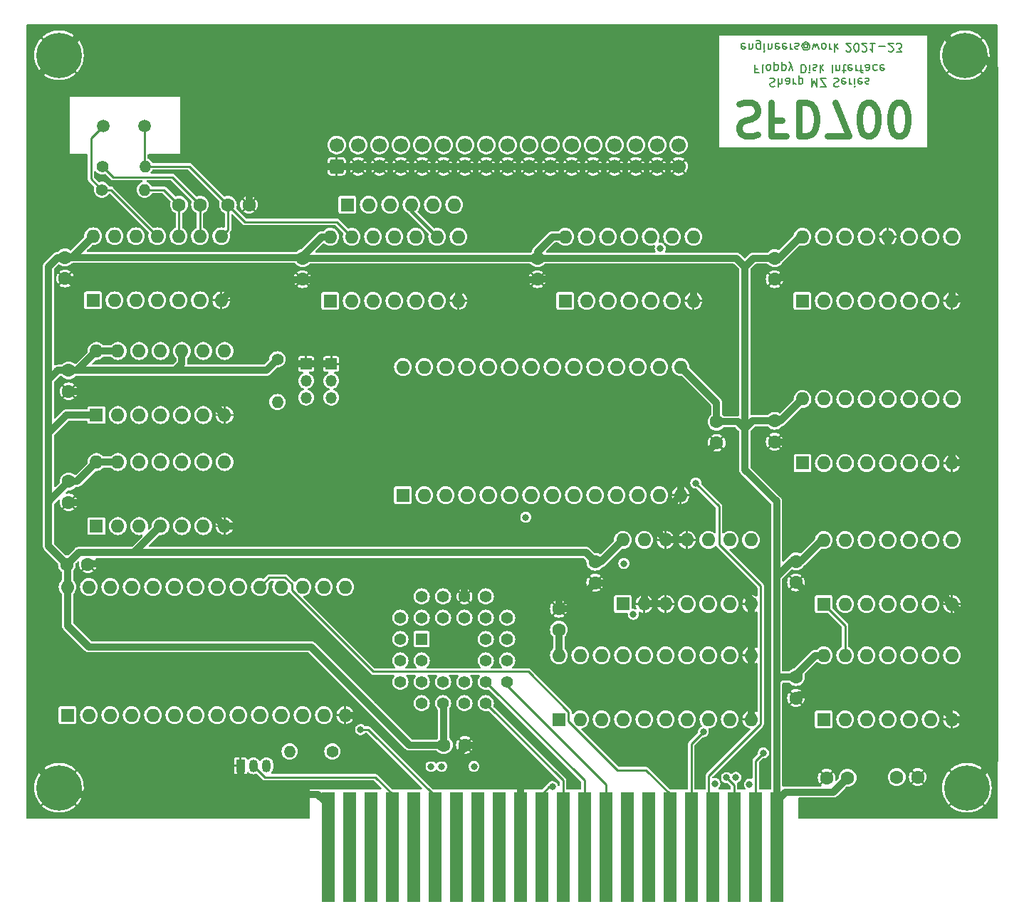
<source format=gbr>
G04 #@! TF.GenerationSoftware,KiCad,Pcbnew,(7.0.0-0)*
G04 #@! TF.CreationDate,2023-05-08T12:54:49+01:00*
G04 #@! TF.ProjectId,SFD700,53464437-3030-42e6-9b69-6361645f7063,rev?*
G04 #@! TF.SameCoordinates,Original*
G04 #@! TF.FileFunction,Copper,L4,Bot*
G04 #@! TF.FilePolarity,Positive*
%FSLAX46Y46*%
G04 Gerber Fmt 4.6, Leading zero omitted, Abs format (unit mm)*
G04 Created by KiCad (PCBNEW (7.0.0-0)) date 2023-05-08 12:54:49*
%MOMM*%
%LPD*%
G01*
G04 APERTURE LIST*
G04 Aperture macros list*
%AMRoundRect*
0 Rectangle with rounded corners*
0 $1 Rounding radius*
0 $2 $3 $4 $5 $6 $7 $8 $9 X,Y pos of 4 corners*
0 Add a 4 corners polygon primitive as box body*
4,1,4,$2,$3,$4,$5,$6,$7,$8,$9,$2,$3,0*
0 Add four circle primitives for the rounded corners*
1,1,$1+$1,$2,$3*
1,1,$1+$1,$4,$5*
1,1,$1+$1,$6,$7*
1,1,$1+$1,$8,$9*
0 Add four rect primitives between the rounded corners*
20,1,$1+$1,$2,$3,$4,$5,0*
20,1,$1+$1,$4,$5,$6,$7,0*
20,1,$1+$1,$6,$7,$8,$9,0*
20,1,$1+$1,$8,$9,$2,$3,0*%
G04 Aperture macros list end*
%ADD10C,0.200000*%
G04 #@! TA.AperFunction,NonConductor*
%ADD11C,0.200000*%
G04 #@! TD*
%ADD12C,0.750000*%
G04 #@! TA.AperFunction,NonConductor*
%ADD13C,0.750000*%
G04 #@! TD*
G04 #@! TA.AperFunction,ComponentPad*
%ADD14C,1.600000*%
G04 #@! TD*
G04 #@! TA.AperFunction,ComponentPad*
%ADD15RoundRect,0.250000X0.600000X-0.600000X0.600000X0.600000X-0.600000X0.600000X-0.600000X-0.600000X0*%
G04 #@! TD*
G04 #@! TA.AperFunction,ComponentPad*
%ADD16C,1.700000*%
G04 #@! TD*
G04 #@! TA.AperFunction,ComponentPad*
%ADD17C,1.400000*%
G04 #@! TD*
G04 #@! TA.AperFunction,ComponentPad*
%ADD18O,1.400000X1.400000*%
G04 #@! TD*
G04 #@! TA.AperFunction,ComponentPad*
%ADD19R,1.600000X1.600000*%
G04 #@! TD*
G04 #@! TA.AperFunction,ComponentPad*
%ADD20O,1.600000X1.600000*%
G04 #@! TD*
G04 #@! TA.AperFunction,ComponentPad*
%ADD21R,1.422400X1.422400*%
G04 #@! TD*
G04 #@! TA.AperFunction,ComponentPad*
%ADD22C,1.422400*%
G04 #@! TD*
G04 #@! TA.AperFunction,ComponentPad*
%ADD23C,1.500000*%
G04 #@! TD*
G04 #@! TA.AperFunction,ConnectorPad*
%ADD24R,1.500000X13.000000*%
G04 #@! TD*
G04 #@! TA.AperFunction,ComponentPad*
%ADD25C,5.400000*%
G04 #@! TD*
G04 #@! TA.AperFunction,ComponentPad*
%ADD26R,1.350000X1.350000*%
G04 #@! TD*
G04 #@! TA.AperFunction,ComponentPad*
%ADD27O,1.350000X1.350000*%
G04 #@! TD*
G04 #@! TA.AperFunction,ComponentPad*
%ADD28R,1.050000X1.500000*%
G04 #@! TD*
G04 #@! TA.AperFunction,ComponentPad*
%ADD29O,1.050000X1.500000*%
G04 #@! TD*
G04 #@! TA.AperFunction,ViaPad*
%ADD30C,0.800000*%
G04 #@! TD*
G04 #@! TA.AperFunction,Conductor*
%ADD31C,0.250000*%
G04 #@! TD*
G04 #@! TA.AperFunction,Conductor*
%ADD32C,0.812800*%
G04 #@! TD*
G04 #@! TA.AperFunction,Conductor*
%ADD33C,0.254000*%
G04 #@! TD*
G04 #@! TA.AperFunction,Conductor*
%ADD34C,0.381000*%
G04 #@! TD*
G04 #@! TA.AperFunction,Conductor*
%ADD35C,0.500000*%
G04 #@! TD*
G04 APERTURE END LIST*
D10*
D11*
X188678285Y-46718238D02*
X188821142Y-46670619D01*
X188821142Y-46670619D02*
X189059237Y-46670619D01*
X189059237Y-46670619D02*
X189154475Y-46718238D01*
X189154475Y-46718238D02*
X189202094Y-46765857D01*
X189202094Y-46765857D02*
X189249713Y-46861095D01*
X189249713Y-46861095D02*
X189249713Y-46956333D01*
X189249713Y-46956333D02*
X189202094Y-47051571D01*
X189202094Y-47051571D02*
X189154475Y-47099190D01*
X189154475Y-47099190D02*
X189059237Y-47146809D01*
X189059237Y-47146809D02*
X188868761Y-47194428D01*
X188868761Y-47194428D02*
X188773523Y-47242047D01*
X188773523Y-47242047D02*
X188725904Y-47289666D01*
X188725904Y-47289666D02*
X188678285Y-47384904D01*
X188678285Y-47384904D02*
X188678285Y-47480142D01*
X188678285Y-47480142D02*
X188725904Y-47575380D01*
X188725904Y-47575380D02*
X188773523Y-47623000D01*
X188773523Y-47623000D02*
X188868761Y-47670619D01*
X188868761Y-47670619D02*
X189106856Y-47670619D01*
X189106856Y-47670619D02*
X189249713Y-47623000D01*
X189678285Y-46670619D02*
X189678285Y-47670619D01*
X190106856Y-46670619D02*
X190106856Y-47194428D01*
X190106856Y-47194428D02*
X190059237Y-47289666D01*
X190059237Y-47289666D02*
X189963999Y-47337285D01*
X189963999Y-47337285D02*
X189821142Y-47337285D01*
X189821142Y-47337285D02*
X189725904Y-47289666D01*
X189725904Y-47289666D02*
X189678285Y-47242047D01*
X191011618Y-46670619D02*
X191011618Y-47194428D01*
X191011618Y-47194428D02*
X190963999Y-47289666D01*
X190963999Y-47289666D02*
X190868761Y-47337285D01*
X190868761Y-47337285D02*
X190678285Y-47337285D01*
X190678285Y-47337285D02*
X190583047Y-47289666D01*
X191011618Y-46718238D02*
X190916380Y-46670619D01*
X190916380Y-46670619D02*
X190678285Y-46670619D01*
X190678285Y-46670619D02*
X190583047Y-46718238D01*
X190583047Y-46718238D02*
X190535428Y-46813476D01*
X190535428Y-46813476D02*
X190535428Y-46908714D01*
X190535428Y-46908714D02*
X190583047Y-47003952D01*
X190583047Y-47003952D02*
X190678285Y-47051571D01*
X190678285Y-47051571D02*
X190916380Y-47051571D01*
X190916380Y-47051571D02*
X191011618Y-47099190D01*
X191487809Y-46670619D02*
X191487809Y-47337285D01*
X191487809Y-47146809D02*
X191535428Y-47242047D01*
X191535428Y-47242047D02*
X191583047Y-47289666D01*
X191583047Y-47289666D02*
X191678285Y-47337285D01*
X191678285Y-47337285D02*
X191773523Y-47337285D01*
X192106857Y-47337285D02*
X192106857Y-46337285D01*
X192106857Y-47289666D02*
X192202095Y-47337285D01*
X192202095Y-47337285D02*
X192392571Y-47337285D01*
X192392571Y-47337285D02*
X192487809Y-47289666D01*
X192487809Y-47289666D02*
X192535428Y-47242047D01*
X192535428Y-47242047D02*
X192583047Y-47146809D01*
X192583047Y-47146809D02*
X192583047Y-46861095D01*
X192583047Y-46861095D02*
X192535428Y-46765857D01*
X192535428Y-46765857D02*
X192487809Y-46718238D01*
X192487809Y-46718238D02*
X192392571Y-46670619D01*
X192392571Y-46670619D02*
X192202095Y-46670619D01*
X192202095Y-46670619D02*
X192106857Y-46718238D01*
X193611619Y-46670619D02*
X193611619Y-47670619D01*
X193611619Y-47670619D02*
X193944952Y-46956333D01*
X193944952Y-46956333D02*
X194278285Y-47670619D01*
X194278285Y-47670619D02*
X194278285Y-46670619D01*
X194659238Y-47670619D02*
X195325904Y-47670619D01*
X195325904Y-47670619D02*
X194659238Y-46670619D01*
X194659238Y-46670619D02*
X195325904Y-46670619D01*
X196259238Y-46718238D02*
X196402095Y-46670619D01*
X196402095Y-46670619D02*
X196640190Y-46670619D01*
X196640190Y-46670619D02*
X196735428Y-46718238D01*
X196735428Y-46718238D02*
X196783047Y-46765857D01*
X196783047Y-46765857D02*
X196830666Y-46861095D01*
X196830666Y-46861095D02*
X196830666Y-46956333D01*
X196830666Y-46956333D02*
X196783047Y-47051571D01*
X196783047Y-47051571D02*
X196735428Y-47099190D01*
X196735428Y-47099190D02*
X196640190Y-47146809D01*
X196640190Y-47146809D02*
X196449714Y-47194428D01*
X196449714Y-47194428D02*
X196354476Y-47242047D01*
X196354476Y-47242047D02*
X196306857Y-47289666D01*
X196306857Y-47289666D02*
X196259238Y-47384904D01*
X196259238Y-47384904D02*
X196259238Y-47480142D01*
X196259238Y-47480142D02*
X196306857Y-47575380D01*
X196306857Y-47575380D02*
X196354476Y-47623000D01*
X196354476Y-47623000D02*
X196449714Y-47670619D01*
X196449714Y-47670619D02*
X196687809Y-47670619D01*
X196687809Y-47670619D02*
X196830666Y-47623000D01*
X197640190Y-46718238D02*
X197544952Y-46670619D01*
X197544952Y-46670619D02*
X197354476Y-46670619D01*
X197354476Y-46670619D02*
X197259238Y-46718238D01*
X197259238Y-46718238D02*
X197211619Y-46813476D01*
X197211619Y-46813476D02*
X197211619Y-47194428D01*
X197211619Y-47194428D02*
X197259238Y-47289666D01*
X197259238Y-47289666D02*
X197354476Y-47337285D01*
X197354476Y-47337285D02*
X197544952Y-47337285D01*
X197544952Y-47337285D02*
X197640190Y-47289666D01*
X197640190Y-47289666D02*
X197687809Y-47194428D01*
X197687809Y-47194428D02*
X197687809Y-47099190D01*
X197687809Y-47099190D02*
X197211619Y-47003952D01*
X198116381Y-46670619D02*
X198116381Y-47337285D01*
X198116381Y-47146809D02*
X198164000Y-47242047D01*
X198164000Y-47242047D02*
X198211619Y-47289666D01*
X198211619Y-47289666D02*
X198306857Y-47337285D01*
X198306857Y-47337285D02*
X198402095Y-47337285D01*
X198735429Y-46670619D02*
X198735429Y-47337285D01*
X198735429Y-47670619D02*
X198687810Y-47623000D01*
X198687810Y-47623000D02*
X198735429Y-47575380D01*
X198735429Y-47575380D02*
X198783048Y-47623000D01*
X198783048Y-47623000D02*
X198735429Y-47670619D01*
X198735429Y-47670619D02*
X198735429Y-47575380D01*
X199592571Y-46718238D02*
X199497333Y-46670619D01*
X199497333Y-46670619D02*
X199306857Y-46670619D01*
X199306857Y-46670619D02*
X199211619Y-46718238D01*
X199211619Y-46718238D02*
X199164000Y-46813476D01*
X199164000Y-46813476D02*
X199164000Y-47194428D01*
X199164000Y-47194428D02*
X199211619Y-47289666D01*
X199211619Y-47289666D02*
X199306857Y-47337285D01*
X199306857Y-47337285D02*
X199497333Y-47337285D01*
X199497333Y-47337285D02*
X199592571Y-47289666D01*
X199592571Y-47289666D02*
X199640190Y-47194428D01*
X199640190Y-47194428D02*
X199640190Y-47099190D01*
X199640190Y-47099190D02*
X199164000Y-47003952D01*
X200021143Y-46718238D02*
X200116381Y-46670619D01*
X200116381Y-46670619D02*
X200306857Y-46670619D01*
X200306857Y-46670619D02*
X200402095Y-46718238D01*
X200402095Y-46718238D02*
X200449714Y-46813476D01*
X200449714Y-46813476D02*
X200449714Y-46861095D01*
X200449714Y-46861095D02*
X200402095Y-46956333D01*
X200402095Y-46956333D02*
X200306857Y-47003952D01*
X200306857Y-47003952D02*
X200164000Y-47003952D01*
X200164000Y-47003952D02*
X200068762Y-47051571D01*
X200068762Y-47051571D02*
X200021143Y-47146809D01*
X200021143Y-47146809D02*
X200021143Y-47194428D01*
X200021143Y-47194428D02*
X200068762Y-47289666D01*
X200068762Y-47289666D02*
X200164000Y-47337285D01*
X200164000Y-47337285D02*
X200306857Y-47337285D01*
X200306857Y-47337285D02*
X200402095Y-47289666D01*
X187249713Y-45574428D02*
X186916380Y-45574428D01*
X186916380Y-45050619D02*
X186916380Y-46050619D01*
X186916380Y-46050619D02*
X187392570Y-46050619D01*
X187916380Y-45050619D02*
X187821142Y-45098238D01*
X187821142Y-45098238D02*
X187773523Y-45193476D01*
X187773523Y-45193476D02*
X187773523Y-46050619D01*
X188440190Y-45050619D02*
X188344952Y-45098238D01*
X188344952Y-45098238D02*
X188297333Y-45145857D01*
X188297333Y-45145857D02*
X188249714Y-45241095D01*
X188249714Y-45241095D02*
X188249714Y-45526809D01*
X188249714Y-45526809D02*
X188297333Y-45622047D01*
X188297333Y-45622047D02*
X188344952Y-45669666D01*
X188344952Y-45669666D02*
X188440190Y-45717285D01*
X188440190Y-45717285D02*
X188583047Y-45717285D01*
X188583047Y-45717285D02*
X188678285Y-45669666D01*
X188678285Y-45669666D02*
X188725904Y-45622047D01*
X188725904Y-45622047D02*
X188773523Y-45526809D01*
X188773523Y-45526809D02*
X188773523Y-45241095D01*
X188773523Y-45241095D02*
X188725904Y-45145857D01*
X188725904Y-45145857D02*
X188678285Y-45098238D01*
X188678285Y-45098238D02*
X188583047Y-45050619D01*
X188583047Y-45050619D02*
X188440190Y-45050619D01*
X189202095Y-45717285D02*
X189202095Y-44717285D01*
X189202095Y-45669666D02*
X189297333Y-45717285D01*
X189297333Y-45717285D02*
X189487809Y-45717285D01*
X189487809Y-45717285D02*
X189583047Y-45669666D01*
X189583047Y-45669666D02*
X189630666Y-45622047D01*
X189630666Y-45622047D02*
X189678285Y-45526809D01*
X189678285Y-45526809D02*
X189678285Y-45241095D01*
X189678285Y-45241095D02*
X189630666Y-45145857D01*
X189630666Y-45145857D02*
X189583047Y-45098238D01*
X189583047Y-45098238D02*
X189487809Y-45050619D01*
X189487809Y-45050619D02*
X189297333Y-45050619D01*
X189297333Y-45050619D02*
X189202095Y-45098238D01*
X190106857Y-45717285D02*
X190106857Y-44717285D01*
X190106857Y-45669666D02*
X190202095Y-45717285D01*
X190202095Y-45717285D02*
X190392571Y-45717285D01*
X190392571Y-45717285D02*
X190487809Y-45669666D01*
X190487809Y-45669666D02*
X190535428Y-45622047D01*
X190535428Y-45622047D02*
X190583047Y-45526809D01*
X190583047Y-45526809D02*
X190583047Y-45241095D01*
X190583047Y-45241095D02*
X190535428Y-45145857D01*
X190535428Y-45145857D02*
X190487809Y-45098238D01*
X190487809Y-45098238D02*
X190392571Y-45050619D01*
X190392571Y-45050619D02*
X190202095Y-45050619D01*
X190202095Y-45050619D02*
X190106857Y-45098238D01*
X190916381Y-45717285D02*
X191154476Y-45050619D01*
X191392571Y-45717285D02*
X191154476Y-45050619D01*
X191154476Y-45050619D02*
X191059238Y-44812523D01*
X191059238Y-44812523D02*
X191011619Y-44764904D01*
X191011619Y-44764904D02*
X190916381Y-44717285D01*
X192373524Y-45050619D02*
X192373524Y-46050619D01*
X192373524Y-46050619D02*
X192611619Y-46050619D01*
X192611619Y-46050619D02*
X192754476Y-46003000D01*
X192754476Y-46003000D02*
X192849714Y-45907761D01*
X192849714Y-45907761D02*
X192897333Y-45812523D01*
X192897333Y-45812523D02*
X192944952Y-45622047D01*
X192944952Y-45622047D02*
X192944952Y-45479190D01*
X192944952Y-45479190D02*
X192897333Y-45288714D01*
X192897333Y-45288714D02*
X192849714Y-45193476D01*
X192849714Y-45193476D02*
X192754476Y-45098238D01*
X192754476Y-45098238D02*
X192611619Y-45050619D01*
X192611619Y-45050619D02*
X192373524Y-45050619D01*
X193373524Y-45050619D02*
X193373524Y-45717285D01*
X193373524Y-46050619D02*
X193325905Y-46003000D01*
X193325905Y-46003000D02*
X193373524Y-45955380D01*
X193373524Y-45955380D02*
X193421143Y-46003000D01*
X193421143Y-46003000D02*
X193373524Y-46050619D01*
X193373524Y-46050619D02*
X193373524Y-45955380D01*
X193802095Y-45098238D02*
X193897333Y-45050619D01*
X193897333Y-45050619D02*
X194087809Y-45050619D01*
X194087809Y-45050619D02*
X194183047Y-45098238D01*
X194183047Y-45098238D02*
X194230666Y-45193476D01*
X194230666Y-45193476D02*
X194230666Y-45241095D01*
X194230666Y-45241095D02*
X194183047Y-45336333D01*
X194183047Y-45336333D02*
X194087809Y-45383952D01*
X194087809Y-45383952D02*
X193944952Y-45383952D01*
X193944952Y-45383952D02*
X193849714Y-45431571D01*
X193849714Y-45431571D02*
X193802095Y-45526809D01*
X193802095Y-45526809D02*
X193802095Y-45574428D01*
X193802095Y-45574428D02*
X193849714Y-45669666D01*
X193849714Y-45669666D02*
X193944952Y-45717285D01*
X193944952Y-45717285D02*
X194087809Y-45717285D01*
X194087809Y-45717285D02*
X194183047Y-45669666D01*
X194659238Y-45050619D02*
X194659238Y-46050619D01*
X194754476Y-45431571D02*
X195040190Y-45050619D01*
X195040190Y-45717285D02*
X194659238Y-45336333D01*
X196068762Y-45050619D02*
X196068762Y-46050619D01*
X196544952Y-45717285D02*
X196544952Y-45050619D01*
X196544952Y-45622047D02*
X196592571Y-45669666D01*
X196592571Y-45669666D02*
X196687809Y-45717285D01*
X196687809Y-45717285D02*
X196830666Y-45717285D01*
X196830666Y-45717285D02*
X196925904Y-45669666D01*
X196925904Y-45669666D02*
X196973523Y-45574428D01*
X196973523Y-45574428D02*
X196973523Y-45050619D01*
X197306857Y-45717285D02*
X197687809Y-45717285D01*
X197449714Y-46050619D02*
X197449714Y-45193476D01*
X197449714Y-45193476D02*
X197497333Y-45098238D01*
X197497333Y-45098238D02*
X197592571Y-45050619D01*
X197592571Y-45050619D02*
X197687809Y-45050619D01*
X198402095Y-45098238D02*
X198306857Y-45050619D01*
X198306857Y-45050619D02*
X198116381Y-45050619D01*
X198116381Y-45050619D02*
X198021143Y-45098238D01*
X198021143Y-45098238D02*
X197973524Y-45193476D01*
X197973524Y-45193476D02*
X197973524Y-45574428D01*
X197973524Y-45574428D02*
X198021143Y-45669666D01*
X198021143Y-45669666D02*
X198116381Y-45717285D01*
X198116381Y-45717285D02*
X198306857Y-45717285D01*
X198306857Y-45717285D02*
X198402095Y-45669666D01*
X198402095Y-45669666D02*
X198449714Y-45574428D01*
X198449714Y-45574428D02*
X198449714Y-45479190D01*
X198449714Y-45479190D02*
X197973524Y-45383952D01*
X198878286Y-45050619D02*
X198878286Y-45717285D01*
X198878286Y-45526809D02*
X198925905Y-45622047D01*
X198925905Y-45622047D02*
X198973524Y-45669666D01*
X198973524Y-45669666D02*
X199068762Y-45717285D01*
X199068762Y-45717285D02*
X199164000Y-45717285D01*
X199354477Y-45717285D02*
X199735429Y-45717285D01*
X199497334Y-45050619D02*
X199497334Y-45907761D01*
X199497334Y-45907761D02*
X199544953Y-46003000D01*
X199544953Y-46003000D02*
X199640191Y-46050619D01*
X199640191Y-46050619D02*
X199735429Y-46050619D01*
X200497334Y-45050619D02*
X200497334Y-45574428D01*
X200497334Y-45574428D02*
X200449715Y-45669666D01*
X200449715Y-45669666D02*
X200354477Y-45717285D01*
X200354477Y-45717285D02*
X200164001Y-45717285D01*
X200164001Y-45717285D02*
X200068763Y-45669666D01*
X200497334Y-45098238D02*
X200402096Y-45050619D01*
X200402096Y-45050619D02*
X200164001Y-45050619D01*
X200164001Y-45050619D02*
X200068763Y-45098238D01*
X200068763Y-45098238D02*
X200021144Y-45193476D01*
X200021144Y-45193476D02*
X200021144Y-45288714D01*
X200021144Y-45288714D02*
X200068763Y-45383952D01*
X200068763Y-45383952D02*
X200164001Y-45431571D01*
X200164001Y-45431571D02*
X200402096Y-45431571D01*
X200402096Y-45431571D02*
X200497334Y-45479190D01*
X201402096Y-45098238D02*
X201306858Y-45050619D01*
X201306858Y-45050619D02*
X201116382Y-45050619D01*
X201116382Y-45050619D02*
X201021144Y-45098238D01*
X201021144Y-45098238D02*
X200973525Y-45145857D01*
X200973525Y-45145857D02*
X200925906Y-45241095D01*
X200925906Y-45241095D02*
X200925906Y-45526809D01*
X200925906Y-45526809D02*
X200973525Y-45622047D01*
X200973525Y-45622047D02*
X201021144Y-45669666D01*
X201021144Y-45669666D02*
X201116382Y-45717285D01*
X201116382Y-45717285D02*
X201306858Y-45717285D01*
X201306858Y-45717285D02*
X201402096Y-45669666D01*
X202211620Y-45098238D02*
X202116382Y-45050619D01*
X202116382Y-45050619D02*
X201925906Y-45050619D01*
X201925906Y-45050619D02*
X201830668Y-45098238D01*
X201830668Y-45098238D02*
X201783049Y-45193476D01*
X201783049Y-45193476D02*
X201783049Y-45574428D01*
X201783049Y-45574428D02*
X201830668Y-45669666D01*
X201830668Y-45669666D02*
X201925906Y-45717285D01*
X201925906Y-45717285D02*
X202116382Y-45717285D01*
X202116382Y-45717285D02*
X202211620Y-45669666D01*
X202211620Y-45669666D02*
X202259239Y-45574428D01*
X202259239Y-45574428D02*
X202259239Y-45479190D01*
X202259239Y-45479190D02*
X201783049Y-45383952D01*
D10*
D11*
X185704285Y-42562238D02*
X185609047Y-42514619D01*
X185609047Y-42514619D02*
X185418571Y-42514619D01*
X185418571Y-42514619D02*
X185323333Y-42562238D01*
X185323333Y-42562238D02*
X185275714Y-42657476D01*
X185275714Y-42657476D02*
X185275714Y-43038428D01*
X185275714Y-43038428D02*
X185323333Y-43133666D01*
X185323333Y-43133666D02*
X185418571Y-43181285D01*
X185418571Y-43181285D02*
X185609047Y-43181285D01*
X185609047Y-43181285D02*
X185704285Y-43133666D01*
X185704285Y-43133666D02*
X185751904Y-43038428D01*
X185751904Y-43038428D02*
X185751904Y-42943190D01*
X185751904Y-42943190D02*
X185275714Y-42847952D01*
X186180476Y-43181285D02*
X186180476Y-42514619D01*
X186180476Y-43086047D02*
X186228095Y-43133666D01*
X186228095Y-43133666D02*
X186323333Y-43181285D01*
X186323333Y-43181285D02*
X186466190Y-43181285D01*
X186466190Y-43181285D02*
X186561428Y-43133666D01*
X186561428Y-43133666D02*
X186609047Y-43038428D01*
X186609047Y-43038428D02*
X186609047Y-42514619D01*
X187513809Y-43181285D02*
X187513809Y-42371761D01*
X187513809Y-42371761D02*
X187466190Y-42276523D01*
X187466190Y-42276523D02*
X187418571Y-42228904D01*
X187418571Y-42228904D02*
X187323333Y-42181285D01*
X187323333Y-42181285D02*
X187180476Y-42181285D01*
X187180476Y-42181285D02*
X187085238Y-42228904D01*
X187513809Y-42562238D02*
X187418571Y-42514619D01*
X187418571Y-42514619D02*
X187228095Y-42514619D01*
X187228095Y-42514619D02*
X187132857Y-42562238D01*
X187132857Y-42562238D02*
X187085238Y-42609857D01*
X187085238Y-42609857D02*
X187037619Y-42705095D01*
X187037619Y-42705095D02*
X187037619Y-42990809D01*
X187037619Y-42990809D02*
X187085238Y-43086047D01*
X187085238Y-43086047D02*
X187132857Y-43133666D01*
X187132857Y-43133666D02*
X187228095Y-43181285D01*
X187228095Y-43181285D02*
X187418571Y-43181285D01*
X187418571Y-43181285D02*
X187513809Y-43133666D01*
X187990000Y-42514619D02*
X187990000Y-43181285D01*
X187990000Y-43514619D02*
X187942381Y-43467000D01*
X187942381Y-43467000D02*
X187990000Y-43419380D01*
X187990000Y-43419380D02*
X188037619Y-43467000D01*
X188037619Y-43467000D02*
X187990000Y-43514619D01*
X187990000Y-43514619D02*
X187990000Y-43419380D01*
X188466190Y-43181285D02*
X188466190Y-42514619D01*
X188466190Y-43086047D02*
X188513809Y-43133666D01*
X188513809Y-43133666D02*
X188609047Y-43181285D01*
X188609047Y-43181285D02*
X188751904Y-43181285D01*
X188751904Y-43181285D02*
X188847142Y-43133666D01*
X188847142Y-43133666D02*
X188894761Y-43038428D01*
X188894761Y-43038428D02*
X188894761Y-42514619D01*
X189751904Y-42562238D02*
X189656666Y-42514619D01*
X189656666Y-42514619D02*
X189466190Y-42514619D01*
X189466190Y-42514619D02*
X189370952Y-42562238D01*
X189370952Y-42562238D02*
X189323333Y-42657476D01*
X189323333Y-42657476D02*
X189323333Y-43038428D01*
X189323333Y-43038428D02*
X189370952Y-43133666D01*
X189370952Y-43133666D02*
X189466190Y-43181285D01*
X189466190Y-43181285D02*
X189656666Y-43181285D01*
X189656666Y-43181285D02*
X189751904Y-43133666D01*
X189751904Y-43133666D02*
X189799523Y-43038428D01*
X189799523Y-43038428D02*
X189799523Y-42943190D01*
X189799523Y-42943190D02*
X189323333Y-42847952D01*
X190609047Y-42562238D02*
X190513809Y-42514619D01*
X190513809Y-42514619D02*
X190323333Y-42514619D01*
X190323333Y-42514619D02*
X190228095Y-42562238D01*
X190228095Y-42562238D02*
X190180476Y-42657476D01*
X190180476Y-42657476D02*
X190180476Y-43038428D01*
X190180476Y-43038428D02*
X190228095Y-43133666D01*
X190228095Y-43133666D02*
X190323333Y-43181285D01*
X190323333Y-43181285D02*
X190513809Y-43181285D01*
X190513809Y-43181285D02*
X190609047Y-43133666D01*
X190609047Y-43133666D02*
X190656666Y-43038428D01*
X190656666Y-43038428D02*
X190656666Y-42943190D01*
X190656666Y-42943190D02*
X190180476Y-42847952D01*
X191085238Y-42514619D02*
X191085238Y-43181285D01*
X191085238Y-42990809D02*
X191132857Y-43086047D01*
X191132857Y-43086047D02*
X191180476Y-43133666D01*
X191180476Y-43133666D02*
X191275714Y-43181285D01*
X191275714Y-43181285D02*
X191370952Y-43181285D01*
X191656667Y-42562238D02*
X191751905Y-42514619D01*
X191751905Y-42514619D02*
X191942381Y-42514619D01*
X191942381Y-42514619D02*
X192037619Y-42562238D01*
X192037619Y-42562238D02*
X192085238Y-42657476D01*
X192085238Y-42657476D02*
X192085238Y-42705095D01*
X192085238Y-42705095D02*
X192037619Y-42800333D01*
X192037619Y-42800333D02*
X191942381Y-42847952D01*
X191942381Y-42847952D02*
X191799524Y-42847952D01*
X191799524Y-42847952D02*
X191704286Y-42895571D01*
X191704286Y-42895571D02*
X191656667Y-42990809D01*
X191656667Y-42990809D02*
X191656667Y-43038428D01*
X191656667Y-43038428D02*
X191704286Y-43133666D01*
X191704286Y-43133666D02*
X191799524Y-43181285D01*
X191799524Y-43181285D02*
X191942381Y-43181285D01*
X191942381Y-43181285D02*
X192037619Y-43133666D01*
X193132857Y-42990809D02*
X193085238Y-43038428D01*
X193085238Y-43038428D02*
X192990000Y-43086047D01*
X192990000Y-43086047D02*
X192894762Y-43086047D01*
X192894762Y-43086047D02*
X192799524Y-43038428D01*
X192799524Y-43038428D02*
X192751905Y-42990809D01*
X192751905Y-42990809D02*
X192704286Y-42895571D01*
X192704286Y-42895571D02*
X192704286Y-42800333D01*
X192704286Y-42800333D02*
X192751905Y-42705095D01*
X192751905Y-42705095D02*
X192799524Y-42657476D01*
X192799524Y-42657476D02*
X192894762Y-42609857D01*
X192894762Y-42609857D02*
X192990000Y-42609857D01*
X192990000Y-42609857D02*
X193085238Y-42657476D01*
X193085238Y-42657476D02*
X193132857Y-42705095D01*
X193132857Y-43086047D02*
X193132857Y-42705095D01*
X193132857Y-42705095D02*
X193180476Y-42657476D01*
X193180476Y-42657476D02*
X193228095Y-42657476D01*
X193228095Y-42657476D02*
X193323334Y-42705095D01*
X193323334Y-42705095D02*
X193370953Y-42800333D01*
X193370953Y-42800333D02*
X193370953Y-43038428D01*
X193370953Y-43038428D02*
X193275715Y-43181285D01*
X193275715Y-43181285D02*
X193132857Y-43276523D01*
X193132857Y-43276523D02*
X192942381Y-43324142D01*
X192942381Y-43324142D02*
X192751905Y-43276523D01*
X192751905Y-43276523D02*
X192609048Y-43181285D01*
X192609048Y-43181285D02*
X192513810Y-43038428D01*
X192513810Y-43038428D02*
X192466191Y-42847952D01*
X192466191Y-42847952D02*
X192513810Y-42657476D01*
X192513810Y-42657476D02*
X192609048Y-42514619D01*
X192609048Y-42514619D02*
X192751905Y-42419380D01*
X192751905Y-42419380D02*
X192942381Y-42371761D01*
X192942381Y-42371761D02*
X193132857Y-42419380D01*
X193132857Y-42419380D02*
X193275715Y-42514619D01*
X193704286Y-43181285D02*
X193894762Y-42514619D01*
X193894762Y-42514619D02*
X194085238Y-42990809D01*
X194085238Y-42990809D02*
X194275714Y-42514619D01*
X194275714Y-42514619D02*
X194466190Y-43181285D01*
X194990000Y-42514619D02*
X194894762Y-42562238D01*
X194894762Y-42562238D02*
X194847143Y-42609857D01*
X194847143Y-42609857D02*
X194799524Y-42705095D01*
X194799524Y-42705095D02*
X194799524Y-42990809D01*
X194799524Y-42990809D02*
X194847143Y-43086047D01*
X194847143Y-43086047D02*
X194894762Y-43133666D01*
X194894762Y-43133666D02*
X194990000Y-43181285D01*
X194990000Y-43181285D02*
X195132857Y-43181285D01*
X195132857Y-43181285D02*
X195228095Y-43133666D01*
X195228095Y-43133666D02*
X195275714Y-43086047D01*
X195275714Y-43086047D02*
X195323333Y-42990809D01*
X195323333Y-42990809D02*
X195323333Y-42705095D01*
X195323333Y-42705095D02*
X195275714Y-42609857D01*
X195275714Y-42609857D02*
X195228095Y-42562238D01*
X195228095Y-42562238D02*
X195132857Y-42514619D01*
X195132857Y-42514619D02*
X194990000Y-42514619D01*
X195751905Y-42514619D02*
X195751905Y-43181285D01*
X195751905Y-42990809D02*
X195799524Y-43086047D01*
X195799524Y-43086047D02*
X195847143Y-43133666D01*
X195847143Y-43133666D02*
X195942381Y-43181285D01*
X195942381Y-43181285D02*
X196037619Y-43181285D01*
X196370953Y-42514619D02*
X196370953Y-43514619D01*
X196466191Y-42895571D02*
X196751905Y-42514619D01*
X196751905Y-43181285D02*
X196370953Y-42800333D01*
X197732858Y-43419380D02*
X197780477Y-43467000D01*
X197780477Y-43467000D02*
X197875715Y-43514619D01*
X197875715Y-43514619D02*
X198113810Y-43514619D01*
X198113810Y-43514619D02*
X198209048Y-43467000D01*
X198209048Y-43467000D02*
X198256667Y-43419380D01*
X198256667Y-43419380D02*
X198304286Y-43324142D01*
X198304286Y-43324142D02*
X198304286Y-43228904D01*
X198304286Y-43228904D02*
X198256667Y-43086047D01*
X198256667Y-43086047D02*
X197685239Y-42514619D01*
X197685239Y-42514619D02*
X198304286Y-42514619D01*
X198923334Y-43514619D02*
X199018572Y-43514619D01*
X199018572Y-43514619D02*
X199113810Y-43467000D01*
X199113810Y-43467000D02*
X199161429Y-43419380D01*
X199161429Y-43419380D02*
X199209048Y-43324142D01*
X199209048Y-43324142D02*
X199256667Y-43133666D01*
X199256667Y-43133666D02*
X199256667Y-42895571D01*
X199256667Y-42895571D02*
X199209048Y-42705095D01*
X199209048Y-42705095D02*
X199161429Y-42609857D01*
X199161429Y-42609857D02*
X199113810Y-42562238D01*
X199113810Y-42562238D02*
X199018572Y-42514619D01*
X199018572Y-42514619D02*
X198923334Y-42514619D01*
X198923334Y-42514619D02*
X198828096Y-42562238D01*
X198828096Y-42562238D02*
X198780477Y-42609857D01*
X198780477Y-42609857D02*
X198732858Y-42705095D01*
X198732858Y-42705095D02*
X198685239Y-42895571D01*
X198685239Y-42895571D02*
X198685239Y-43133666D01*
X198685239Y-43133666D02*
X198732858Y-43324142D01*
X198732858Y-43324142D02*
X198780477Y-43419380D01*
X198780477Y-43419380D02*
X198828096Y-43467000D01*
X198828096Y-43467000D02*
X198923334Y-43514619D01*
X199637620Y-43419380D02*
X199685239Y-43467000D01*
X199685239Y-43467000D02*
X199780477Y-43514619D01*
X199780477Y-43514619D02*
X200018572Y-43514619D01*
X200018572Y-43514619D02*
X200113810Y-43467000D01*
X200113810Y-43467000D02*
X200161429Y-43419380D01*
X200161429Y-43419380D02*
X200209048Y-43324142D01*
X200209048Y-43324142D02*
X200209048Y-43228904D01*
X200209048Y-43228904D02*
X200161429Y-43086047D01*
X200161429Y-43086047D02*
X199590001Y-42514619D01*
X199590001Y-42514619D02*
X200209048Y-42514619D01*
X201161429Y-42514619D02*
X200590001Y-42514619D01*
X200875715Y-42514619D02*
X200875715Y-43514619D01*
X200875715Y-43514619D02*
X200780477Y-43371761D01*
X200780477Y-43371761D02*
X200685239Y-43276523D01*
X200685239Y-43276523D02*
X200590001Y-43228904D01*
X201590001Y-42895571D02*
X202351906Y-42895571D01*
X202780477Y-43419380D02*
X202828096Y-43467000D01*
X202828096Y-43467000D02*
X202923334Y-43514619D01*
X202923334Y-43514619D02*
X203161429Y-43514619D01*
X203161429Y-43514619D02*
X203256667Y-43467000D01*
X203256667Y-43467000D02*
X203304286Y-43419380D01*
X203304286Y-43419380D02*
X203351905Y-43324142D01*
X203351905Y-43324142D02*
X203351905Y-43228904D01*
X203351905Y-43228904D02*
X203304286Y-43086047D01*
X203304286Y-43086047D02*
X202732858Y-42514619D01*
X202732858Y-42514619D02*
X203351905Y-42514619D01*
X203685239Y-43514619D02*
X204304286Y-43514619D01*
X204304286Y-43514619D02*
X203970953Y-43133666D01*
X203970953Y-43133666D02*
X204113810Y-43133666D01*
X204113810Y-43133666D02*
X204209048Y-43086047D01*
X204209048Y-43086047D02*
X204256667Y-43038428D01*
X204256667Y-43038428D02*
X204304286Y-42943190D01*
X204304286Y-42943190D02*
X204304286Y-42705095D01*
X204304286Y-42705095D02*
X204256667Y-42609857D01*
X204256667Y-42609857D02*
X204209048Y-42562238D01*
X204209048Y-42562238D02*
X204113810Y-42514619D01*
X204113810Y-42514619D02*
X203828096Y-42514619D01*
X203828096Y-42514619D02*
X203732858Y-42562238D01*
X203732858Y-42562238D02*
X203685239Y-42609857D01*
D12*
D13*
X185029142Y-49774952D02*
X185571999Y-49584476D01*
X185571999Y-49584476D02*
X186476761Y-49584476D01*
X186476761Y-49584476D02*
X186838666Y-49774952D01*
X186838666Y-49774952D02*
X187019618Y-49965428D01*
X187019618Y-49965428D02*
X187200571Y-50346380D01*
X187200571Y-50346380D02*
X187200571Y-50727333D01*
X187200571Y-50727333D02*
X187019618Y-51108285D01*
X187019618Y-51108285D02*
X186838666Y-51298761D01*
X186838666Y-51298761D02*
X186476761Y-51489238D01*
X186476761Y-51489238D02*
X185752952Y-51679714D01*
X185752952Y-51679714D02*
X185391047Y-51870190D01*
X185391047Y-51870190D02*
X185210094Y-52060666D01*
X185210094Y-52060666D02*
X185029142Y-52441619D01*
X185029142Y-52441619D02*
X185029142Y-52822571D01*
X185029142Y-52822571D02*
X185210094Y-53203523D01*
X185210094Y-53203523D02*
X185391047Y-53394000D01*
X185391047Y-53394000D02*
X185752952Y-53584476D01*
X185752952Y-53584476D02*
X186657713Y-53584476D01*
X186657713Y-53584476D02*
X187200571Y-53394000D01*
X190095809Y-51679714D02*
X188829142Y-51679714D01*
X188829142Y-49584476D02*
X188829142Y-53584476D01*
X188829142Y-53584476D02*
X190638666Y-53584476D01*
X192086285Y-49584476D02*
X192086285Y-53584476D01*
X192086285Y-53584476D02*
X192991047Y-53584476D01*
X192991047Y-53584476D02*
X193533904Y-53394000D01*
X193533904Y-53394000D02*
X193895809Y-53013047D01*
X193895809Y-53013047D02*
X194076762Y-52632095D01*
X194076762Y-52632095D02*
X194257714Y-51870190D01*
X194257714Y-51870190D02*
X194257714Y-51298761D01*
X194257714Y-51298761D02*
X194076762Y-50536857D01*
X194076762Y-50536857D02*
X193895809Y-50155904D01*
X193895809Y-50155904D02*
X193533904Y-49774952D01*
X193533904Y-49774952D02*
X192991047Y-49584476D01*
X192991047Y-49584476D02*
X192086285Y-49584476D01*
X195524381Y-53584476D02*
X198057714Y-53584476D01*
X198057714Y-53584476D02*
X196429143Y-49584476D01*
X200229143Y-53584476D02*
X200591048Y-53584476D01*
X200591048Y-53584476D02*
X200952952Y-53394000D01*
X200952952Y-53394000D02*
X201133905Y-53203523D01*
X201133905Y-53203523D02*
X201314857Y-52822571D01*
X201314857Y-52822571D02*
X201495810Y-52060666D01*
X201495810Y-52060666D02*
X201495810Y-51108285D01*
X201495810Y-51108285D02*
X201314857Y-50346380D01*
X201314857Y-50346380D02*
X201133905Y-49965428D01*
X201133905Y-49965428D02*
X200952952Y-49774952D01*
X200952952Y-49774952D02*
X200591048Y-49584476D01*
X200591048Y-49584476D02*
X200229143Y-49584476D01*
X200229143Y-49584476D02*
X199867238Y-49774952D01*
X199867238Y-49774952D02*
X199686286Y-49965428D01*
X199686286Y-49965428D02*
X199505333Y-50346380D01*
X199505333Y-50346380D02*
X199324381Y-51108285D01*
X199324381Y-51108285D02*
X199324381Y-52060666D01*
X199324381Y-52060666D02*
X199505333Y-52822571D01*
X199505333Y-52822571D02*
X199686286Y-53203523D01*
X199686286Y-53203523D02*
X199867238Y-53394000D01*
X199867238Y-53394000D02*
X200229143Y-53584476D01*
X203848191Y-53584476D02*
X204210096Y-53584476D01*
X204210096Y-53584476D02*
X204572000Y-53394000D01*
X204572000Y-53394000D02*
X204752953Y-53203523D01*
X204752953Y-53203523D02*
X204933905Y-52822571D01*
X204933905Y-52822571D02*
X205114858Y-52060666D01*
X205114858Y-52060666D02*
X205114858Y-51108285D01*
X205114858Y-51108285D02*
X204933905Y-50346380D01*
X204933905Y-50346380D02*
X204752953Y-49965428D01*
X204752953Y-49965428D02*
X204572000Y-49774952D01*
X204572000Y-49774952D02*
X204210096Y-49584476D01*
X204210096Y-49584476D02*
X203848191Y-49584476D01*
X203848191Y-49584476D02*
X203486286Y-49774952D01*
X203486286Y-49774952D02*
X203305334Y-49965428D01*
X203305334Y-49965428D02*
X203124381Y-50346380D01*
X203124381Y-50346380D02*
X202943429Y-51108285D01*
X202943429Y-51108285D02*
X202943429Y-52060666D01*
X202943429Y-52060666D02*
X203124381Y-52822571D01*
X203124381Y-52822571D02*
X203305334Y-53203523D01*
X203305334Y-53203523D02*
X203486286Y-53394000D01*
X203486286Y-53394000D02*
X203848191Y-53584476D01*
D14*
X161036000Y-68072000D03*
X161036000Y-70572000D03*
X104847000Y-67996000D03*
X104847000Y-70496000D03*
X133096000Y-68072000D03*
X133096000Y-70572000D03*
X105300000Y-94628000D03*
X105300000Y-97128000D03*
X105300000Y-81420000D03*
X105300000Y-83920000D03*
X152400000Y-125984000D03*
X149900000Y-125984000D03*
X197906000Y-129876000D03*
X195406000Y-129876000D03*
X203748000Y-129794000D03*
X206248000Y-129794000D03*
X163576000Y-112268000D03*
X163576000Y-109768000D03*
D15*
X137160000Y-57150000D03*
D16*
X137160000Y-54610000D03*
X139700000Y-57150000D03*
X139700000Y-54610000D03*
X142240000Y-57150000D03*
X142240000Y-54610000D03*
X144780000Y-57150000D03*
X144780000Y-54610000D03*
X147320000Y-57150000D03*
X147320000Y-54610000D03*
X149860000Y-57150000D03*
X149860000Y-54610000D03*
X152400000Y-57150000D03*
X152400000Y-54610000D03*
X154940000Y-57150000D03*
X154940000Y-54610000D03*
X157480000Y-57150000D03*
X157480000Y-54610000D03*
X160020000Y-57150000D03*
X160020000Y-54610000D03*
X162560000Y-57150000D03*
X162560000Y-54610000D03*
X165100000Y-57150000D03*
X165100000Y-54610000D03*
X167640000Y-57150000D03*
X167640000Y-54610000D03*
X170180000Y-57150000D03*
X170180000Y-54610000D03*
X172720000Y-57150000D03*
X172720000Y-54610000D03*
X175260000Y-57150000D03*
X175260000Y-54610000D03*
X177800000Y-57150000D03*
X177800000Y-54610000D03*
D17*
X130114000Y-80098000D03*
D18*
X130113999Y-85177999D03*
D17*
X136652000Y-126746000D03*
D18*
X131571999Y-126745999D03*
D19*
X138429999Y-61721999D03*
D20*
X140969999Y-61721999D03*
X143509999Y-61721999D03*
X146049999Y-61721999D03*
X148589999Y-61721999D03*
X151129999Y-61721999D03*
D19*
X164337999Y-73151999D03*
D20*
X166877999Y-73151999D03*
X169417999Y-73151999D03*
X171957999Y-73151999D03*
X174497999Y-73151999D03*
X177037999Y-73151999D03*
X179577999Y-73151999D03*
X179577999Y-65531999D03*
X177037999Y-65531999D03*
X174497999Y-65531999D03*
X171957999Y-65531999D03*
X169417999Y-65531999D03*
X166877999Y-65531999D03*
X164337999Y-65531999D03*
D19*
X108201999Y-73085999D03*
D20*
X110741999Y-73085999D03*
X113281999Y-73085999D03*
X115821999Y-73085999D03*
X118361999Y-73085999D03*
X120901999Y-73085999D03*
X123441999Y-73085999D03*
X123441999Y-65465999D03*
X120901999Y-65465999D03*
X118361999Y-65465999D03*
X115821999Y-65465999D03*
X113281999Y-65465999D03*
X110741999Y-65465999D03*
X108201999Y-65465999D03*
D19*
X171190999Y-109209999D03*
D20*
X173730999Y-109209999D03*
X176270999Y-109209999D03*
X178810999Y-109209999D03*
X181350999Y-109209999D03*
X183890999Y-109209999D03*
X186430999Y-109209999D03*
X186430999Y-101589999D03*
X183890999Y-101589999D03*
X181350999Y-101589999D03*
X178810999Y-101589999D03*
X176270999Y-101589999D03*
X173730999Y-101589999D03*
X171190999Y-101589999D03*
D19*
X108601999Y-99941999D03*
D20*
X111141999Y-99941999D03*
X113681999Y-99941999D03*
X116221999Y-99941999D03*
X118761999Y-99941999D03*
X121301999Y-99941999D03*
X123841999Y-99941999D03*
X123841999Y-92321999D03*
X121301999Y-92321999D03*
X118761999Y-92321999D03*
X116221999Y-92321999D03*
X113681999Y-92321999D03*
X111141999Y-92321999D03*
X108601999Y-92321999D03*
D21*
X147259999Y-113393999D03*
D22*
X144720000Y-115934000D03*
X147260000Y-115934000D03*
X144720000Y-118474000D03*
X147260000Y-121014000D03*
X147260000Y-118474000D03*
X149800000Y-121014000D03*
X149800000Y-118474000D03*
X152340000Y-121014000D03*
X152340000Y-118474000D03*
X154880000Y-121014000D03*
X157420000Y-118474000D03*
X154880000Y-118474000D03*
X157420000Y-115934000D03*
X154880000Y-115934000D03*
X157420000Y-113394000D03*
X154880000Y-113394000D03*
X157420000Y-110854000D03*
X154880000Y-108314000D03*
X154880000Y-110854000D03*
X152340000Y-108314000D03*
X152340000Y-110854000D03*
X149800000Y-108314000D03*
X149800000Y-110854000D03*
X147260000Y-108314000D03*
X144720000Y-110854000D03*
X147260000Y-110854000D03*
X144720000Y-113394000D03*
D19*
X163575999Y-122935999D03*
D20*
X166115999Y-122935999D03*
X168655999Y-122935999D03*
X171195999Y-122935999D03*
X173735999Y-122935999D03*
X176275999Y-122935999D03*
X178815999Y-122935999D03*
X181355999Y-122935999D03*
X183895999Y-122935999D03*
X186435999Y-122935999D03*
X186435999Y-115315999D03*
X183895999Y-115315999D03*
X181355999Y-115315999D03*
X178815999Y-115315999D03*
X176275999Y-115315999D03*
X173735999Y-115315999D03*
X171195999Y-115315999D03*
X168655999Y-115315999D03*
X166115999Y-115315999D03*
X163575999Y-115315999D03*
D19*
X195071999Y-122935999D03*
D20*
X197611999Y-122935999D03*
X200151999Y-122935999D03*
X202691999Y-122935999D03*
X205231999Y-122935999D03*
X207771999Y-122935999D03*
X210311999Y-122935999D03*
X210311999Y-115315999D03*
X207771999Y-115315999D03*
X205231999Y-115315999D03*
X202691999Y-115315999D03*
X200151999Y-115315999D03*
X197611999Y-115315999D03*
X195071999Y-115315999D03*
D19*
X192531999Y-73151999D03*
D20*
X195071999Y-73151999D03*
X197611999Y-73151999D03*
X200151999Y-73151999D03*
X202691999Y-73151999D03*
X205231999Y-73151999D03*
X207771999Y-73151999D03*
X210311999Y-73151999D03*
X210311999Y-65531999D03*
X207771999Y-65531999D03*
X205231999Y-65531999D03*
X202691999Y-65531999D03*
X200151999Y-65531999D03*
X197611999Y-65531999D03*
X195071999Y-65531999D03*
X192531999Y-65531999D03*
D19*
X195071999Y-109219999D03*
D20*
X197611999Y-109219999D03*
X200151999Y-109219999D03*
X202691999Y-109219999D03*
X205231999Y-109219999D03*
X207771999Y-109219999D03*
X210311999Y-109219999D03*
X210311999Y-101599999D03*
X207771999Y-101599999D03*
X205231999Y-101599999D03*
X202691999Y-101599999D03*
X200151999Y-101599999D03*
X197611999Y-101599999D03*
X195071999Y-101599999D03*
D19*
X192546999Y-92445999D03*
D20*
X195086999Y-92445999D03*
X197626999Y-92445999D03*
X200166999Y-92445999D03*
X202706999Y-92445999D03*
X205246999Y-92445999D03*
X207786999Y-92445999D03*
X210326999Y-92445999D03*
X210326999Y-84825999D03*
X207786999Y-84825999D03*
X205246999Y-84825999D03*
X202706999Y-84825999D03*
X200166999Y-84825999D03*
X197626999Y-84825999D03*
X195086999Y-84825999D03*
X192546999Y-84825999D03*
D23*
X114300000Y-52328000D03*
X109400000Y-52328000D03*
D24*
X189469999Y-138153199D03*
X186929999Y-138153199D03*
X184389999Y-138153199D03*
X181849999Y-138153199D03*
X179309999Y-138153199D03*
X176769999Y-138153199D03*
X174229999Y-138153199D03*
X171689999Y-138153199D03*
X169149999Y-138153199D03*
X166609999Y-138153199D03*
X164069999Y-138153199D03*
X161529999Y-138153199D03*
X158989999Y-138153199D03*
X156449999Y-138153199D03*
X153909999Y-138153199D03*
X151369999Y-138153199D03*
X148829999Y-138153199D03*
X146289999Y-138153199D03*
X143749999Y-138153199D03*
X141209999Y-138153199D03*
X138669999Y-138153199D03*
X136129999Y-138153199D03*
D14*
X167894000Y-104180000D03*
X167894000Y-106680000D03*
D25*
X104140000Y-131064000D03*
D14*
X191770000Y-104140000D03*
X191770000Y-106640000D03*
X191770000Y-120396000D03*
X191770000Y-117896000D03*
D26*
X136513999Y-80667999D03*
D27*
X136513999Y-82667999D03*
X136513999Y-84667999D03*
D26*
X133513999Y-80667999D03*
D27*
X133513999Y-82667999D03*
X133513999Y-84667999D03*
D17*
X109300000Y-57150000D03*
D18*
X114379999Y-57149999D03*
D14*
X124226000Y-61722000D03*
X126726000Y-61722000D03*
X189230000Y-68072000D03*
X189230000Y-70572000D03*
D19*
X145033999Y-96265999D03*
D20*
X147573999Y-96265999D03*
X150113999Y-96265999D03*
X152653999Y-96265999D03*
X155193999Y-96265999D03*
X157733999Y-96265999D03*
X160273999Y-96265999D03*
X162813999Y-96265999D03*
X165353999Y-96265999D03*
X167893999Y-96265999D03*
X170433999Y-96265999D03*
X172973999Y-96265999D03*
X175513999Y-96265999D03*
X178053999Y-96265999D03*
X178053999Y-81025999D03*
X175513999Y-81025999D03*
X172973999Y-81025999D03*
X170433999Y-81025999D03*
X167893999Y-81025999D03*
X165353999Y-81025999D03*
X162813999Y-81025999D03*
X160273999Y-81025999D03*
X157733999Y-81025999D03*
X155193999Y-81025999D03*
X152653999Y-81025999D03*
X150113999Y-81025999D03*
X147573999Y-81025999D03*
X145033999Y-81025999D03*
D14*
X182334000Y-90036000D03*
X182334000Y-87536000D03*
D25*
X212090000Y-131064000D03*
D28*
X125729999Y-128445999D03*
D29*
X127253999Y-128445999D03*
X128828799Y-128445999D03*
D17*
X109240000Y-59944000D03*
D18*
X114319999Y-59943999D03*
D14*
X189230000Y-89916000D03*
X189230000Y-87416000D03*
X118404000Y-61722000D03*
X120904000Y-61722000D03*
D25*
X104140000Y-43942000D03*
X211836000Y-43942000D03*
D14*
X107586000Y-104487000D03*
X105086000Y-104487000D03*
D19*
X105155999Y-122427999D03*
D20*
X107695999Y-122427999D03*
X110235999Y-122427999D03*
X112775999Y-122427999D03*
X115315999Y-122427999D03*
X117855999Y-122427999D03*
X120395999Y-122427999D03*
X122935999Y-122427999D03*
X125475999Y-122427999D03*
X128015999Y-122427999D03*
X130555999Y-122427999D03*
X133095999Y-122427999D03*
X135635999Y-122427999D03*
X138175999Y-122427999D03*
X138175999Y-107187999D03*
X135635999Y-107187999D03*
X133095999Y-107187999D03*
X130555999Y-107187999D03*
X128015999Y-107187999D03*
X125475999Y-107187999D03*
X122935999Y-107187999D03*
X120395999Y-107187999D03*
X117855999Y-107187999D03*
X115315999Y-107187999D03*
X112775999Y-107187999D03*
X110235999Y-107187999D03*
X107695999Y-107187999D03*
X105155999Y-107187999D03*
D19*
X136397999Y-73151999D03*
D20*
X138937999Y-73151999D03*
X141477999Y-73151999D03*
X144017999Y-73151999D03*
X146557999Y-73151999D03*
X149097999Y-73151999D03*
X151637999Y-73151999D03*
X151637999Y-65531999D03*
X149097999Y-65531999D03*
X146557999Y-65531999D03*
X144017999Y-65531999D03*
X141477999Y-65531999D03*
X138937999Y-65531999D03*
X136397999Y-65531999D03*
D19*
X108601999Y-86733999D03*
D20*
X111141999Y-86733999D03*
X113681999Y-86733999D03*
X116221999Y-86733999D03*
X118761999Y-86733999D03*
X121301999Y-86733999D03*
X123841999Y-86733999D03*
X123841999Y-79113999D03*
X121301999Y-79113999D03*
X118761999Y-79113999D03*
X116221999Y-79113999D03*
X113681999Y-79113999D03*
X111141999Y-79113999D03*
X108601999Y-79113999D03*
D30*
X159639000Y-98894000D03*
X172436400Y-110458200D03*
X171302900Y-104386500D03*
X175623400Y-66897600D03*
X140000300Y-124144900D03*
X148381700Y-128521000D03*
X149646800Y-128521000D03*
X153478400Y-128521000D03*
X162814000Y-130943900D03*
X180742300Y-124427600D03*
X179855400Y-94824900D03*
X182118000Y-130556000D03*
X183519100Y-129860600D03*
X184613300Y-129832600D03*
X187889700Y-126925700D03*
X186238349Y-130642249D03*
D31*
X162814000Y-130943900D02*
X162426100Y-130943900D01*
X162426100Y-130943900D02*
X161530000Y-131840000D01*
X161530000Y-131840000D02*
X161530000Y-138153200D01*
X186930000Y-138153200D02*
X186963349Y-138119851D01*
X186963349Y-127852051D02*
X187889700Y-126925700D01*
X186963349Y-138119851D02*
X186963349Y-127852051D01*
X187561400Y-107060600D02*
X187561400Y-123475300D01*
X182631300Y-97600800D02*
X182631300Y-102130500D01*
X182631300Y-102130500D02*
X187561400Y-107060600D01*
X179855400Y-94824900D02*
X182631300Y-97600800D01*
X187561400Y-123475300D02*
X181393000Y-129643700D01*
X181393000Y-129643700D02*
X181393000Y-137696200D01*
X181393000Y-137696200D02*
X181850000Y-138153200D01*
X184390000Y-138153200D02*
X184390000Y-130731500D01*
X184390000Y-130731500D02*
X183519100Y-129860600D01*
X176770000Y-131812000D02*
X173919100Y-128961100D01*
X173919100Y-128961100D02*
X170525200Y-128961100D01*
X176770000Y-138153200D02*
X176770000Y-131812000D01*
X170525200Y-128961100D02*
X164701400Y-123137300D01*
X164701400Y-123137300D02*
X164701400Y-122000700D01*
X164701400Y-122000700D02*
X159953300Y-117252600D01*
X159953300Y-117252600D02*
X141505000Y-117252600D01*
X141505000Y-117252600D02*
X131826000Y-107573600D01*
X131826000Y-107573600D02*
X131826000Y-106831000D01*
X131826000Y-106831000D02*
X131037400Y-106042400D01*
X131037400Y-106042400D02*
X129161600Y-106042400D01*
X129161600Y-106042400D02*
X128016000Y-107188000D01*
X148830000Y-138153200D02*
X148830000Y-132066000D01*
X140908900Y-124144900D02*
X140000300Y-124144900D01*
X148830000Y-132066000D02*
X140908900Y-124144900D01*
X127254000Y-128446000D02*
X128609300Y-129801300D01*
X128609300Y-129801300D02*
X141739300Y-129801300D01*
X141739300Y-129801300D02*
X143750000Y-131812000D01*
X143750000Y-131812000D02*
X143750000Y-138153200D01*
D32*
X152340000Y-108314000D02*
X152340000Y-106620000D01*
X152340000Y-106620000D02*
X150114000Y-104394000D01*
X150114000Y-104394000D02*
X161798000Y-104394000D01*
X161798000Y-104394000D02*
X163576000Y-106172000D01*
X163576000Y-106172000D02*
X163576000Y-109768000D01*
X108712000Y-104394000D02*
X107679000Y-104394000D01*
X107679000Y-104394000D02*
X107586000Y-104487000D01*
D31*
X197612000Y-111760000D02*
X197612000Y-115316000D01*
X195072000Y-109220000D02*
X197612000Y-111760000D01*
D33*
X107950000Y-58654000D02*
X109240000Y-59944000D01*
X107950000Y-53778000D02*
X107950000Y-58654000D01*
X109400000Y-52328000D02*
X107950000Y-53778000D01*
X110300000Y-59944000D02*
X115822000Y-65466000D01*
X109240000Y-59944000D02*
X110300000Y-59944000D01*
D34*
X146050000Y-62484000D02*
X149098000Y-65532000D01*
X146050000Y-61722000D02*
X146050000Y-62484000D01*
D31*
X164070000Y-130204000D02*
X154880000Y-121014000D01*
X164070000Y-138153200D02*
X164070000Y-130204000D01*
X166610000Y-130204000D02*
X166610000Y-138153200D01*
X154880000Y-118474000D02*
X166610000Y-130204000D01*
X169150000Y-130638000D02*
X169150000Y-138153200D01*
X157420000Y-118908000D02*
X169150000Y-130638000D01*
X157420000Y-118474000D02*
X157420000Y-118908000D01*
X179310000Y-125859900D02*
X180742300Y-124427600D01*
X179310000Y-138153200D02*
X179310000Y-125859900D01*
D33*
X120904000Y-65464000D02*
X120902000Y-65466000D01*
X120904000Y-61722000D02*
X120904000Y-65464000D01*
X117602000Y-58420000D02*
X120904000Y-61722000D01*
X110570000Y-58420000D02*
X117602000Y-58420000D01*
X109300000Y-57150000D02*
X110570000Y-58420000D01*
X116626000Y-59944000D02*
X118404000Y-61722000D01*
X114320000Y-59944000D02*
X116626000Y-59944000D01*
X118404000Y-65424000D02*
X118362000Y-65466000D01*
X118404000Y-61722000D02*
X118404000Y-65424000D01*
X114300000Y-57070000D02*
X114380000Y-57150000D01*
X114300000Y-52328000D02*
X114300000Y-57070000D01*
X137160000Y-63754000D02*
X138938000Y-65532000D01*
X126258000Y-63754000D02*
X137160000Y-63754000D01*
X124226000Y-61722000D02*
X126258000Y-63754000D01*
X124226000Y-64682000D02*
X123442000Y-65466000D01*
X124226000Y-61722000D02*
X124226000Y-64682000D01*
X119654000Y-57150000D02*
X124226000Y-61722000D01*
X114380000Y-57150000D02*
X119654000Y-57150000D01*
D32*
X108602000Y-92322000D02*
X111142000Y-92322000D01*
X102870000Y-88900000D02*
X102870000Y-82550000D01*
X105672000Y-67996000D02*
X108202000Y-65466000D01*
X106296000Y-94628000D02*
X108602000Y-92322000D01*
X105300000Y-94628000D02*
X106296000Y-94628000D01*
X166795000Y-103081000D02*
X167894000Y-104180000D01*
X113083000Y-103081000D02*
X166795000Y-103081000D01*
X163576000Y-115316000D02*
X163576000Y-112268000D01*
X104847000Y-67996000D02*
X105672000Y-67996000D01*
X106296000Y-81420000D02*
X108602000Y-79114000D01*
X186690000Y-68072000D02*
X189230000Y-68072000D01*
X185674000Y-69088000D02*
X186690000Y-68072000D01*
X105300000Y-81420000D02*
X106296000Y-81420000D01*
X103962000Y-67996000D02*
X104847000Y-67996000D01*
X102870000Y-69088000D02*
X103962000Y-67996000D01*
X102870000Y-82550000D02*
X102870000Y-69088000D01*
X189952000Y-117896000D02*
X191770000Y-117896000D01*
X189470000Y-118378000D02*
X189952000Y-117896000D01*
X102870000Y-102271000D02*
X102870000Y-97058000D01*
X105086000Y-104487000D02*
X102870000Y-102271000D01*
X194056000Y-115316000D02*
X195072000Y-115316000D01*
X191770000Y-117602000D02*
X194056000Y-115316000D01*
X191770000Y-117896000D02*
X191770000Y-117602000D01*
X106492000Y-103081000D02*
X113083000Y-103081000D01*
X105086000Y-104487000D02*
X106492000Y-103081000D01*
X186607000Y-87416000D02*
X189230000Y-87416000D01*
X185674000Y-88348900D02*
X186607000Y-87416000D01*
X184658000Y-68072000D02*
X161036000Y-68072000D01*
X185674000Y-69088000D02*
X184658000Y-68072000D01*
X102870000Y-97058000D02*
X105300000Y-94628000D01*
X194838000Y-101600000D02*
X195072000Y-101600000D01*
X192298000Y-104140000D02*
X194838000Y-101600000D01*
X191770000Y-104140000D02*
X192298000Y-104140000D01*
X192278000Y-65532000D02*
X192532000Y-65532000D01*
X189738000Y-68072000D02*
X192278000Y-65532000D01*
X189230000Y-68072000D02*
X189738000Y-68072000D01*
X105156000Y-104557000D02*
X105086000Y-104487000D01*
X105156000Y-107188000D02*
X105156000Y-104557000D01*
X106296000Y-81420000D02*
X117970000Y-81420000D01*
X189470000Y-106968000D02*
X189470000Y-106172000D01*
X128792000Y-81420000D02*
X130114000Y-80098000D01*
X117970000Y-81420000D02*
X128792000Y-81420000D01*
X108602000Y-79114000D02*
X111142000Y-79114000D01*
X105036000Y-86734000D02*
X108602000Y-86734000D01*
X102870000Y-88900000D02*
X105036000Y-86734000D01*
X135382000Y-65532000D02*
X136398000Y-65532000D01*
X133096000Y-67818000D02*
X135382000Y-65532000D01*
X133096000Y-68072000D02*
X133096000Y-67818000D01*
X168601000Y-104180000D02*
X171191000Y-101590000D01*
X167894000Y-104180000D02*
X168601000Y-104180000D01*
X161036000Y-68072000D02*
X133096000Y-68072000D01*
X191248000Y-104140000D02*
X191770000Y-104140000D01*
X189470000Y-105918000D02*
X191248000Y-104140000D01*
X182334000Y-85306000D02*
X178054000Y-81026000D01*
X182334000Y-87536000D02*
X182334000Y-85306000D01*
X162814000Y-65532000D02*
X164338000Y-65532000D01*
X161036000Y-67310000D02*
X162814000Y-65532000D01*
X161036000Y-68072000D02*
X161036000Y-67310000D01*
X113083000Y-103081000D02*
X116222000Y-99942000D01*
X102870000Y-97058000D02*
X102870000Y-88900000D01*
X185674000Y-93218000D02*
X185674000Y-88348900D01*
X189470000Y-97014000D02*
X185674000Y-93218000D01*
X189470000Y-105918000D02*
X189470000Y-97014000D01*
X104000000Y-81420000D02*
X105300000Y-81420000D01*
X102870000Y-82550000D02*
X104000000Y-81420000D01*
X189957000Y-87416000D02*
X192547000Y-84826000D01*
X189230000Y-87416000D02*
X189957000Y-87416000D01*
X184861000Y-87536000D02*
X182334000Y-87536000D01*
X185674000Y-88348900D02*
X184861000Y-87536000D01*
X105156000Y-111760000D02*
X105156000Y-107188000D01*
X107696000Y-114300000D02*
X105156000Y-111760000D01*
X134112000Y-114300000D02*
X107696000Y-114300000D01*
X145796000Y-125984000D02*
X134112000Y-114300000D01*
X149900000Y-125984000D02*
X145796000Y-125984000D01*
X149900000Y-121114000D02*
X149800000Y-121014000D01*
X149900000Y-125984000D02*
X149900000Y-121114000D01*
X118762000Y-80628000D02*
X118762000Y-79114000D01*
X117970000Y-81420000D02*
X118762000Y-80628000D01*
X185674000Y-88348900D02*
X185674000Y-69088000D01*
X189470000Y-118378000D02*
X189470000Y-106968000D01*
X189470000Y-106968000D02*
X189470000Y-106172000D01*
X189470000Y-106172000D02*
X189470000Y-105918000D01*
X104847000Y-67996000D02*
X105672000Y-67996000D01*
X133020000Y-67996000D02*
X133096000Y-68072000D01*
X105672000Y-67996000D02*
X133020000Y-67996000D01*
X189470000Y-132602000D02*
X189470000Y-118378000D01*
X190500000Y-131572000D02*
X189470000Y-132602000D01*
X196210000Y-131572000D02*
X190500000Y-131572000D01*
X197906000Y-129876000D02*
X196210000Y-131572000D01*
D35*
X189470000Y-132602000D02*
X189470000Y-138153200D01*
D32*
X135255000Y-132207000D02*
X135128000Y-132080000D01*
X173731000Y-109210000D02*
X176271000Y-109210000D01*
X174378000Y-99942000D02*
X178054000Y-96266000D01*
X164806000Y-109768000D02*
X167894000Y-106680000D01*
X163576000Y-109768000D02*
X164806000Y-109768000D01*
X174623000Y-99942000D02*
X176271000Y-101590000D01*
X174378000Y-99942000D02*
X174623000Y-99942000D01*
X100838000Y-127762000D02*
X104140000Y-131064000D01*
X100838000Y-47507200D02*
X100838000Y-127762000D01*
X100706000Y-47375600D02*
X100838000Y-47507200D01*
X104140000Y-43942000D02*
X100706000Y-47375600D01*
X129032000Y-43942000D02*
X126238000Y-41148000D01*
X129032000Y-57150000D02*
X129032000Y-43942000D01*
X186436000Y-122936000D02*
X186436000Y-115316000D01*
X209296000Y-70358000D02*
X206502000Y-70358000D01*
X123842000Y-99942000D02*
X174378000Y-99942000D01*
X176271000Y-101590000D02*
X178811000Y-101590000D01*
X121028000Y-83920000D02*
X123842000Y-86734000D01*
X160996000Y-70612000D02*
X161036000Y-70572000D01*
X152908000Y-70612000D02*
X160996000Y-70612000D01*
X125916000Y-70612000D02*
X125696000Y-70832000D01*
X104963000Y-70612000D02*
X125916000Y-70612000D01*
X104847000Y-70496000D02*
X104963000Y-70612000D01*
X210312000Y-122936000D02*
X215392000Y-122936000D01*
X106934000Y-41148000D02*
X104140000Y-43942000D01*
X126238000Y-41148000D02*
X106934000Y-41148000D01*
X149813000Y-104394000D02*
X107980000Y-104394000D01*
X121028000Y-97128000D02*
X123842000Y-99942000D01*
X105300000Y-97128000D02*
X121028000Y-97128000D01*
X167894000Y-106680000D02*
X172720000Y-106680000D01*
X178054000Y-94316000D02*
X182334000Y-90036000D01*
X178054000Y-96266000D02*
X178054000Y-94316000D01*
X215392000Y-94488000D02*
X215392000Y-74422000D01*
X202692000Y-66548000D02*
X202692000Y-65532000D01*
X206502000Y-70358000D02*
X202692000Y-66548000D01*
X215392000Y-127762000D02*
X215392000Y-122936000D01*
X212090000Y-131064000D02*
X215392000Y-127762000D01*
X215392000Y-122936000D02*
X215392000Y-110236000D01*
X126726000Y-59456000D02*
X129032000Y-57150000D01*
X126726000Y-61722000D02*
X126726000Y-59456000D01*
X210312000Y-122682000D02*
X210312000Y-122936000D01*
X207642000Y-120012000D02*
X210312000Y-122682000D01*
X192154000Y-120012000D02*
X207642000Y-120012000D01*
X191770000Y-120396000D02*
X192154000Y-120012000D01*
X213350000Y-92446000D02*
X210327000Y-92446000D01*
X215392000Y-94488000D02*
X213350000Y-92446000D01*
X186436000Y-109215000D02*
X186431000Y-109210000D01*
X186436000Y-115316000D02*
X186436000Y-109215000D01*
X179578000Y-71628000D02*
X179578000Y-73152000D01*
X178522000Y-70572000D02*
X179578000Y-71628000D01*
X161036000Y-70572000D02*
X178522000Y-70572000D01*
X133136000Y-70612000D02*
X133096000Y-70572000D01*
X152908000Y-70612000D02*
X133136000Y-70612000D01*
X151638000Y-72136000D02*
X151638000Y-73152000D01*
X152908000Y-70866000D02*
X151638000Y-72136000D01*
X152908000Y-70612000D02*
X152908000Y-70866000D01*
X125730000Y-129540000D02*
X125730000Y-128446000D01*
X128016000Y-131826000D02*
X125730000Y-129540000D01*
X186431000Y-108707000D02*
X186431000Y-109210000D01*
X184404000Y-106680000D02*
X186431000Y-108707000D01*
X172720000Y-106680000D02*
X184404000Y-106680000D01*
X105300000Y-83920000D02*
X121028000Y-83920000D01*
X213868000Y-43942000D02*
X211836000Y-43942000D01*
X215392000Y-45466000D02*
X213868000Y-43942000D01*
X215392000Y-74422000D02*
X215392000Y-45466000D01*
X208798000Y-89916000D02*
X189230000Y-89916000D01*
X210327000Y-91445000D02*
X208798000Y-89916000D01*
X210327000Y-92446000D02*
X210327000Y-91445000D01*
X104902000Y-131826000D02*
X104140000Y-131064000D01*
X128016000Y-131826000D02*
X104902000Y-131826000D01*
X129286000Y-131826000D02*
X128016000Y-131826000D01*
X133056000Y-70612000D02*
X125916000Y-70612000D01*
X133096000Y-70572000D02*
X133056000Y-70612000D01*
X209042000Y-41148000D02*
X126238000Y-41148000D01*
X211836000Y-43942000D02*
X209042000Y-41148000D01*
X215392000Y-110236000D02*
X215392000Y-94488000D01*
X173731000Y-107691000D02*
X173731000Y-109210000D01*
X172720000Y-106680000D02*
X173731000Y-107691000D01*
X129286000Y-131826000D02*
X128016000Y-131826000D01*
X135255000Y-132207000D02*
X135128000Y-132080000D01*
X134874000Y-131826000D02*
X129286000Y-131826000D01*
X135128000Y-132080000D02*
X134874000Y-131826000D01*
X158736000Y-128764000D02*
X158115000Y-128143000D01*
X158736000Y-128764000D02*
X158115000Y-128143000D01*
X140462000Y-122428000D02*
X138176000Y-122428000D01*
X145542000Y-127508000D02*
X140462000Y-122428000D01*
X151130000Y-127508000D02*
X145542000Y-127508000D01*
X152654000Y-125984000D02*
X151130000Y-127508000D01*
X155956000Y-125984000D02*
X152654000Y-125984000D01*
X158115000Y-128143000D02*
X155956000Y-125984000D01*
X209296000Y-70358000D02*
X206502000Y-70358000D01*
X189444000Y-70358000D02*
X189230000Y-70572000D01*
X206502000Y-70358000D02*
X189444000Y-70358000D01*
X210566000Y-72898000D02*
X210312000Y-73152000D01*
X213868000Y-72898000D02*
X210566000Y-72898000D01*
X215392000Y-74422000D02*
X213868000Y-72898000D01*
X210312000Y-71374000D02*
X209296000Y-70358000D01*
X210312000Y-73152000D02*
X210312000Y-71374000D01*
X208568000Y-107476000D02*
X210312000Y-109220000D01*
X192606000Y-107476000D02*
X208568000Y-107476000D01*
X191770000Y-106640000D02*
X192606000Y-107476000D01*
X211328000Y-110236000D02*
X215392000Y-110236000D01*
X210312000Y-109220000D02*
X211328000Y-110236000D01*
X131930000Y-80668000D02*
X133514000Y-80668000D01*
X128678000Y-83920000D02*
X131930000Y-80668000D01*
X121028000Y-83920000D02*
X128678000Y-83920000D01*
X133514000Y-80668000D02*
X136514000Y-80668000D01*
X125916000Y-70612000D02*
X125696000Y-70832000D01*
X125696000Y-70832000D02*
X123442000Y-73086000D01*
X175260000Y-57150000D02*
X177800000Y-57150000D01*
X172720000Y-57150000D02*
X175260000Y-57150000D01*
X170180000Y-57150000D02*
X172720000Y-57150000D01*
X167640000Y-57150000D02*
X170180000Y-57150000D01*
X165100000Y-57150000D02*
X167640000Y-57150000D01*
X162560000Y-57150000D02*
X165100000Y-57150000D01*
X160020000Y-57150000D02*
X162560000Y-57150000D01*
X157480000Y-57150000D02*
X160020000Y-57150000D01*
X154940000Y-57150000D02*
X157480000Y-57150000D01*
X152400000Y-57150000D02*
X154940000Y-57150000D01*
X149860000Y-57150000D02*
X152400000Y-57150000D01*
X147320000Y-57150000D02*
X149860000Y-57150000D01*
X144780000Y-57150000D02*
X147320000Y-57150000D01*
X142240000Y-57150000D02*
X144780000Y-57150000D01*
X139700000Y-57150000D02*
X142240000Y-57150000D01*
X129032000Y-57150000D02*
X137160000Y-57150000D01*
X137160000Y-57150000D02*
X139700000Y-57150000D01*
X158990000Y-129018000D02*
X158736000Y-128764000D01*
X158990000Y-138153000D02*
X158990000Y-129018000D01*
D35*
X158990000Y-138153000D02*
X158990000Y-138153200D01*
D32*
X136130000Y-133082000D02*
X135255000Y-132207000D01*
X136130000Y-138153000D02*
X136130000Y-133082000D01*
D35*
X136130000Y-138153000D02*
X136130000Y-138153200D01*
G04 #@! TA.AperFunction,Conductor*
G36*
X215687994Y-40266620D02*
G01*
X215733385Y-40312008D01*
X215750000Y-40374011D01*
X215750000Y-134626000D01*
X215733387Y-134688000D01*
X215688000Y-134733387D01*
X215626000Y-134750000D01*
X192124000Y-134750000D01*
X192062000Y-134733387D01*
X192016613Y-134688000D01*
X192000000Y-134626000D01*
X192000000Y-133238345D01*
X210097711Y-133238345D01*
X210105398Y-133249671D01*
X210322624Y-133431946D01*
X210328422Y-133436263D01*
X210609480Y-133621118D01*
X210615729Y-133624725D01*
X210916347Y-133775702D01*
X210922986Y-133778565D01*
X211239107Y-133893624D01*
X211246004Y-133895689D01*
X211573363Y-133973275D01*
X211580447Y-133974524D01*
X211914611Y-134013582D01*
X211921780Y-134014000D01*
X212258220Y-134014000D01*
X212265388Y-134013582D01*
X212599552Y-133974524D01*
X212606636Y-133973275D01*
X212933995Y-133895689D01*
X212940892Y-133893624D01*
X213257013Y-133778565D01*
X213263652Y-133775702D01*
X213564270Y-133624725D01*
X213570519Y-133621118D01*
X213851577Y-133436263D01*
X213857375Y-133431946D01*
X214074600Y-133249671D01*
X214082287Y-133238345D01*
X214075616Y-133226393D01*
X212101542Y-131252319D01*
X212090000Y-131245655D01*
X212078457Y-131252319D01*
X210104382Y-133226393D01*
X210097711Y-133238345D01*
X192000000Y-133238345D01*
X192000000Y-132356900D01*
X192016613Y-132294900D01*
X192062000Y-132249513D01*
X192124000Y-132232900D01*
X196186273Y-132232900D01*
X196193760Y-132233126D01*
X196250197Y-132236540D01*
X196305834Y-132226343D01*
X196313189Y-132225223D01*
X196369325Y-132218408D01*
X196377659Y-132215246D01*
X196399292Y-132209216D01*
X196408064Y-132207609D01*
X196459636Y-132184397D01*
X196466506Y-132181551D01*
X196519391Y-132161496D01*
X196526728Y-132156431D01*
X196546290Y-132145397D01*
X196554420Y-132141739D01*
X196598937Y-132106860D01*
X196604925Y-132102455D01*
X196651477Y-132070324D01*
X196688993Y-132027975D01*
X196694096Y-132022555D01*
X197649046Y-131067605D01*
X209135211Y-131067605D01*
X209154771Y-131403439D01*
X209155610Y-131410619D01*
X209214025Y-131741912D01*
X209215687Y-131748925D01*
X209312177Y-132071223D01*
X209314634Y-132077972D01*
X209447887Y-132386890D01*
X209451120Y-132393326D01*
X209619325Y-132684666D01*
X209623293Y-132690698D01*
X209824186Y-132960546D01*
X209828813Y-132966059D01*
X209905921Y-133047788D01*
X209917409Y-133054798D01*
X209929094Y-133048127D01*
X211901680Y-131075542D01*
X211908344Y-131064000D01*
X211908343Y-131063999D01*
X212271655Y-131063999D01*
X212278319Y-131075542D01*
X214250904Y-133048127D01*
X214262590Y-133054798D01*
X214274076Y-133047791D01*
X214351186Y-132966059D01*
X214355816Y-132960541D01*
X214556706Y-132690698D01*
X214560674Y-132684666D01*
X214728879Y-132393326D01*
X214732112Y-132386890D01*
X214865365Y-132077972D01*
X214867822Y-132071223D01*
X214964312Y-131748925D01*
X214965974Y-131741912D01*
X215024389Y-131410619D01*
X215025228Y-131403439D01*
X215044789Y-131067605D01*
X215044789Y-131060395D01*
X215025228Y-130724560D01*
X215024389Y-130717380D01*
X214965974Y-130386087D01*
X214964312Y-130379074D01*
X214867822Y-130056776D01*
X214865365Y-130050027D01*
X214732112Y-129741109D01*
X214728879Y-129734673D01*
X214560674Y-129443333D01*
X214556706Y-129437301D01*
X214355813Y-129167453D01*
X214351186Y-129161940D01*
X214274077Y-129080210D01*
X214262589Y-129073200D01*
X214250904Y-129079871D01*
X212278319Y-131052457D01*
X212271655Y-131063999D01*
X211908343Y-131063999D01*
X211901680Y-131052457D01*
X209929094Y-129079871D01*
X209917408Y-129073200D01*
X209905923Y-129080207D01*
X209828805Y-129161949D01*
X209824190Y-129167448D01*
X209623293Y-129437301D01*
X209619325Y-129443333D01*
X209451120Y-129734673D01*
X209447887Y-129741109D01*
X209314634Y-130050027D01*
X209312177Y-130056776D01*
X209215687Y-130379074D01*
X209214025Y-130386087D01*
X209155610Y-130717380D01*
X209154771Y-130724560D01*
X209135211Y-131060395D01*
X209135211Y-131067605D01*
X197649046Y-131067605D01*
X197750785Y-130965866D01*
X197796691Y-130936797D01*
X197850615Y-130930146D01*
X197906000Y-130935602D01*
X198112718Y-130915242D01*
X198311492Y-130854945D01*
X198494683Y-130757027D01*
X198655252Y-130625252D01*
X198787027Y-130464683D01*
X198884945Y-130281492D01*
X198945242Y-130082718D01*
X198965602Y-129876000D01*
X198957526Y-129794000D01*
X202688398Y-129794000D01*
X202688995Y-129800061D01*
X202708160Y-129994653D01*
X202708161Y-129994659D01*
X202708758Y-130000718D01*
X202710525Y-130006543D01*
X202710526Y-130006548D01*
X202763177Y-130180114D01*
X202769055Y-130199492D01*
X202771924Y-130204860D01*
X202771926Y-130204864D01*
X202864098Y-130377305D01*
X202866973Y-130382683D01*
X202870839Y-130387394D01*
X202870840Y-130387395D01*
X202982581Y-130523553D01*
X202998748Y-130543252D01*
X203159317Y-130675027D01*
X203342508Y-130772945D01*
X203541282Y-130833242D01*
X203748000Y-130853602D01*
X203954718Y-130833242D01*
X204153492Y-130772945D01*
X204336683Y-130675027D01*
X204404389Y-130619462D01*
X205604644Y-130619462D01*
X205612456Y-130630750D01*
X205657115Y-130667400D01*
X205667206Y-130674143D01*
X205838865Y-130765896D01*
X205850065Y-130770535D01*
X206036333Y-130827039D01*
X206048228Y-130829405D01*
X206241939Y-130848484D01*
X206254061Y-130848484D01*
X206447771Y-130829405D01*
X206459666Y-130827039D01*
X206645934Y-130770535D01*
X206657134Y-130765896D01*
X206828795Y-130674142D01*
X206838883Y-130667400D01*
X206883541Y-130630751D01*
X206891354Y-130619461D01*
X206884687Y-130607464D01*
X206259542Y-129982319D01*
X206248000Y-129975655D01*
X206236457Y-129982319D01*
X205611312Y-130607463D01*
X205604644Y-130619462D01*
X204404389Y-130619462D01*
X204497252Y-130543252D01*
X204629027Y-130382683D01*
X204726945Y-130199492D01*
X204787242Y-130000718D01*
X204807005Y-129800061D01*
X205193516Y-129800061D01*
X205212594Y-129993771D01*
X205214960Y-130005666D01*
X205271464Y-130191934D01*
X205276103Y-130203134D01*
X205367856Y-130374793D01*
X205374599Y-130384885D01*
X205411248Y-130429542D01*
X205422536Y-130437354D01*
X205434535Y-130430686D01*
X206059680Y-129805542D01*
X206066344Y-129793999D01*
X206429655Y-129793999D01*
X206436319Y-129805542D01*
X207061464Y-130430687D01*
X207073461Y-130437354D01*
X207084751Y-130429541D01*
X207121400Y-130384883D01*
X207128142Y-130374795D01*
X207219896Y-130203134D01*
X207224535Y-130191934D01*
X207281039Y-130005666D01*
X207283405Y-129993771D01*
X207302484Y-129800061D01*
X207302484Y-129787939D01*
X207283405Y-129594228D01*
X207281039Y-129582333D01*
X207224535Y-129396065D01*
X207219896Y-129384865D01*
X207128143Y-129213206D01*
X207121400Y-129203115D01*
X207084750Y-129158456D01*
X207073462Y-129150644D01*
X207061463Y-129157312D01*
X206436319Y-129782457D01*
X206429655Y-129793999D01*
X206066344Y-129793999D01*
X206059680Y-129782457D01*
X205434535Y-129157312D01*
X205422536Y-129150644D01*
X205411247Y-129158458D01*
X205374599Y-129203115D01*
X205367858Y-129213203D01*
X205276103Y-129384865D01*
X205271464Y-129396065D01*
X205214960Y-129582333D01*
X205212594Y-129594228D01*
X205193516Y-129787939D01*
X205193516Y-129800061D01*
X204807005Y-129800061D01*
X204807602Y-129794000D01*
X204787242Y-129587282D01*
X204726945Y-129388508D01*
X204629027Y-129205317D01*
X204497252Y-129044748D01*
X204404387Y-128968536D01*
X205604644Y-128968536D01*
X205611312Y-128980535D01*
X206236457Y-129605680D01*
X206248000Y-129612344D01*
X206259542Y-129605680D01*
X206884686Y-128980535D01*
X206891354Y-128968536D01*
X206883542Y-128957248D01*
X206838885Y-128920599D01*
X206828793Y-128913856D01*
X206783512Y-128889653D01*
X210097711Y-128889653D01*
X210104381Y-128901604D01*
X212078457Y-130875680D01*
X212090000Y-130882344D01*
X212101542Y-130875680D01*
X214075617Y-128901604D01*
X214082287Y-128889653D01*
X214074600Y-128878327D01*
X213857375Y-128696053D01*
X213851577Y-128691736D01*
X213570519Y-128506881D01*
X213564270Y-128503274D01*
X213263652Y-128352297D01*
X213257013Y-128349434D01*
X212940892Y-128234375D01*
X212933995Y-128232310D01*
X212606636Y-128154724D01*
X212599552Y-128153475D01*
X212265388Y-128114417D01*
X212258220Y-128114000D01*
X211921780Y-128114000D01*
X211914611Y-128114417D01*
X211580447Y-128153475D01*
X211573363Y-128154724D01*
X211246004Y-128232310D01*
X211239107Y-128234375D01*
X210922986Y-128349434D01*
X210916347Y-128352297D01*
X210615729Y-128503274D01*
X210609480Y-128506881D01*
X210328422Y-128691736D01*
X210322624Y-128696053D01*
X210105398Y-128878327D01*
X210097711Y-128889653D01*
X206783512Y-128889653D01*
X206657134Y-128822103D01*
X206645934Y-128817464D01*
X206459666Y-128760960D01*
X206447771Y-128758594D01*
X206254061Y-128739516D01*
X206241939Y-128739516D01*
X206048228Y-128758594D01*
X206036333Y-128760960D01*
X205850065Y-128817464D01*
X205838865Y-128822103D01*
X205667203Y-128913858D01*
X205657115Y-128920599D01*
X205612458Y-128957247D01*
X205604644Y-128968536D01*
X204404387Y-128968536D01*
X204390632Y-128957248D01*
X204341395Y-128916840D01*
X204341394Y-128916839D01*
X204336683Y-128912973D01*
X204331307Y-128910099D01*
X204331305Y-128910098D01*
X204158864Y-128817926D01*
X204158860Y-128817924D01*
X204153492Y-128815055D01*
X204147664Y-128813287D01*
X203960548Y-128756526D01*
X203960543Y-128756525D01*
X203954718Y-128754758D01*
X203948659Y-128754161D01*
X203948653Y-128754160D01*
X203754061Y-128734995D01*
X203748000Y-128734398D01*
X203741939Y-128734995D01*
X203547346Y-128754160D01*
X203547338Y-128754161D01*
X203541282Y-128754758D01*
X203535458Y-128756524D01*
X203535451Y-128756526D01*
X203348335Y-128813287D01*
X203348331Y-128813288D01*
X203342508Y-128815055D01*
X203337142Y-128817922D01*
X203337135Y-128817926D01*
X203164694Y-128910098D01*
X203164687Y-128910102D01*
X203159317Y-128912973D01*
X203154609Y-128916836D01*
X203154604Y-128916840D01*
X203003454Y-129040885D01*
X203003448Y-129040890D01*
X202998748Y-129044748D01*
X202994890Y-129049448D01*
X202994885Y-129049454D01*
X202870840Y-129200604D01*
X202870836Y-129200609D01*
X202866973Y-129205317D01*
X202864102Y-129210687D01*
X202864098Y-129210694D01*
X202771926Y-129383135D01*
X202771922Y-129383142D01*
X202769055Y-129388508D01*
X202767288Y-129394331D01*
X202767287Y-129394335D01*
X202710526Y-129581451D01*
X202710524Y-129581458D01*
X202708758Y-129587282D01*
X202708161Y-129593338D01*
X202708160Y-129593346D01*
X202696977Y-129706898D01*
X202688398Y-129794000D01*
X198957526Y-129794000D01*
X198945242Y-129669282D01*
X198884945Y-129470508D01*
X198787027Y-129287317D01*
X198655252Y-129126748D01*
X198548632Y-129039248D01*
X198499395Y-128998840D01*
X198499394Y-128998839D01*
X198494683Y-128994973D01*
X198489307Y-128992099D01*
X198489305Y-128992098D01*
X198316864Y-128899926D01*
X198316860Y-128899924D01*
X198311492Y-128897055D01*
X198249754Y-128878327D01*
X198118548Y-128838526D01*
X198118543Y-128838525D01*
X198112718Y-128836758D01*
X198106659Y-128836161D01*
X198106653Y-128836160D01*
X197912061Y-128816995D01*
X197906000Y-128816398D01*
X197899939Y-128816995D01*
X197705346Y-128836160D01*
X197705338Y-128836161D01*
X197699282Y-128836758D01*
X197693458Y-128838524D01*
X197693451Y-128838526D01*
X197506335Y-128895287D01*
X197506331Y-128895288D01*
X197500508Y-128897055D01*
X197495142Y-128899922D01*
X197495135Y-128899926D01*
X197322694Y-128992098D01*
X197322687Y-128992102D01*
X197317317Y-128994973D01*
X197312609Y-128998836D01*
X197312604Y-128998840D01*
X197161454Y-129122885D01*
X197161448Y-129122890D01*
X197156748Y-129126748D01*
X197152890Y-129131448D01*
X197152885Y-129131454D01*
X197028840Y-129282604D01*
X197028836Y-129282609D01*
X197024973Y-129287317D01*
X197022102Y-129292687D01*
X197022098Y-129292694D01*
X196929926Y-129465135D01*
X196929922Y-129465142D01*
X196927055Y-129470508D01*
X196925288Y-129476331D01*
X196925287Y-129476335D01*
X196868526Y-129663451D01*
X196868524Y-129663458D01*
X196866758Y-129669282D01*
X196866161Y-129675338D01*
X196866160Y-129675346D01*
X196849939Y-129840045D01*
X196846398Y-129876000D01*
X196846995Y-129882061D01*
X196846995Y-129882063D01*
X196851852Y-129931381D01*
X196845200Y-129985309D01*
X196816130Y-130031215D01*
X196648469Y-130198876D01*
X196594446Y-130230540D01*
X196531839Y-130231768D01*
X196476615Y-130202249D01*
X196442856Y-130149509D01*
X196439172Y-130086999D01*
X196441404Y-130075776D01*
X196460484Y-129882061D01*
X196460484Y-129869939D01*
X196441405Y-129676228D01*
X196439039Y-129664333D01*
X196382535Y-129478065D01*
X196377896Y-129466865D01*
X196286143Y-129295206D01*
X196279400Y-129285115D01*
X196242750Y-129240456D01*
X196231462Y-129232644D01*
X196219463Y-129239312D01*
X195406000Y-130052777D01*
X194769312Y-130689463D01*
X194762643Y-130701463D01*
X194773073Y-130716532D01*
X194794879Y-130779496D01*
X194780945Y-130844657D01*
X194735295Y-130893197D01*
X194671112Y-130911100D01*
X190523727Y-130911100D01*
X190516240Y-130910874D01*
X190467290Y-130907912D01*
X190467282Y-130907912D01*
X190459803Y-130907460D01*
X190452425Y-130908811D01*
X190452424Y-130908812D01*
X190404191Y-130917651D01*
X190396788Y-130918778D01*
X190348121Y-130924687D01*
X190348114Y-130924688D01*
X190340675Y-130925592D01*
X190333665Y-130928250D01*
X190333654Y-130928253D01*
X190332327Y-130928757D01*
X190310723Y-130934780D01*
X190309311Y-130935038D01*
X190309300Y-130935041D01*
X190301936Y-130936391D01*
X190295100Y-130939467D01*
X190291794Y-130940498D01*
X190234396Y-130944407D01*
X190181411Y-130921991D01*
X190144246Y-130878076D01*
X190130900Y-130822114D01*
X190130900Y-129882061D01*
X194351516Y-129882061D01*
X194370594Y-130075771D01*
X194372960Y-130087666D01*
X194429464Y-130273934D01*
X194434103Y-130285134D01*
X194525856Y-130456793D01*
X194532599Y-130466885D01*
X194569248Y-130511542D01*
X194580536Y-130519354D01*
X194592535Y-130512686D01*
X195217680Y-129887542D01*
X195224344Y-129876000D01*
X195217680Y-129864457D01*
X194592535Y-129239312D01*
X194580536Y-129232644D01*
X194569247Y-129240458D01*
X194532599Y-129285115D01*
X194525858Y-129295203D01*
X194434103Y-129466865D01*
X194429464Y-129478065D01*
X194372960Y-129664333D01*
X194370594Y-129676228D01*
X194351516Y-129869939D01*
X194351516Y-129882061D01*
X190130900Y-129882061D01*
X190130900Y-129050536D01*
X194762644Y-129050536D01*
X194769312Y-129062535D01*
X195394457Y-129687680D01*
X195406000Y-129694344D01*
X195417542Y-129687680D01*
X196042686Y-129062535D01*
X196049354Y-129050536D01*
X196041542Y-129039248D01*
X195996885Y-129002599D01*
X195986793Y-128995856D01*
X195815134Y-128904103D01*
X195803934Y-128899464D01*
X195617666Y-128842960D01*
X195605771Y-128840594D01*
X195412061Y-128821516D01*
X195399939Y-128821516D01*
X195206228Y-128840594D01*
X195194333Y-128842960D01*
X195008065Y-128899464D01*
X194996865Y-128904103D01*
X194825203Y-128995858D01*
X194815115Y-129002599D01*
X194770458Y-129039247D01*
X194762644Y-129050536D01*
X190130900Y-129050536D01*
X190130900Y-123754986D01*
X194017500Y-123754986D01*
X194017501Y-123761066D01*
X194018687Y-123767030D01*
X194018688Y-123767037D01*
X194029883Y-123823324D01*
X194029884Y-123823327D01*
X194032266Y-123835301D01*
X194039049Y-123845453D01*
X194039050Y-123845454D01*
X194078425Y-123904383D01*
X194088516Y-123919484D01*
X194172699Y-123975734D01*
X194246933Y-123990500D01*
X195897066Y-123990499D01*
X195971301Y-123975734D01*
X196055484Y-123919484D01*
X196111734Y-123835301D01*
X196126500Y-123761067D01*
X196126499Y-122936000D01*
X196552398Y-122936000D01*
X196552995Y-122942061D01*
X196572160Y-123136653D01*
X196572161Y-123136659D01*
X196572758Y-123142718D01*
X196574525Y-123148543D01*
X196574526Y-123148548D01*
X196622938Y-123308142D01*
X196633055Y-123341492D01*
X196635924Y-123346860D01*
X196635926Y-123346864D01*
X196728098Y-123519305D01*
X196730973Y-123524683D01*
X196734839Y-123529394D01*
X196734840Y-123529395D01*
X196829721Y-123645009D01*
X196862748Y-123685252D01*
X197023317Y-123817027D01*
X197206508Y-123914945D01*
X197405282Y-123975242D01*
X197612000Y-123995602D01*
X197818718Y-123975242D01*
X198017492Y-123914945D01*
X198200683Y-123817027D01*
X198361252Y-123685252D01*
X198493027Y-123524683D01*
X198590945Y-123341492D01*
X198651242Y-123142718D01*
X198671602Y-122936000D01*
X199092398Y-122936000D01*
X199092995Y-122942061D01*
X199112160Y-123136653D01*
X199112161Y-123136659D01*
X199112758Y-123142718D01*
X199114525Y-123148543D01*
X199114526Y-123148548D01*
X199162938Y-123308142D01*
X199173055Y-123341492D01*
X199175924Y-123346860D01*
X199175926Y-123346864D01*
X199268098Y-123519305D01*
X199270973Y-123524683D01*
X199274839Y-123529394D01*
X199274840Y-123529395D01*
X199369721Y-123645009D01*
X199402748Y-123685252D01*
X199563317Y-123817027D01*
X199746508Y-123914945D01*
X199945282Y-123975242D01*
X200152000Y-123995602D01*
X200358718Y-123975242D01*
X200557492Y-123914945D01*
X200740683Y-123817027D01*
X200901252Y-123685252D01*
X201033027Y-123524683D01*
X201130945Y-123341492D01*
X201191242Y-123142718D01*
X201211602Y-122936000D01*
X201632398Y-122936000D01*
X201632995Y-122942061D01*
X201652160Y-123136653D01*
X201652161Y-123136659D01*
X201652758Y-123142718D01*
X201654525Y-123148543D01*
X201654526Y-123148548D01*
X201702938Y-123308142D01*
X201713055Y-123341492D01*
X201715924Y-123346860D01*
X201715926Y-123346864D01*
X201808098Y-123519305D01*
X201810973Y-123524683D01*
X201814839Y-123529394D01*
X201814840Y-123529395D01*
X201909721Y-123645009D01*
X201942748Y-123685252D01*
X202103317Y-123817027D01*
X202286508Y-123914945D01*
X202485282Y-123975242D01*
X202692000Y-123995602D01*
X202898718Y-123975242D01*
X203097492Y-123914945D01*
X203280683Y-123817027D01*
X203441252Y-123685252D01*
X203573027Y-123524683D01*
X203670945Y-123341492D01*
X203731242Y-123142718D01*
X203751602Y-122936000D01*
X204172398Y-122936000D01*
X204172995Y-122942061D01*
X204192160Y-123136653D01*
X204192161Y-123136659D01*
X204192758Y-123142718D01*
X204194525Y-123148543D01*
X204194526Y-123148548D01*
X204242938Y-123308142D01*
X204253055Y-123341492D01*
X204255924Y-123346860D01*
X204255926Y-123346864D01*
X204348098Y-123519305D01*
X204350973Y-123524683D01*
X204354839Y-123529394D01*
X204354840Y-123529395D01*
X204449721Y-123645009D01*
X204482748Y-123685252D01*
X204643317Y-123817027D01*
X204826508Y-123914945D01*
X205025282Y-123975242D01*
X205232000Y-123995602D01*
X205438718Y-123975242D01*
X205637492Y-123914945D01*
X205820683Y-123817027D01*
X205981252Y-123685252D01*
X206113027Y-123524683D01*
X206210945Y-123341492D01*
X206271242Y-123142718D01*
X206291602Y-122936000D01*
X206712398Y-122936000D01*
X206712995Y-122942061D01*
X206732160Y-123136653D01*
X206732161Y-123136659D01*
X206732758Y-123142718D01*
X206734525Y-123148543D01*
X206734526Y-123148548D01*
X206782938Y-123308142D01*
X206793055Y-123341492D01*
X206795924Y-123346860D01*
X206795926Y-123346864D01*
X206888098Y-123519305D01*
X206890973Y-123524683D01*
X206894839Y-123529394D01*
X206894840Y-123529395D01*
X206989721Y-123645009D01*
X207022748Y-123685252D01*
X207183317Y-123817027D01*
X207366508Y-123914945D01*
X207565282Y-123975242D01*
X207772000Y-123995602D01*
X207978718Y-123975242D01*
X208177492Y-123914945D01*
X208360683Y-123817027D01*
X208521252Y-123685252D01*
X208653027Y-123524683D01*
X208750945Y-123341492D01*
X208811242Y-123142718D01*
X208817589Y-123078275D01*
X209270931Y-123078275D01*
X209276595Y-123135780D01*
X209278958Y-123147658D01*
X209335464Y-123333934D01*
X209340103Y-123345134D01*
X209431857Y-123516795D01*
X209438599Y-123526884D01*
X209562082Y-123677348D01*
X209570651Y-123685917D01*
X209721115Y-123809400D01*
X209731204Y-123816142D01*
X209902865Y-123907896D01*
X209914065Y-123912535D01*
X210100341Y-123969041D01*
X210112219Y-123971404D01*
X210169724Y-123977068D01*
X210183230Y-123974610D01*
X210187000Y-123961411D01*
X210437000Y-123961411D01*
X210440769Y-123974610D01*
X210454275Y-123977068D01*
X210511780Y-123971404D01*
X210523658Y-123969041D01*
X210709934Y-123912535D01*
X210721134Y-123907896D01*
X210892795Y-123816142D01*
X210902884Y-123809400D01*
X211053348Y-123685917D01*
X211061917Y-123677348D01*
X211185400Y-123526884D01*
X211192142Y-123516795D01*
X211283896Y-123345134D01*
X211288535Y-123333934D01*
X211345041Y-123147658D01*
X211347404Y-123135780D01*
X211353068Y-123078275D01*
X211350610Y-123064769D01*
X211337411Y-123061000D01*
X210453326Y-123061000D01*
X210440450Y-123064450D01*
X210437000Y-123077326D01*
X210437000Y-123961411D01*
X210187000Y-123961411D01*
X210187000Y-123077326D01*
X210183549Y-123064450D01*
X210170674Y-123061000D01*
X209286589Y-123061000D01*
X209273389Y-123064769D01*
X209270931Y-123078275D01*
X208817589Y-123078275D01*
X208831602Y-122936000D01*
X208817589Y-122793724D01*
X209270931Y-122793724D01*
X209273389Y-122807230D01*
X209286589Y-122811000D01*
X210170674Y-122811000D01*
X210183549Y-122807549D01*
X210187000Y-122794674D01*
X210437000Y-122794674D01*
X210440450Y-122807549D01*
X210453326Y-122811000D01*
X211337411Y-122811000D01*
X211350610Y-122807230D01*
X211353068Y-122793724D01*
X211347404Y-122736219D01*
X211345041Y-122724341D01*
X211288535Y-122538065D01*
X211283896Y-122526865D01*
X211192142Y-122355204D01*
X211185400Y-122345115D01*
X211061917Y-122194651D01*
X211053348Y-122186082D01*
X210902884Y-122062599D01*
X210892795Y-122055857D01*
X210721134Y-121964103D01*
X210709934Y-121959464D01*
X210523658Y-121902958D01*
X210511780Y-121900595D01*
X210454275Y-121894931D01*
X210440769Y-121897389D01*
X210437000Y-121910589D01*
X210437000Y-122794674D01*
X210187000Y-122794674D01*
X210187000Y-121910589D01*
X210183230Y-121897389D01*
X210169724Y-121894931D01*
X210112219Y-121900595D01*
X210100341Y-121902958D01*
X209914065Y-121959464D01*
X209902865Y-121964103D01*
X209731204Y-122055857D01*
X209721115Y-122062599D01*
X209570651Y-122186082D01*
X209562082Y-122194651D01*
X209438599Y-122345115D01*
X209431857Y-122355204D01*
X209340103Y-122526865D01*
X209335464Y-122538065D01*
X209278958Y-122724341D01*
X209276595Y-122736219D01*
X209270931Y-122793724D01*
X208817589Y-122793724D01*
X208811242Y-122729282D01*
X208750945Y-122530508D01*
X208653027Y-122347317D01*
X208521252Y-122186748D01*
X208436291Y-122117023D01*
X208365395Y-122058840D01*
X208365394Y-122058839D01*
X208360683Y-122054973D01*
X208355307Y-122052099D01*
X208355305Y-122052098D01*
X208182864Y-121959926D01*
X208182860Y-121959924D01*
X208177492Y-121957055D01*
X208162529Y-121952516D01*
X207984548Y-121898526D01*
X207984543Y-121898525D01*
X207978718Y-121896758D01*
X207972659Y-121896161D01*
X207972653Y-121896160D01*
X207789909Y-121878161D01*
X207772000Y-121876398D01*
X207755570Y-121878016D01*
X207571346Y-121896160D01*
X207571338Y-121896161D01*
X207565282Y-121896758D01*
X207559458Y-121898524D01*
X207559451Y-121898526D01*
X207372335Y-121955287D01*
X207372331Y-121955288D01*
X207366508Y-121957055D01*
X207361142Y-121959922D01*
X207361135Y-121959926D01*
X207188694Y-122052098D01*
X207188687Y-122052102D01*
X207183317Y-122054973D01*
X207178609Y-122058836D01*
X207178604Y-122058840D01*
X207027454Y-122182885D01*
X207027448Y-122182890D01*
X207022748Y-122186748D01*
X207018890Y-122191448D01*
X207018885Y-122191454D01*
X206894840Y-122342604D01*
X206894836Y-122342609D01*
X206890973Y-122347317D01*
X206888102Y-122352687D01*
X206888098Y-122352694D01*
X206795926Y-122525135D01*
X206795922Y-122525142D01*
X206793055Y-122530508D01*
X206791288Y-122536331D01*
X206791287Y-122536335D01*
X206734526Y-122723451D01*
X206734524Y-122723458D01*
X206732758Y-122729282D01*
X206732161Y-122735338D01*
X206732160Y-122735346D01*
X206723068Y-122827664D01*
X206712398Y-122936000D01*
X206291602Y-122936000D01*
X206271242Y-122729282D01*
X206210945Y-122530508D01*
X206113027Y-122347317D01*
X205981252Y-122186748D01*
X205896291Y-122117023D01*
X205825395Y-122058840D01*
X205825394Y-122058839D01*
X205820683Y-122054973D01*
X205815307Y-122052099D01*
X205815305Y-122052098D01*
X205642864Y-121959926D01*
X205642860Y-121959924D01*
X205637492Y-121957055D01*
X205622529Y-121952516D01*
X205444548Y-121898526D01*
X205444543Y-121898525D01*
X205438718Y-121896758D01*
X205432659Y-121896161D01*
X205432653Y-121896160D01*
X205249909Y-121878161D01*
X205232000Y-121876398D01*
X205215570Y-121878016D01*
X205031346Y-121896160D01*
X205031338Y-121896161D01*
X205025282Y-121896758D01*
X205019458Y-121898524D01*
X205019451Y-121898526D01*
X204832335Y-121955287D01*
X204832331Y-121955288D01*
X204826508Y-121957055D01*
X204821142Y-121959922D01*
X204821135Y-121959926D01*
X204648694Y-122052098D01*
X204648687Y-122052102D01*
X204643317Y-122054973D01*
X204638609Y-122058836D01*
X204638604Y-122058840D01*
X204487454Y-122182885D01*
X204487448Y-122182890D01*
X204482748Y-122186748D01*
X204478890Y-122191448D01*
X204478885Y-122191454D01*
X204354840Y-122342604D01*
X204354836Y-122342609D01*
X204350973Y-122347317D01*
X204348102Y-122352687D01*
X204348098Y-122352694D01*
X204255926Y-122525135D01*
X204255922Y-122525142D01*
X204253055Y-122530508D01*
X204251288Y-122536331D01*
X204251287Y-122536335D01*
X204194526Y-122723451D01*
X204194524Y-122723458D01*
X204192758Y-122729282D01*
X204192161Y-122735338D01*
X204192160Y-122735346D01*
X204183068Y-122827664D01*
X204172398Y-122936000D01*
X203751602Y-122936000D01*
X203731242Y-122729282D01*
X203670945Y-122530508D01*
X203573027Y-122347317D01*
X203441252Y-122186748D01*
X203356291Y-122117023D01*
X203285395Y-122058840D01*
X203285394Y-122058839D01*
X203280683Y-122054973D01*
X203275307Y-122052099D01*
X203275305Y-122052098D01*
X203102864Y-121959926D01*
X203102860Y-121959924D01*
X203097492Y-121957055D01*
X203082529Y-121952516D01*
X202904548Y-121898526D01*
X202904543Y-121898525D01*
X202898718Y-121896758D01*
X202892659Y-121896161D01*
X202892653Y-121896160D01*
X202709909Y-121878161D01*
X202692000Y-121876398D01*
X202675570Y-121878016D01*
X202491346Y-121896160D01*
X202491338Y-121896161D01*
X202485282Y-121896758D01*
X202479458Y-121898524D01*
X202479451Y-121898526D01*
X202292335Y-121955287D01*
X202292331Y-121955288D01*
X202286508Y-121957055D01*
X202281142Y-121959922D01*
X202281135Y-121959926D01*
X202108694Y-122052098D01*
X202108687Y-122052102D01*
X202103317Y-122054973D01*
X202098609Y-122058836D01*
X202098604Y-122058840D01*
X201947454Y-122182885D01*
X201947448Y-122182890D01*
X201942748Y-122186748D01*
X201938890Y-122191448D01*
X201938885Y-122191454D01*
X201814840Y-122342604D01*
X201814836Y-122342609D01*
X201810973Y-122347317D01*
X201808102Y-122352687D01*
X201808098Y-122352694D01*
X201715926Y-122525135D01*
X201715922Y-122525142D01*
X201713055Y-122530508D01*
X201711288Y-122536331D01*
X201711287Y-122536335D01*
X201654526Y-122723451D01*
X201654524Y-122723458D01*
X201652758Y-122729282D01*
X201652161Y-122735338D01*
X201652160Y-122735346D01*
X201643068Y-122827664D01*
X201632398Y-122936000D01*
X201211602Y-122936000D01*
X201191242Y-122729282D01*
X201130945Y-122530508D01*
X201033027Y-122347317D01*
X200901252Y-122186748D01*
X200816291Y-122117023D01*
X200745395Y-122058840D01*
X200745394Y-122058839D01*
X200740683Y-122054973D01*
X200735307Y-122052099D01*
X200735305Y-122052098D01*
X200562864Y-121959926D01*
X200562860Y-121959924D01*
X200557492Y-121957055D01*
X200542529Y-121952516D01*
X200364548Y-121898526D01*
X200364543Y-121898525D01*
X200358718Y-121896758D01*
X200352659Y-121896161D01*
X200352653Y-121896160D01*
X200169909Y-121878161D01*
X200152000Y-121876398D01*
X200135570Y-121878016D01*
X199951346Y-121896160D01*
X199951338Y-121896161D01*
X199945282Y-121896758D01*
X199939458Y-121898524D01*
X199939451Y-121898526D01*
X199752335Y-121955287D01*
X199752331Y-121955288D01*
X199746508Y-121957055D01*
X199741142Y-121959922D01*
X199741135Y-121959926D01*
X199568694Y-122052098D01*
X199568687Y-122052102D01*
X199563317Y-122054973D01*
X199558609Y-122058836D01*
X199558604Y-122058840D01*
X199407454Y-122182885D01*
X199407448Y-122182890D01*
X199402748Y-122186748D01*
X199398890Y-122191448D01*
X199398885Y-122191454D01*
X199274840Y-122342604D01*
X199274836Y-122342609D01*
X199270973Y-122347317D01*
X199268102Y-122352687D01*
X199268098Y-122352694D01*
X199175926Y-122525135D01*
X199175922Y-122525142D01*
X199173055Y-122530508D01*
X199171288Y-122536331D01*
X199171287Y-122536335D01*
X199114526Y-122723451D01*
X199114524Y-122723458D01*
X199112758Y-122729282D01*
X199112161Y-122735338D01*
X199112160Y-122735346D01*
X199103068Y-122827664D01*
X199092398Y-122936000D01*
X198671602Y-122936000D01*
X198651242Y-122729282D01*
X198590945Y-122530508D01*
X198493027Y-122347317D01*
X198361252Y-122186748D01*
X198276291Y-122117023D01*
X198205395Y-122058840D01*
X198205394Y-122058839D01*
X198200683Y-122054973D01*
X198195307Y-122052099D01*
X198195305Y-122052098D01*
X198022864Y-121959926D01*
X198022860Y-121959924D01*
X198017492Y-121957055D01*
X198002529Y-121952516D01*
X197824548Y-121898526D01*
X197824543Y-121898525D01*
X197818718Y-121896758D01*
X197812659Y-121896161D01*
X197812653Y-121896160D01*
X197629909Y-121878161D01*
X197612000Y-121876398D01*
X197595570Y-121878016D01*
X197411346Y-121896160D01*
X197411338Y-121896161D01*
X197405282Y-121896758D01*
X197399458Y-121898524D01*
X197399451Y-121898526D01*
X197212335Y-121955287D01*
X197212331Y-121955288D01*
X197206508Y-121957055D01*
X197201142Y-121959922D01*
X197201135Y-121959926D01*
X197028694Y-122052098D01*
X197028687Y-122052102D01*
X197023317Y-122054973D01*
X197018609Y-122058836D01*
X197018604Y-122058840D01*
X196867454Y-122182885D01*
X196867448Y-122182890D01*
X196862748Y-122186748D01*
X196858890Y-122191448D01*
X196858885Y-122191454D01*
X196734840Y-122342604D01*
X196734836Y-122342609D01*
X196730973Y-122347317D01*
X196728102Y-122352687D01*
X196728098Y-122352694D01*
X196635926Y-122525135D01*
X196635922Y-122525142D01*
X196633055Y-122530508D01*
X196631288Y-122536331D01*
X196631287Y-122536335D01*
X196574526Y-122723451D01*
X196574524Y-122723458D01*
X196572758Y-122729282D01*
X196572161Y-122735338D01*
X196572160Y-122735346D01*
X196563068Y-122827664D01*
X196552398Y-122936000D01*
X196126499Y-122936000D01*
X196126499Y-122110934D01*
X196111734Y-122036699D01*
X196055484Y-121952516D01*
X195992615Y-121910508D01*
X195981454Y-121903050D01*
X195981453Y-121903049D01*
X195971301Y-121896266D01*
X195959323Y-121893883D01*
X195959322Y-121893883D01*
X195903047Y-121882689D01*
X195903042Y-121882688D01*
X195897067Y-121881500D01*
X195890971Y-121881500D01*
X194253023Y-121881500D01*
X194253012Y-121881500D01*
X194246934Y-121881501D01*
X194240970Y-121882687D01*
X194240962Y-121882688D01*
X194184675Y-121893883D01*
X194184670Y-121893884D01*
X194172699Y-121896266D01*
X194162548Y-121903048D01*
X194162545Y-121903050D01*
X194098669Y-121945731D01*
X194098666Y-121945733D01*
X194088516Y-121952516D01*
X194081733Y-121962666D01*
X194081731Y-121962669D01*
X194039050Y-122026545D01*
X194039048Y-122026548D01*
X194032266Y-122036699D01*
X194029883Y-122048674D01*
X194029883Y-122048677D01*
X194018689Y-122104952D01*
X194018688Y-122104958D01*
X194017500Y-122110933D01*
X194017500Y-122117023D01*
X194017500Y-122117028D01*
X194017500Y-123754976D01*
X194017500Y-123754986D01*
X190130900Y-123754986D01*
X190130900Y-121221462D01*
X191126644Y-121221462D01*
X191134456Y-121232750D01*
X191179115Y-121269400D01*
X191189206Y-121276143D01*
X191360865Y-121367896D01*
X191372065Y-121372535D01*
X191558333Y-121429039D01*
X191570228Y-121431405D01*
X191763939Y-121450484D01*
X191776061Y-121450484D01*
X191969771Y-121431405D01*
X191981666Y-121429039D01*
X192167934Y-121372535D01*
X192179134Y-121367896D01*
X192350795Y-121276142D01*
X192360883Y-121269400D01*
X192405541Y-121232751D01*
X192413354Y-121221461D01*
X192406687Y-121209464D01*
X191781542Y-120584319D01*
X191769999Y-120577655D01*
X191758457Y-120584319D01*
X191133312Y-121209463D01*
X191126644Y-121221462D01*
X190130900Y-121221462D01*
X190130900Y-120402061D01*
X190715516Y-120402061D01*
X190734594Y-120595771D01*
X190736960Y-120607666D01*
X190793464Y-120793934D01*
X190798103Y-120805134D01*
X190889856Y-120976793D01*
X190896599Y-120986885D01*
X190933248Y-121031542D01*
X190944536Y-121039354D01*
X190956535Y-121032686D01*
X191581680Y-120407542D01*
X191588344Y-120396000D01*
X191951655Y-120396000D01*
X191958319Y-120407542D01*
X192583464Y-121032687D01*
X192595461Y-121039354D01*
X192606751Y-121031541D01*
X192643400Y-120986883D01*
X192650142Y-120976795D01*
X192741896Y-120805134D01*
X192746535Y-120793934D01*
X192803039Y-120607666D01*
X192805405Y-120595771D01*
X192824484Y-120402061D01*
X192824484Y-120389939D01*
X192805405Y-120196228D01*
X192803039Y-120184333D01*
X192746535Y-119998065D01*
X192741896Y-119986865D01*
X192650143Y-119815206D01*
X192643400Y-119805115D01*
X192606750Y-119760456D01*
X192595462Y-119752644D01*
X192583463Y-119759312D01*
X191958319Y-120384457D01*
X191951655Y-120396000D01*
X191588344Y-120396000D01*
X191581680Y-120384457D01*
X190956535Y-119759312D01*
X190944536Y-119752644D01*
X190933247Y-119760458D01*
X190896599Y-119805115D01*
X190889858Y-119815203D01*
X190798103Y-119986865D01*
X190793464Y-119998065D01*
X190736960Y-120184333D01*
X190734594Y-120196228D01*
X190715516Y-120389939D01*
X190715516Y-120402061D01*
X190130900Y-120402061D01*
X190130900Y-119570536D01*
X191126644Y-119570536D01*
X191133312Y-119582535D01*
X191758457Y-120207680D01*
X191770000Y-120214344D01*
X191781542Y-120207680D01*
X192406686Y-119582535D01*
X192413354Y-119570536D01*
X192405542Y-119559248D01*
X192360885Y-119522599D01*
X192350793Y-119515856D01*
X192179134Y-119424103D01*
X192167934Y-119419464D01*
X191981666Y-119362960D01*
X191969771Y-119360594D01*
X191776061Y-119341516D01*
X191763939Y-119341516D01*
X191570228Y-119360594D01*
X191558333Y-119362960D01*
X191372065Y-119419464D01*
X191360865Y-119424103D01*
X191189203Y-119515858D01*
X191179115Y-119522599D01*
X191134458Y-119559247D01*
X191126644Y-119570536D01*
X190130900Y-119570536D01*
X190130900Y-118703116D01*
X190140339Y-118655662D01*
X190167221Y-118615433D01*
X190189438Y-118593217D01*
X190229666Y-118566338D01*
X190277117Y-118556900D01*
X190889592Y-118556900D01*
X190942609Y-118568805D01*
X190985445Y-118602235D01*
X191020748Y-118645252D01*
X191181317Y-118777027D01*
X191364508Y-118874945D01*
X191563282Y-118935242D01*
X191770000Y-118955602D01*
X191976718Y-118935242D01*
X192175492Y-118874945D01*
X192358683Y-118777027D01*
X192519252Y-118645252D01*
X192651027Y-118484683D01*
X192748945Y-118301492D01*
X192809242Y-118102718D01*
X192829602Y-117896000D01*
X192809242Y-117689282D01*
X192786158Y-117613187D01*
X192784536Y-117547064D01*
X192817137Y-117489514D01*
X194198600Y-116108051D01*
X194250284Y-116077073D01*
X194310470Y-116074117D01*
X194364943Y-116099880D01*
X194483317Y-116197027D01*
X194666508Y-116294945D01*
X194865282Y-116355242D01*
X195072000Y-116375602D01*
X195278718Y-116355242D01*
X195477492Y-116294945D01*
X195660683Y-116197027D01*
X195821252Y-116065252D01*
X195953027Y-115904683D01*
X196050945Y-115721492D01*
X196111242Y-115522718D01*
X196131602Y-115316000D01*
X196111242Y-115109282D01*
X196050945Y-114910508D01*
X195953027Y-114727317D01*
X195821252Y-114566748D01*
X195660683Y-114434973D01*
X195655307Y-114432099D01*
X195655305Y-114432098D01*
X195482864Y-114339926D01*
X195482860Y-114339924D01*
X195477492Y-114337055D01*
X195471664Y-114335287D01*
X195284548Y-114278526D01*
X195284543Y-114278525D01*
X195278718Y-114276758D01*
X195272659Y-114276161D01*
X195272653Y-114276160D01*
X195078061Y-114256995D01*
X195072000Y-114256398D01*
X195065939Y-114256995D01*
X194871346Y-114276160D01*
X194871338Y-114276161D01*
X194865282Y-114276758D01*
X194859458Y-114278524D01*
X194859451Y-114278526D01*
X194672335Y-114335287D01*
X194672331Y-114335288D01*
X194666508Y-114337055D01*
X194661142Y-114339922D01*
X194661135Y-114339926D01*
X194488694Y-114432098D01*
X194488687Y-114432102D01*
X194483317Y-114434973D01*
X194478609Y-114438836D01*
X194478604Y-114438840D01*
X194327454Y-114562885D01*
X194327448Y-114562890D01*
X194322748Y-114566748D01*
X194318890Y-114571448D01*
X194318885Y-114571454D01*
X194287446Y-114609764D01*
X194244609Y-114643195D01*
X194191592Y-114655100D01*
X194079727Y-114655100D01*
X194072240Y-114654874D01*
X194023290Y-114651912D01*
X194023282Y-114651912D01*
X194015803Y-114651460D01*
X194008425Y-114652811D01*
X194008424Y-114652812D01*
X193960191Y-114661651D01*
X193952788Y-114662778D01*
X193904121Y-114668687D01*
X193904114Y-114668688D01*
X193896675Y-114669592D01*
X193889665Y-114672250D01*
X193889654Y-114672253D01*
X193888327Y-114672757D01*
X193866723Y-114678780D01*
X193865309Y-114679039D01*
X193865303Y-114679040D01*
X193857936Y-114680391D01*
X193851108Y-114683463D01*
X193851101Y-114683466D01*
X193806391Y-114703588D01*
X193799477Y-114706452D01*
X193753618Y-114723845D01*
X193753612Y-114723847D01*
X193746609Y-114726504D01*
X193740448Y-114730756D01*
X193740437Y-114730762D01*
X193739252Y-114731581D01*
X193719723Y-114742595D01*
X193718423Y-114743180D01*
X193718417Y-114743183D01*
X193711580Y-114746261D01*
X193705680Y-114750882D01*
X193705677Y-114750885D01*
X193667080Y-114781123D01*
X193661052Y-114785558D01*
X193620698Y-114813413D01*
X193620694Y-114813415D01*
X193614523Y-114817676D01*
X193609553Y-114823285D01*
X193609546Y-114823292D01*
X193577021Y-114860005D01*
X193571888Y-114865457D01*
X191610087Y-116827258D01*
X191558401Y-116858238D01*
X191370335Y-116915287D01*
X191370331Y-116915288D01*
X191364508Y-116917055D01*
X191359142Y-116919922D01*
X191359135Y-116919926D01*
X191186694Y-117012098D01*
X191186687Y-117012102D01*
X191181317Y-117014973D01*
X191176609Y-117018836D01*
X191176604Y-117018840D01*
X191025454Y-117142885D01*
X191025448Y-117142890D01*
X191020748Y-117146748D01*
X191016890Y-117151448D01*
X191016885Y-117151454D01*
X190985446Y-117189764D01*
X190942609Y-117223195D01*
X190889592Y-117235100D01*
X190254900Y-117235100D01*
X190192900Y-117218487D01*
X190147513Y-117173100D01*
X190130900Y-117111100D01*
X190130900Y-110038986D01*
X194017500Y-110038986D01*
X194017501Y-110045066D01*
X194018687Y-110051030D01*
X194018688Y-110051037D01*
X194029883Y-110107324D01*
X194029884Y-110107327D01*
X194032266Y-110119301D01*
X194039049Y-110129453D01*
X194039050Y-110129454D01*
X194067845Y-110172549D01*
X194088516Y-110203484D01*
X194172699Y-110259734D01*
X194246933Y-110274500D01*
X195538443Y-110274499D01*
X195585896Y-110283938D01*
X195626124Y-110310818D01*
X197196181Y-111880875D01*
X197223061Y-111921103D01*
X197232500Y-111968556D01*
X197232500Y-114248840D01*
X197214858Y-114312589D01*
X197166953Y-114358197D01*
X197156517Y-114363776D01*
X197028693Y-114432098D01*
X197028682Y-114432105D01*
X197023317Y-114434973D01*
X197018609Y-114438836D01*
X197018604Y-114438840D01*
X196867454Y-114562885D01*
X196867448Y-114562890D01*
X196862748Y-114566748D01*
X196858890Y-114571448D01*
X196858885Y-114571454D01*
X196734840Y-114722604D01*
X196734836Y-114722609D01*
X196730973Y-114727317D01*
X196728102Y-114732687D01*
X196728098Y-114732694D01*
X196635926Y-114905135D01*
X196635922Y-114905142D01*
X196633055Y-114910508D01*
X196631288Y-114916331D01*
X196631287Y-114916335D01*
X196574526Y-115103451D01*
X196574524Y-115103458D01*
X196572758Y-115109282D01*
X196572161Y-115115338D01*
X196572160Y-115115346D01*
X196565049Y-115187549D01*
X196552398Y-115316000D01*
X196552995Y-115322061D01*
X196572160Y-115516653D01*
X196572161Y-115516659D01*
X196572758Y-115522718D01*
X196633055Y-115721492D01*
X196635924Y-115726860D01*
X196635926Y-115726864D01*
X196728098Y-115899305D01*
X196730973Y-115904683D01*
X196862748Y-116065252D01*
X197023317Y-116197027D01*
X197206508Y-116294945D01*
X197405282Y-116355242D01*
X197612000Y-116375602D01*
X197818718Y-116355242D01*
X198017492Y-116294945D01*
X198200683Y-116197027D01*
X198361252Y-116065252D01*
X198493027Y-115904683D01*
X198590945Y-115721492D01*
X198651242Y-115522718D01*
X198671602Y-115316000D01*
X199092398Y-115316000D01*
X199092995Y-115322061D01*
X199112160Y-115516653D01*
X199112161Y-115516659D01*
X199112758Y-115522718D01*
X199173055Y-115721492D01*
X199175924Y-115726860D01*
X199175926Y-115726864D01*
X199268098Y-115899305D01*
X199270973Y-115904683D01*
X199402748Y-116065252D01*
X199563317Y-116197027D01*
X199746508Y-116294945D01*
X199945282Y-116355242D01*
X200152000Y-116375602D01*
X200358718Y-116355242D01*
X200557492Y-116294945D01*
X200740683Y-116197027D01*
X200901252Y-116065252D01*
X201033027Y-115904683D01*
X201130945Y-115721492D01*
X201191242Y-115522718D01*
X201211602Y-115316000D01*
X201632398Y-115316000D01*
X201632995Y-115322061D01*
X201652160Y-115516653D01*
X201652161Y-115516659D01*
X201652758Y-115522718D01*
X201713055Y-115721492D01*
X201715924Y-115726860D01*
X201715926Y-115726864D01*
X201808098Y-115899305D01*
X201810973Y-115904683D01*
X201942748Y-116065252D01*
X202103317Y-116197027D01*
X202286508Y-116294945D01*
X202485282Y-116355242D01*
X202692000Y-116375602D01*
X202898718Y-116355242D01*
X203097492Y-116294945D01*
X203280683Y-116197027D01*
X203441252Y-116065252D01*
X203573027Y-115904683D01*
X203670945Y-115721492D01*
X203731242Y-115522718D01*
X203751602Y-115316000D01*
X204172398Y-115316000D01*
X204172995Y-115322061D01*
X204192160Y-115516653D01*
X204192161Y-115516659D01*
X204192758Y-115522718D01*
X204253055Y-115721492D01*
X204255924Y-115726860D01*
X204255926Y-115726864D01*
X204348098Y-115899305D01*
X204350973Y-115904683D01*
X204482748Y-116065252D01*
X204643317Y-116197027D01*
X204826508Y-116294945D01*
X205025282Y-116355242D01*
X205232000Y-116375602D01*
X205438718Y-116355242D01*
X205637492Y-116294945D01*
X205820683Y-116197027D01*
X205981252Y-116065252D01*
X206113027Y-115904683D01*
X206210945Y-115721492D01*
X206271242Y-115522718D01*
X206291602Y-115316000D01*
X206712398Y-115316000D01*
X206712995Y-115322061D01*
X206732160Y-115516653D01*
X206732161Y-115516659D01*
X206732758Y-115522718D01*
X206793055Y-115721492D01*
X206795924Y-115726860D01*
X206795926Y-115726864D01*
X206888098Y-115899305D01*
X206890973Y-115904683D01*
X207022748Y-116065252D01*
X207183317Y-116197027D01*
X207366508Y-116294945D01*
X207565282Y-116355242D01*
X207772000Y-116375602D01*
X207978718Y-116355242D01*
X208177492Y-116294945D01*
X208360683Y-116197027D01*
X208521252Y-116065252D01*
X208653027Y-115904683D01*
X208750945Y-115721492D01*
X208811242Y-115522718D01*
X208831602Y-115316000D01*
X209252398Y-115316000D01*
X209252995Y-115322061D01*
X209272160Y-115516653D01*
X209272161Y-115516659D01*
X209272758Y-115522718D01*
X209333055Y-115721492D01*
X209335924Y-115726860D01*
X209335926Y-115726864D01*
X209428098Y-115899305D01*
X209430973Y-115904683D01*
X209562748Y-116065252D01*
X209723317Y-116197027D01*
X209906508Y-116294945D01*
X210105282Y-116355242D01*
X210312000Y-116375602D01*
X210518718Y-116355242D01*
X210717492Y-116294945D01*
X210900683Y-116197027D01*
X211061252Y-116065252D01*
X211193027Y-115904683D01*
X211290945Y-115721492D01*
X211351242Y-115522718D01*
X211371602Y-115316000D01*
X211351242Y-115109282D01*
X211290945Y-114910508D01*
X211193027Y-114727317D01*
X211061252Y-114566748D01*
X210900683Y-114434973D01*
X210895307Y-114432099D01*
X210895305Y-114432098D01*
X210722864Y-114339926D01*
X210722860Y-114339924D01*
X210717492Y-114337055D01*
X210711664Y-114335287D01*
X210524548Y-114278526D01*
X210524543Y-114278525D01*
X210518718Y-114276758D01*
X210512659Y-114276161D01*
X210512653Y-114276160D01*
X210318061Y-114256995D01*
X210312000Y-114256398D01*
X210305939Y-114256995D01*
X210111346Y-114276160D01*
X210111338Y-114276161D01*
X210105282Y-114276758D01*
X210099458Y-114278524D01*
X210099451Y-114278526D01*
X209912335Y-114335287D01*
X209912331Y-114335288D01*
X209906508Y-114337055D01*
X209901142Y-114339922D01*
X209901135Y-114339926D01*
X209728694Y-114432098D01*
X209728687Y-114432102D01*
X209723317Y-114434973D01*
X209718609Y-114438836D01*
X209718604Y-114438840D01*
X209567454Y-114562885D01*
X209567448Y-114562890D01*
X209562748Y-114566748D01*
X209558890Y-114571448D01*
X209558885Y-114571454D01*
X209434840Y-114722604D01*
X209434836Y-114722609D01*
X209430973Y-114727317D01*
X209428102Y-114732687D01*
X209428098Y-114732694D01*
X209335926Y-114905135D01*
X209335922Y-114905142D01*
X209333055Y-114910508D01*
X209331288Y-114916331D01*
X209331287Y-114916335D01*
X209274526Y-115103451D01*
X209274524Y-115103458D01*
X209272758Y-115109282D01*
X209272161Y-115115338D01*
X209272160Y-115115346D01*
X209265049Y-115187549D01*
X209252398Y-115316000D01*
X208831602Y-115316000D01*
X208811242Y-115109282D01*
X208750945Y-114910508D01*
X208653027Y-114727317D01*
X208521252Y-114566748D01*
X208360683Y-114434973D01*
X208355307Y-114432099D01*
X208355305Y-114432098D01*
X208182864Y-114339926D01*
X208182860Y-114339924D01*
X208177492Y-114337055D01*
X208171664Y-114335287D01*
X207984548Y-114278526D01*
X207984543Y-114278525D01*
X207978718Y-114276758D01*
X207972659Y-114276161D01*
X207972653Y-114276160D01*
X207778061Y-114256995D01*
X207772000Y-114256398D01*
X207765939Y-114256995D01*
X207571346Y-114276160D01*
X207571338Y-114276161D01*
X207565282Y-114276758D01*
X207559458Y-114278524D01*
X207559451Y-114278526D01*
X207372335Y-114335287D01*
X207372331Y-114335288D01*
X207366508Y-114337055D01*
X207361142Y-114339922D01*
X207361135Y-114339926D01*
X207188694Y-114432098D01*
X207188687Y-114432102D01*
X207183317Y-114434973D01*
X207178609Y-114438836D01*
X207178604Y-114438840D01*
X207027454Y-114562885D01*
X207027448Y-114562890D01*
X207022748Y-114566748D01*
X207018890Y-114571448D01*
X207018885Y-114571454D01*
X206894840Y-114722604D01*
X206894836Y-114722609D01*
X206890973Y-114727317D01*
X206888102Y-114732687D01*
X206888098Y-114732694D01*
X206795926Y-114905135D01*
X206795922Y-114905142D01*
X206793055Y-114910508D01*
X206791288Y-114916331D01*
X206791287Y-114916335D01*
X206734526Y-115103451D01*
X206734524Y-115103458D01*
X206732758Y-115109282D01*
X206732161Y-115115338D01*
X206732160Y-115115346D01*
X206725049Y-115187549D01*
X206712398Y-115316000D01*
X206291602Y-115316000D01*
X206271242Y-115109282D01*
X206210945Y-114910508D01*
X206113027Y-114727317D01*
X205981252Y-114566748D01*
X205820683Y-114434973D01*
X205815307Y-114432099D01*
X205815305Y-114432098D01*
X205642864Y-114339926D01*
X205642860Y-114339924D01*
X205637492Y-114337055D01*
X205631664Y-114335287D01*
X205444548Y-114278526D01*
X205444543Y-114278525D01*
X205438718Y-114276758D01*
X205432659Y-114276161D01*
X205432653Y-114276160D01*
X205238061Y-114256995D01*
X205232000Y-114256398D01*
X205225939Y-114256995D01*
X205031346Y-114276160D01*
X205031338Y-114276161D01*
X205025282Y-114276758D01*
X205019458Y-114278524D01*
X205019451Y-114278526D01*
X204832335Y-114335287D01*
X204832331Y-114335288D01*
X204826508Y-114337055D01*
X204821142Y-114339922D01*
X204821135Y-114339926D01*
X204648694Y-114432098D01*
X204648687Y-114432102D01*
X204643317Y-114434973D01*
X204638609Y-114438836D01*
X204638604Y-114438840D01*
X204487454Y-114562885D01*
X204487448Y-114562890D01*
X204482748Y-114566748D01*
X204478890Y-114571448D01*
X204478885Y-114571454D01*
X204354840Y-114722604D01*
X204354836Y-114722609D01*
X204350973Y-114727317D01*
X204348102Y-114732687D01*
X204348098Y-114732694D01*
X204255926Y-114905135D01*
X204255922Y-114905142D01*
X204253055Y-114910508D01*
X204251288Y-114916331D01*
X204251287Y-114916335D01*
X204194526Y-115103451D01*
X204194524Y-115103458D01*
X204192758Y-115109282D01*
X204192161Y-115115338D01*
X204192160Y-115115346D01*
X204185049Y-115187549D01*
X204172398Y-115316000D01*
X203751602Y-115316000D01*
X203731242Y-115109282D01*
X203670945Y-114910508D01*
X203573027Y-114727317D01*
X203441252Y-114566748D01*
X203280683Y-114434973D01*
X203275307Y-114432099D01*
X203275305Y-114432098D01*
X203102864Y-114339926D01*
X203102860Y-114339924D01*
X203097492Y-114337055D01*
X203091664Y-114335287D01*
X202904548Y-114278526D01*
X202904543Y-114278525D01*
X202898718Y-114276758D01*
X202892659Y-114276161D01*
X202892653Y-114276160D01*
X202698061Y-114256995D01*
X202692000Y-114256398D01*
X202685939Y-114256995D01*
X202491346Y-114276160D01*
X202491338Y-114276161D01*
X202485282Y-114276758D01*
X202479458Y-114278524D01*
X202479451Y-114278526D01*
X202292335Y-114335287D01*
X202292331Y-114335288D01*
X202286508Y-114337055D01*
X202281142Y-114339922D01*
X202281135Y-114339926D01*
X202108694Y-114432098D01*
X202108687Y-114432102D01*
X202103317Y-114434973D01*
X202098609Y-114438836D01*
X202098604Y-114438840D01*
X201947454Y-114562885D01*
X201947448Y-114562890D01*
X201942748Y-114566748D01*
X201938890Y-114571448D01*
X201938885Y-114571454D01*
X201814840Y-114722604D01*
X201814836Y-114722609D01*
X201810973Y-114727317D01*
X201808102Y-114732687D01*
X201808098Y-114732694D01*
X201715926Y-114905135D01*
X201715922Y-114905142D01*
X201713055Y-114910508D01*
X201711288Y-114916331D01*
X201711287Y-114916335D01*
X201654526Y-115103451D01*
X201654524Y-115103458D01*
X201652758Y-115109282D01*
X201652161Y-115115338D01*
X201652160Y-115115346D01*
X201645049Y-115187549D01*
X201632398Y-115316000D01*
X201211602Y-115316000D01*
X201191242Y-115109282D01*
X201130945Y-114910508D01*
X201033027Y-114727317D01*
X200901252Y-114566748D01*
X200740683Y-114434973D01*
X200735307Y-114432099D01*
X200735305Y-114432098D01*
X200562864Y-114339926D01*
X200562860Y-114339924D01*
X200557492Y-114337055D01*
X200551664Y-114335287D01*
X200364548Y-114278526D01*
X200364543Y-114278525D01*
X200358718Y-114276758D01*
X200352659Y-114276161D01*
X200352653Y-114276160D01*
X200158061Y-114256995D01*
X200152000Y-114256398D01*
X200145939Y-114256995D01*
X199951346Y-114276160D01*
X199951338Y-114276161D01*
X199945282Y-114276758D01*
X199939458Y-114278524D01*
X199939451Y-114278526D01*
X199752335Y-114335287D01*
X199752331Y-114335288D01*
X199746508Y-114337055D01*
X199741142Y-114339922D01*
X199741135Y-114339926D01*
X199568694Y-114432098D01*
X199568687Y-114432102D01*
X199563317Y-114434973D01*
X199558609Y-114438836D01*
X199558604Y-114438840D01*
X199407454Y-114562885D01*
X199407448Y-114562890D01*
X199402748Y-114566748D01*
X199398890Y-114571448D01*
X199398885Y-114571454D01*
X199274840Y-114722604D01*
X199274836Y-114722609D01*
X199270973Y-114727317D01*
X199268102Y-114732687D01*
X199268098Y-114732694D01*
X199175926Y-114905135D01*
X199175922Y-114905142D01*
X199173055Y-114910508D01*
X199171288Y-114916331D01*
X199171287Y-114916335D01*
X199114526Y-115103451D01*
X199114524Y-115103458D01*
X199112758Y-115109282D01*
X199112161Y-115115338D01*
X199112160Y-115115346D01*
X199105049Y-115187549D01*
X199092398Y-115316000D01*
X198671602Y-115316000D01*
X198651242Y-115109282D01*
X198590945Y-114910508D01*
X198493027Y-114727317D01*
X198361252Y-114566748D01*
X198200683Y-114434973D01*
X198195312Y-114432102D01*
X198195306Y-114432098D01*
X198067483Y-114363776D01*
X198057046Y-114358197D01*
X198009142Y-114312589D01*
X197991500Y-114248840D01*
X197991500Y-111812217D01*
X197994139Y-111786770D01*
X197994309Y-111785956D01*
X197996418Y-111775900D01*
X197992452Y-111744081D01*
X197992123Y-111738783D01*
X197991924Y-111738800D01*
X197991500Y-111733687D01*
X197991500Y-111728557D01*
X197988034Y-111707790D01*
X197987299Y-111702753D01*
X197980752Y-111650217D01*
X197977222Y-111642996D01*
X197975900Y-111635073D01*
X197971007Y-111626031D01*
X197950720Y-111588543D01*
X197948375Y-111583987D01*
X197929640Y-111545666D01*
X197925126Y-111536432D01*
X197919441Y-111530747D01*
X197915619Y-111523684D01*
X197908057Y-111516723D01*
X197908056Y-111516721D01*
X197876701Y-111487857D01*
X197873003Y-111484309D01*
X196162818Y-109774124D01*
X196135938Y-109733896D01*
X196126499Y-109686443D01*
X196126499Y-109220000D01*
X196552398Y-109220000D01*
X196552995Y-109226061D01*
X196572160Y-109420653D01*
X196572161Y-109420659D01*
X196572758Y-109426718D01*
X196574525Y-109432543D01*
X196574526Y-109432548D01*
X196630762Y-109617934D01*
X196633055Y-109625492D01*
X196635924Y-109630860D01*
X196635926Y-109630864D01*
X196726804Y-109800884D01*
X196730973Y-109808683D01*
X196862748Y-109969252D01*
X197023317Y-110101027D01*
X197206508Y-110198945D01*
X197405282Y-110259242D01*
X197612000Y-110279602D01*
X197818718Y-110259242D01*
X198017492Y-110198945D01*
X198200683Y-110101027D01*
X198361252Y-109969252D01*
X198493027Y-109808683D01*
X198590945Y-109625492D01*
X198651242Y-109426718D01*
X198671602Y-109220000D01*
X199092398Y-109220000D01*
X199092995Y-109226061D01*
X199112160Y-109420653D01*
X199112161Y-109420659D01*
X199112758Y-109426718D01*
X199114525Y-109432543D01*
X199114526Y-109432548D01*
X199170762Y-109617934D01*
X199173055Y-109625492D01*
X199175924Y-109630860D01*
X199175926Y-109630864D01*
X199266804Y-109800884D01*
X199270973Y-109808683D01*
X199402748Y-109969252D01*
X199563317Y-110101027D01*
X199746508Y-110198945D01*
X199945282Y-110259242D01*
X200152000Y-110279602D01*
X200358718Y-110259242D01*
X200557492Y-110198945D01*
X200740683Y-110101027D01*
X200901252Y-109969252D01*
X201033027Y-109808683D01*
X201130945Y-109625492D01*
X201191242Y-109426718D01*
X201211602Y-109220000D01*
X201632398Y-109220000D01*
X201632995Y-109226061D01*
X201652160Y-109420653D01*
X201652161Y-109420659D01*
X201652758Y-109426718D01*
X201654525Y-109432543D01*
X201654526Y-109432548D01*
X201710762Y-109617934D01*
X201713055Y-109625492D01*
X201715924Y-109630860D01*
X201715926Y-109630864D01*
X201806804Y-109800884D01*
X201810973Y-109808683D01*
X201942748Y-109969252D01*
X202103317Y-110101027D01*
X202286508Y-110198945D01*
X202485282Y-110259242D01*
X202692000Y-110279602D01*
X202898718Y-110259242D01*
X203097492Y-110198945D01*
X203280683Y-110101027D01*
X203441252Y-109969252D01*
X203573027Y-109808683D01*
X203670945Y-109625492D01*
X203731242Y-109426718D01*
X203751602Y-109220000D01*
X204172398Y-109220000D01*
X204172995Y-109226061D01*
X204192160Y-109420653D01*
X204192161Y-109420659D01*
X204192758Y-109426718D01*
X204194525Y-109432543D01*
X204194526Y-109432548D01*
X204250762Y-109617934D01*
X204253055Y-109625492D01*
X204255924Y-109630860D01*
X204255926Y-109630864D01*
X204346804Y-109800884D01*
X204350973Y-109808683D01*
X204482748Y-109969252D01*
X204643317Y-110101027D01*
X204826508Y-110198945D01*
X205025282Y-110259242D01*
X205232000Y-110279602D01*
X205438718Y-110259242D01*
X205637492Y-110198945D01*
X205820683Y-110101027D01*
X205981252Y-109969252D01*
X206113027Y-109808683D01*
X206210945Y-109625492D01*
X206271242Y-109426718D01*
X206291602Y-109220000D01*
X206712398Y-109220000D01*
X206712995Y-109226061D01*
X206732160Y-109420653D01*
X206732161Y-109420659D01*
X206732758Y-109426718D01*
X206734525Y-109432543D01*
X206734526Y-109432548D01*
X206790762Y-109617934D01*
X206793055Y-109625492D01*
X206795924Y-109630860D01*
X206795926Y-109630864D01*
X206886804Y-109800884D01*
X206890973Y-109808683D01*
X207022748Y-109969252D01*
X207183317Y-110101027D01*
X207366508Y-110198945D01*
X207565282Y-110259242D01*
X207772000Y-110279602D01*
X207978718Y-110259242D01*
X208177492Y-110198945D01*
X208360683Y-110101027D01*
X208521252Y-109969252D01*
X208653027Y-109808683D01*
X208750945Y-109625492D01*
X208811242Y-109426718D01*
X208817589Y-109362275D01*
X209270931Y-109362275D01*
X209276595Y-109419780D01*
X209278958Y-109431658D01*
X209335464Y-109617934D01*
X209340103Y-109629134D01*
X209431857Y-109800795D01*
X209438599Y-109810884D01*
X209562082Y-109961348D01*
X209570651Y-109969917D01*
X209721115Y-110093400D01*
X209731204Y-110100142D01*
X209902865Y-110191896D01*
X209914065Y-110196535D01*
X210100341Y-110253041D01*
X210112219Y-110255404D01*
X210169724Y-110261068D01*
X210183230Y-110258610D01*
X210187000Y-110245411D01*
X210437000Y-110245411D01*
X210440769Y-110258610D01*
X210454275Y-110261068D01*
X210511780Y-110255404D01*
X210523658Y-110253041D01*
X210709934Y-110196535D01*
X210721134Y-110191896D01*
X210892795Y-110100142D01*
X210902884Y-110093400D01*
X211053348Y-109969917D01*
X211061917Y-109961348D01*
X211185400Y-109810884D01*
X211192142Y-109800795D01*
X211283896Y-109629134D01*
X211288535Y-109617934D01*
X211345041Y-109431658D01*
X211347404Y-109419780D01*
X211353068Y-109362275D01*
X211350610Y-109348769D01*
X211337411Y-109345000D01*
X210453326Y-109345000D01*
X210440450Y-109348450D01*
X210437000Y-109361326D01*
X210437000Y-110245411D01*
X210187000Y-110245411D01*
X210187000Y-109361326D01*
X210183549Y-109348450D01*
X210170674Y-109345000D01*
X209286589Y-109345000D01*
X209273389Y-109348769D01*
X209270931Y-109362275D01*
X208817589Y-109362275D01*
X208831602Y-109220000D01*
X208817589Y-109077724D01*
X209270931Y-109077724D01*
X209273389Y-109091230D01*
X209286589Y-109095000D01*
X210170674Y-109095000D01*
X210183549Y-109091549D01*
X210187000Y-109078674D01*
X210437000Y-109078674D01*
X210440450Y-109091549D01*
X210453326Y-109095000D01*
X211337411Y-109095000D01*
X211350610Y-109091230D01*
X211353068Y-109077724D01*
X211347404Y-109020219D01*
X211345041Y-109008341D01*
X211288535Y-108822065D01*
X211283896Y-108810865D01*
X211192142Y-108639204D01*
X211185400Y-108629115D01*
X211061917Y-108478651D01*
X211053348Y-108470082D01*
X210902884Y-108346599D01*
X210892795Y-108339857D01*
X210721134Y-108248103D01*
X210709934Y-108243464D01*
X210523658Y-108186958D01*
X210511780Y-108184595D01*
X210454275Y-108178931D01*
X210440769Y-108181389D01*
X210437000Y-108194589D01*
X210437000Y-109078674D01*
X210187000Y-109078674D01*
X210187000Y-108194589D01*
X210183230Y-108181389D01*
X210169724Y-108178931D01*
X210112219Y-108184595D01*
X210100341Y-108186958D01*
X209914065Y-108243464D01*
X209902865Y-108248103D01*
X209731204Y-108339857D01*
X209721115Y-108346599D01*
X209570651Y-108470082D01*
X209562082Y-108478651D01*
X209438599Y-108629115D01*
X209431857Y-108639204D01*
X209340103Y-108810865D01*
X209335464Y-108822065D01*
X209278958Y-109008341D01*
X209276595Y-109020219D01*
X209270931Y-109077724D01*
X208817589Y-109077724D01*
X208811242Y-109013282D01*
X208750945Y-108814508D01*
X208653027Y-108631317D01*
X208521252Y-108470748D01*
X208424112Y-108391028D01*
X208365395Y-108342840D01*
X208365394Y-108342839D01*
X208360683Y-108338973D01*
X208355307Y-108336099D01*
X208355305Y-108336098D01*
X208182864Y-108243926D01*
X208182860Y-108243924D01*
X208177492Y-108241055D01*
X208171664Y-108239287D01*
X207984548Y-108182526D01*
X207984543Y-108182525D01*
X207978718Y-108180758D01*
X207972659Y-108180161D01*
X207972653Y-108180160D01*
X207778061Y-108160995D01*
X207772000Y-108160398D01*
X207765939Y-108160995D01*
X207571346Y-108180160D01*
X207571338Y-108180161D01*
X207565282Y-108180758D01*
X207559458Y-108182524D01*
X207559451Y-108182526D01*
X207372335Y-108239287D01*
X207372331Y-108239288D01*
X207366508Y-108241055D01*
X207361142Y-108243922D01*
X207361135Y-108243926D01*
X207188694Y-108336098D01*
X207188687Y-108336102D01*
X207183317Y-108338973D01*
X207178609Y-108342836D01*
X207178604Y-108342840D01*
X207027454Y-108466885D01*
X207027448Y-108466890D01*
X207022748Y-108470748D01*
X207018890Y-108475448D01*
X207018885Y-108475454D01*
X206894840Y-108626604D01*
X206894836Y-108626609D01*
X206890973Y-108631317D01*
X206888102Y-108636687D01*
X206888098Y-108636694D01*
X206795926Y-108809135D01*
X206795922Y-108809142D01*
X206793055Y-108814508D01*
X206791288Y-108820331D01*
X206791287Y-108820335D01*
X206734526Y-109007451D01*
X206734524Y-109007458D01*
X206732758Y-109013282D01*
X206732161Y-109019338D01*
X206732160Y-109019346D01*
X206721133Y-109131312D01*
X206712398Y-109220000D01*
X206291602Y-109220000D01*
X206271242Y-109013282D01*
X206210945Y-108814508D01*
X206113027Y-108631317D01*
X205981252Y-108470748D01*
X205884112Y-108391028D01*
X205825395Y-108342840D01*
X205825394Y-108342839D01*
X205820683Y-108338973D01*
X205815307Y-108336099D01*
X205815305Y-108336098D01*
X205642864Y-108243926D01*
X205642860Y-108243924D01*
X205637492Y-108241055D01*
X205631664Y-108239287D01*
X205444548Y-108182526D01*
X205444543Y-108182525D01*
X205438718Y-108180758D01*
X205432659Y-108180161D01*
X205432653Y-108180160D01*
X205238061Y-108160995D01*
X205232000Y-108160398D01*
X205225939Y-108160995D01*
X205031346Y-108180160D01*
X205031338Y-108180161D01*
X205025282Y-108180758D01*
X205019458Y-108182524D01*
X205019451Y-108182526D01*
X204832335Y-108239287D01*
X204832331Y-108239288D01*
X204826508Y-108241055D01*
X204821142Y-108243922D01*
X204821135Y-108243926D01*
X204648694Y-108336098D01*
X204648687Y-108336102D01*
X204643317Y-108338973D01*
X204638609Y-108342836D01*
X204638604Y-108342840D01*
X204487454Y-108466885D01*
X204487448Y-108466890D01*
X204482748Y-108470748D01*
X204478890Y-108475448D01*
X204478885Y-108475454D01*
X204354840Y-108626604D01*
X204354836Y-108626609D01*
X204350973Y-108631317D01*
X204348102Y-108636687D01*
X204348098Y-108636694D01*
X204255926Y-108809135D01*
X204255922Y-108809142D01*
X204253055Y-108814508D01*
X204251288Y-108820331D01*
X204251287Y-108820335D01*
X204194526Y-109007451D01*
X204194524Y-109007458D01*
X204192758Y-109013282D01*
X204192161Y-109019338D01*
X204192160Y-109019346D01*
X204181133Y-109131312D01*
X204172398Y-109220000D01*
X203751602Y-109220000D01*
X203731242Y-109013282D01*
X203670945Y-108814508D01*
X203573027Y-108631317D01*
X203441252Y-108470748D01*
X203344112Y-108391028D01*
X203285395Y-108342840D01*
X203285394Y-108342839D01*
X203280683Y-108338973D01*
X203275307Y-108336099D01*
X203275305Y-108336098D01*
X203102864Y-108243926D01*
X203102860Y-108243924D01*
X203097492Y-108241055D01*
X203091664Y-108239287D01*
X202904548Y-108182526D01*
X202904543Y-108182525D01*
X202898718Y-108180758D01*
X202892659Y-108180161D01*
X202892653Y-108180160D01*
X202698061Y-108160995D01*
X202692000Y-108160398D01*
X202685939Y-108160995D01*
X202491346Y-108180160D01*
X202491338Y-108180161D01*
X202485282Y-108180758D01*
X202479458Y-108182524D01*
X202479451Y-108182526D01*
X202292335Y-108239287D01*
X202292331Y-108239288D01*
X202286508Y-108241055D01*
X202281142Y-108243922D01*
X202281135Y-108243926D01*
X202108694Y-108336098D01*
X202108687Y-108336102D01*
X202103317Y-108338973D01*
X202098609Y-108342836D01*
X202098604Y-108342840D01*
X201947454Y-108466885D01*
X201947448Y-108466890D01*
X201942748Y-108470748D01*
X201938890Y-108475448D01*
X201938885Y-108475454D01*
X201814840Y-108626604D01*
X201814836Y-108626609D01*
X201810973Y-108631317D01*
X201808102Y-108636687D01*
X201808098Y-108636694D01*
X201715926Y-108809135D01*
X201715922Y-108809142D01*
X201713055Y-108814508D01*
X201711288Y-108820331D01*
X201711287Y-108820335D01*
X201654526Y-109007451D01*
X201654524Y-109007458D01*
X201652758Y-109013282D01*
X201652161Y-109019338D01*
X201652160Y-109019346D01*
X201641133Y-109131312D01*
X201632398Y-109220000D01*
X201211602Y-109220000D01*
X201191242Y-109013282D01*
X201130945Y-108814508D01*
X201033027Y-108631317D01*
X200901252Y-108470748D01*
X200804112Y-108391028D01*
X200745395Y-108342840D01*
X200745394Y-108342839D01*
X200740683Y-108338973D01*
X200735307Y-108336099D01*
X200735305Y-108336098D01*
X200562864Y-108243926D01*
X200562860Y-108243924D01*
X200557492Y-108241055D01*
X200551664Y-108239287D01*
X200364548Y-108182526D01*
X200364543Y-108182525D01*
X200358718Y-108180758D01*
X200352659Y-108180161D01*
X200352653Y-108180160D01*
X200158061Y-108160995D01*
X200152000Y-108160398D01*
X200145939Y-108160995D01*
X199951346Y-108180160D01*
X199951338Y-108180161D01*
X199945282Y-108180758D01*
X199939458Y-108182524D01*
X199939451Y-108182526D01*
X199752335Y-108239287D01*
X199752331Y-108239288D01*
X199746508Y-108241055D01*
X199741142Y-108243922D01*
X199741135Y-108243926D01*
X199568694Y-108336098D01*
X199568687Y-108336102D01*
X199563317Y-108338973D01*
X199558609Y-108342836D01*
X199558604Y-108342840D01*
X199407454Y-108466885D01*
X199407448Y-108466890D01*
X199402748Y-108470748D01*
X199398890Y-108475448D01*
X199398885Y-108475454D01*
X199274840Y-108626604D01*
X199274836Y-108626609D01*
X199270973Y-108631317D01*
X199268102Y-108636687D01*
X199268098Y-108636694D01*
X199175926Y-108809135D01*
X199175922Y-108809142D01*
X199173055Y-108814508D01*
X199171288Y-108820331D01*
X199171287Y-108820335D01*
X199114526Y-109007451D01*
X199114524Y-109007458D01*
X199112758Y-109013282D01*
X199112161Y-109019338D01*
X199112160Y-109019346D01*
X199101133Y-109131312D01*
X199092398Y-109220000D01*
X198671602Y-109220000D01*
X198651242Y-109013282D01*
X198590945Y-108814508D01*
X198493027Y-108631317D01*
X198361252Y-108470748D01*
X198264112Y-108391028D01*
X198205395Y-108342840D01*
X198205394Y-108342839D01*
X198200683Y-108338973D01*
X198195307Y-108336099D01*
X198195305Y-108336098D01*
X198022864Y-108243926D01*
X198022860Y-108243924D01*
X198017492Y-108241055D01*
X198011664Y-108239287D01*
X197824548Y-108182526D01*
X197824543Y-108182525D01*
X197818718Y-108180758D01*
X197812659Y-108180161D01*
X197812653Y-108180160D01*
X197618061Y-108160995D01*
X197612000Y-108160398D01*
X197605939Y-108160995D01*
X197411346Y-108180160D01*
X197411338Y-108180161D01*
X197405282Y-108180758D01*
X197399458Y-108182524D01*
X197399451Y-108182526D01*
X197212335Y-108239287D01*
X197212331Y-108239288D01*
X197206508Y-108241055D01*
X197201142Y-108243922D01*
X197201135Y-108243926D01*
X197028694Y-108336098D01*
X197028687Y-108336102D01*
X197023317Y-108338973D01*
X197018609Y-108342836D01*
X197018604Y-108342840D01*
X196867454Y-108466885D01*
X196867448Y-108466890D01*
X196862748Y-108470748D01*
X196858890Y-108475448D01*
X196858885Y-108475454D01*
X196734840Y-108626604D01*
X196734836Y-108626609D01*
X196730973Y-108631317D01*
X196728102Y-108636687D01*
X196728098Y-108636694D01*
X196635926Y-108809135D01*
X196635922Y-108809142D01*
X196633055Y-108814508D01*
X196631288Y-108820331D01*
X196631287Y-108820335D01*
X196574526Y-109007451D01*
X196574524Y-109007458D01*
X196572758Y-109013282D01*
X196572161Y-109019338D01*
X196572160Y-109019346D01*
X196561133Y-109131312D01*
X196552398Y-109220000D01*
X196126499Y-109220000D01*
X196126499Y-108401024D01*
X196126499Y-108394934D01*
X196111734Y-108320699D01*
X196055484Y-108236516D01*
X196044665Y-108229287D01*
X195981454Y-108187050D01*
X195981453Y-108187049D01*
X195971301Y-108180266D01*
X195959323Y-108177883D01*
X195959322Y-108177883D01*
X195903047Y-108166689D01*
X195903042Y-108166688D01*
X195897067Y-108165500D01*
X195890971Y-108165500D01*
X194253023Y-108165500D01*
X194253012Y-108165500D01*
X194246934Y-108165501D01*
X194240970Y-108166687D01*
X194240962Y-108166688D01*
X194184675Y-108177883D01*
X194184670Y-108177884D01*
X194172699Y-108180266D01*
X194162548Y-108187048D01*
X194162545Y-108187050D01*
X194098669Y-108229731D01*
X194098666Y-108229733D01*
X194088516Y-108236516D01*
X194081733Y-108246666D01*
X194081731Y-108246669D01*
X194039050Y-108310545D01*
X194039048Y-108310548D01*
X194032266Y-108320699D01*
X194029883Y-108332674D01*
X194029883Y-108332677D01*
X194018689Y-108388952D01*
X194018688Y-108388958D01*
X194017500Y-108394933D01*
X194017500Y-108401024D01*
X194017500Y-108401028D01*
X194017500Y-110038976D01*
X194017500Y-110038986D01*
X190130900Y-110038986D01*
X190130900Y-107465462D01*
X191126644Y-107465462D01*
X191134456Y-107476750D01*
X191179115Y-107513400D01*
X191189206Y-107520143D01*
X191360865Y-107611896D01*
X191372065Y-107616535D01*
X191558333Y-107673039D01*
X191570228Y-107675405D01*
X191763939Y-107694484D01*
X191776061Y-107694484D01*
X191969771Y-107675405D01*
X191981666Y-107673039D01*
X192167934Y-107616535D01*
X192179134Y-107611896D01*
X192350795Y-107520142D01*
X192360883Y-107513400D01*
X192405541Y-107476751D01*
X192413354Y-107465461D01*
X192406687Y-107453464D01*
X191781542Y-106828319D01*
X191770000Y-106821655D01*
X191758457Y-106828319D01*
X191133312Y-107453463D01*
X191126644Y-107465462D01*
X190130900Y-107465462D01*
X190130900Y-106646061D01*
X190715516Y-106646061D01*
X190734594Y-106839771D01*
X190736960Y-106851666D01*
X190793464Y-107037934D01*
X190798103Y-107049134D01*
X190889856Y-107220793D01*
X190896599Y-107230885D01*
X190933248Y-107275542D01*
X190944536Y-107283354D01*
X190956535Y-107276686D01*
X191581680Y-106651542D01*
X191588344Y-106640000D01*
X191951655Y-106640000D01*
X191958319Y-106651542D01*
X192583464Y-107276687D01*
X192595461Y-107283354D01*
X192606751Y-107275541D01*
X192643400Y-107230883D01*
X192650142Y-107220795D01*
X192741896Y-107049134D01*
X192746535Y-107037934D01*
X192803039Y-106851666D01*
X192805405Y-106839771D01*
X192824484Y-106646061D01*
X192824484Y-106633939D01*
X192805405Y-106440228D01*
X192803039Y-106428333D01*
X192746535Y-106242065D01*
X192741896Y-106230865D01*
X192650143Y-106059206D01*
X192643400Y-106049115D01*
X192606750Y-106004456D01*
X192595462Y-105996644D01*
X192583463Y-106003312D01*
X191958319Y-106628457D01*
X191951655Y-106640000D01*
X191588344Y-106640000D01*
X191581680Y-106628457D01*
X190956535Y-106003312D01*
X190944536Y-105996644D01*
X190933247Y-106004458D01*
X190896599Y-106049115D01*
X190889858Y-106059203D01*
X190798103Y-106230865D01*
X190793464Y-106242065D01*
X190736960Y-106428333D01*
X190734594Y-106440228D01*
X190715516Y-106633939D01*
X190715516Y-106646061D01*
X190130900Y-106646061D01*
X190130900Y-106243115D01*
X190140339Y-106195662D01*
X190167219Y-106155434D01*
X190508117Y-105814536D01*
X191126644Y-105814536D01*
X191133312Y-105826535D01*
X191758457Y-106451680D01*
X191770000Y-106458344D01*
X191781542Y-106451680D01*
X192406686Y-105826535D01*
X192413354Y-105814536D01*
X192405542Y-105803248D01*
X192360885Y-105766599D01*
X192350793Y-105759856D01*
X192179134Y-105668103D01*
X192167934Y-105663464D01*
X191981666Y-105606960D01*
X191969771Y-105604594D01*
X191776061Y-105585516D01*
X191763939Y-105585516D01*
X191570228Y-105604594D01*
X191558333Y-105606960D01*
X191372065Y-105663464D01*
X191360865Y-105668103D01*
X191189203Y-105759858D01*
X191179115Y-105766599D01*
X191134458Y-105803247D01*
X191126644Y-105814536D01*
X190508117Y-105814536D01*
X190678059Y-105644594D01*
X191194692Y-105127960D01*
X191238693Y-105099590D01*
X191290483Y-105091909D01*
X191340823Y-105106285D01*
X191364508Y-105118945D01*
X191563282Y-105179242D01*
X191770000Y-105199602D01*
X191976718Y-105179242D01*
X192175492Y-105118945D01*
X192358683Y-105021027D01*
X192519252Y-104889252D01*
X192651027Y-104728683D01*
X192661675Y-104708759D01*
X192700593Y-104665162D01*
X192739477Y-104638324D01*
X192776993Y-104595975D01*
X192782096Y-104590555D01*
X194711550Y-102661102D01*
X194769099Y-102628501D01*
X194835223Y-102630123D01*
X194865282Y-102639242D01*
X195072000Y-102659602D01*
X195278718Y-102639242D01*
X195477492Y-102578945D01*
X195660683Y-102481027D01*
X195821252Y-102349252D01*
X195953027Y-102188683D01*
X196050945Y-102005492D01*
X196111242Y-101806718D01*
X196131602Y-101600000D01*
X196552398Y-101600000D01*
X196552995Y-101606061D01*
X196572160Y-101800653D01*
X196572161Y-101800659D01*
X196572758Y-101806718D01*
X196574525Y-101812543D01*
X196574526Y-101812548D01*
X196630554Y-101997247D01*
X196633055Y-102005492D01*
X196635924Y-102010860D01*
X196635926Y-102010864D01*
X196726804Y-102180884D01*
X196730973Y-102188683D01*
X196734839Y-102193394D01*
X196734840Y-102193395D01*
X196808459Y-102283101D01*
X196862748Y-102349252D01*
X197023317Y-102481027D01*
X197206508Y-102578945D01*
X197405282Y-102639242D01*
X197612000Y-102659602D01*
X197818718Y-102639242D01*
X198017492Y-102578945D01*
X198200683Y-102481027D01*
X198361252Y-102349252D01*
X198493027Y-102188683D01*
X198590945Y-102005492D01*
X198651242Y-101806718D01*
X198671602Y-101600000D01*
X199092398Y-101600000D01*
X199092995Y-101606061D01*
X199112160Y-101800653D01*
X199112161Y-101800659D01*
X199112758Y-101806718D01*
X199114525Y-101812543D01*
X199114526Y-101812548D01*
X199170554Y-101997247D01*
X199173055Y-102005492D01*
X199175924Y-102010860D01*
X199175926Y-102010864D01*
X199266804Y-102180884D01*
X199270973Y-102188683D01*
X199274839Y-102193394D01*
X199274840Y-102193395D01*
X199348459Y-102283101D01*
X199402748Y-102349252D01*
X199563317Y-102481027D01*
X199746508Y-102578945D01*
X199945282Y-102639242D01*
X200152000Y-102659602D01*
X200358718Y-102639242D01*
X200557492Y-102578945D01*
X200740683Y-102481027D01*
X200901252Y-102349252D01*
X201033027Y-102188683D01*
X201130945Y-102005492D01*
X201191242Y-101806718D01*
X201211602Y-101600000D01*
X201632398Y-101600000D01*
X201632995Y-101606061D01*
X201652160Y-101800653D01*
X201652161Y-101800659D01*
X201652758Y-101806718D01*
X201654525Y-101812543D01*
X201654526Y-101812548D01*
X201710554Y-101997247D01*
X201713055Y-102005492D01*
X201715924Y-102010860D01*
X201715926Y-102010864D01*
X201806804Y-102180884D01*
X201810973Y-102188683D01*
X201814839Y-102193394D01*
X201814840Y-102193395D01*
X201888459Y-102283101D01*
X201942748Y-102349252D01*
X202103317Y-102481027D01*
X202286508Y-102578945D01*
X202485282Y-102639242D01*
X202692000Y-102659602D01*
X202898718Y-102639242D01*
X203097492Y-102578945D01*
X203280683Y-102481027D01*
X203441252Y-102349252D01*
X203573027Y-102188683D01*
X203670945Y-102005492D01*
X203731242Y-101806718D01*
X203751602Y-101600000D01*
X204172398Y-101600000D01*
X204172995Y-101606061D01*
X204192160Y-101800653D01*
X204192161Y-101800659D01*
X204192758Y-101806718D01*
X204194525Y-101812543D01*
X204194526Y-101812548D01*
X204250554Y-101997247D01*
X204253055Y-102005492D01*
X204255924Y-102010860D01*
X204255926Y-102010864D01*
X204346804Y-102180884D01*
X204350973Y-102188683D01*
X204354839Y-102193394D01*
X204354840Y-102193395D01*
X204428459Y-102283101D01*
X204482748Y-102349252D01*
X204643317Y-102481027D01*
X204826508Y-102578945D01*
X205025282Y-102639242D01*
X205232000Y-102659602D01*
X205438718Y-102639242D01*
X205637492Y-102578945D01*
X205820683Y-102481027D01*
X205981252Y-102349252D01*
X206113027Y-102188683D01*
X206210945Y-102005492D01*
X206271242Y-101806718D01*
X206291602Y-101600000D01*
X206712398Y-101600000D01*
X206712995Y-101606061D01*
X206732160Y-101800653D01*
X206732161Y-101800659D01*
X206732758Y-101806718D01*
X206734525Y-101812543D01*
X206734526Y-101812548D01*
X206790554Y-101997247D01*
X206793055Y-102005492D01*
X206795924Y-102010860D01*
X206795926Y-102010864D01*
X206886804Y-102180884D01*
X206890973Y-102188683D01*
X206894839Y-102193394D01*
X206894840Y-102193395D01*
X206968459Y-102283101D01*
X207022748Y-102349252D01*
X207183317Y-102481027D01*
X207366508Y-102578945D01*
X207565282Y-102639242D01*
X207772000Y-102659602D01*
X207978718Y-102639242D01*
X208177492Y-102578945D01*
X208360683Y-102481027D01*
X208521252Y-102349252D01*
X208653027Y-102188683D01*
X208750945Y-102005492D01*
X208811242Y-101806718D01*
X208831602Y-101600000D01*
X209252398Y-101600000D01*
X209252995Y-101606061D01*
X209272160Y-101800653D01*
X209272161Y-101800659D01*
X209272758Y-101806718D01*
X209274525Y-101812543D01*
X209274526Y-101812548D01*
X209330554Y-101997247D01*
X209333055Y-102005492D01*
X209335924Y-102010860D01*
X209335926Y-102010864D01*
X209426804Y-102180884D01*
X209430973Y-102188683D01*
X209434839Y-102193394D01*
X209434840Y-102193395D01*
X209508459Y-102283101D01*
X209562748Y-102349252D01*
X209723317Y-102481027D01*
X209906508Y-102578945D01*
X210105282Y-102639242D01*
X210312000Y-102659602D01*
X210518718Y-102639242D01*
X210717492Y-102578945D01*
X210900683Y-102481027D01*
X211061252Y-102349252D01*
X211193027Y-102188683D01*
X211290945Y-102005492D01*
X211351242Y-101806718D01*
X211371602Y-101600000D01*
X211351242Y-101393282D01*
X211290945Y-101194508D01*
X211193027Y-101011317D01*
X211061252Y-100850748D01*
X211017741Y-100815040D01*
X210905395Y-100722840D01*
X210905394Y-100722839D01*
X210900683Y-100718973D01*
X210895307Y-100716099D01*
X210895305Y-100716098D01*
X210722864Y-100623926D01*
X210722860Y-100623924D01*
X210717492Y-100621055D01*
X210711664Y-100619287D01*
X210524548Y-100562526D01*
X210524543Y-100562525D01*
X210518718Y-100560758D01*
X210512659Y-100560161D01*
X210512653Y-100560160D01*
X210318061Y-100540995D01*
X210312000Y-100540398D01*
X210305939Y-100540995D01*
X210111346Y-100560160D01*
X210111338Y-100560161D01*
X210105282Y-100560758D01*
X210099458Y-100562524D01*
X210099451Y-100562526D01*
X209912335Y-100619287D01*
X209912331Y-100619288D01*
X209906508Y-100621055D01*
X209901142Y-100623922D01*
X209901135Y-100623926D01*
X209728694Y-100716098D01*
X209728687Y-100716102D01*
X209723317Y-100718973D01*
X209718609Y-100722836D01*
X209718604Y-100722840D01*
X209567454Y-100846885D01*
X209567448Y-100846890D01*
X209562748Y-100850748D01*
X209558890Y-100855448D01*
X209558885Y-100855454D01*
X209434840Y-101006604D01*
X209434836Y-101006609D01*
X209430973Y-101011317D01*
X209428102Y-101016687D01*
X209428098Y-101016694D01*
X209335926Y-101189135D01*
X209335922Y-101189142D01*
X209333055Y-101194508D01*
X209331288Y-101200331D01*
X209331287Y-101200335D01*
X209274526Y-101387451D01*
X209274524Y-101387458D01*
X209272758Y-101393282D01*
X209272161Y-101399338D01*
X209272160Y-101399346D01*
X209266034Y-101461549D01*
X209252398Y-101600000D01*
X208831602Y-101600000D01*
X208811242Y-101393282D01*
X208750945Y-101194508D01*
X208653027Y-101011317D01*
X208521252Y-100850748D01*
X208477741Y-100815040D01*
X208365395Y-100722840D01*
X208365394Y-100722839D01*
X208360683Y-100718973D01*
X208355307Y-100716099D01*
X208355305Y-100716098D01*
X208182864Y-100623926D01*
X208182860Y-100623924D01*
X208177492Y-100621055D01*
X208171664Y-100619287D01*
X207984548Y-100562526D01*
X207984543Y-100562525D01*
X207978718Y-100560758D01*
X207972659Y-100560161D01*
X207972653Y-100560160D01*
X207778061Y-100540995D01*
X207772000Y-100540398D01*
X207765939Y-100540995D01*
X207571346Y-100560160D01*
X207571338Y-100560161D01*
X207565282Y-100560758D01*
X207559458Y-100562524D01*
X207559451Y-100562526D01*
X207372335Y-100619287D01*
X207372331Y-100619288D01*
X207366508Y-100621055D01*
X207361142Y-100623922D01*
X207361135Y-100623926D01*
X207188694Y-100716098D01*
X207188687Y-100716102D01*
X207183317Y-100718973D01*
X207178609Y-100722836D01*
X207178604Y-100722840D01*
X207027454Y-100846885D01*
X207027448Y-100846890D01*
X207022748Y-100850748D01*
X207018890Y-100855448D01*
X207018885Y-100855454D01*
X206894840Y-101006604D01*
X206894836Y-101006609D01*
X206890973Y-101011317D01*
X206888102Y-101016687D01*
X206888098Y-101016694D01*
X206795926Y-101189135D01*
X206795922Y-101189142D01*
X206793055Y-101194508D01*
X206791288Y-101200331D01*
X206791287Y-101200335D01*
X206734526Y-101387451D01*
X206734524Y-101387458D01*
X206732758Y-101393282D01*
X206732161Y-101399338D01*
X206732160Y-101399346D01*
X206726034Y-101461549D01*
X206712398Y-101600000D01*
X206291602Y-101600000D01*
X206271242Y-101393282D01*
X206210945Y-101194508D01*
X206113027Y-101011317D01*
X205981252Y-100850748D01*
X205937741Y-100815040D01*
X205825395Y-100722840D01*
X205825394Y-100722839D01*
X205820683Y-100718973D01*
X205815307Y-100716099D01*
X205815305Y-100716098D01*
X205642864Y-100623926D01*
X205642860Y-100623924D01*
X205637492Y-100621055D01*
X205631664Y-100619287D01*
X205444548Y-100562526D01*
X205444543Y-100562525D01*
X205438718Y-100560758D01*
X205432659Y-100560161D01*
X205432653Y-100560160D01*
X205238061Y-100540995D01*
X205232000Y-100540398D01*
X205225939Y-100540995D01*
X205031346Y-100560160D01*
X205031338Y-100560161D01*
X205025282Y-100560758D01*
X205019458Y-100562524D01*
X205019451Y-100562526D01*
X204832335Y-100619287D01*
X204832331Y-100619288D01*
X204826508Y-100621055D01*
X204821142Y-100623922D01*
X204821135Y-100623926D01*
X204648694Y-100716098D01*
X204648687Y-100716102D01*
X204643317Y-100718973D01*
X204638609Y-100722836D01*
X204638604Y-100722840D01*
X204487454Y-100846885D01*
X204487448Y-100846890D01*
X204482748Y-100850748D01*
X204478890Y-100855448D01*
X204478885Y-100855454D01*
X204354840Y-101006604D01*
X204354836Y-101006609D01*
X204350973Y-101011317D01*
X204348102Y-101016687D01*
X204348098Y-101016694D01*
X204255926Y-101189135D01*
X204255922Y-101189142D01*
X204253055Y-101194508D01*
X204251288Y-101200331D01*
X204251287Y-101200335D01*
X204194526Y-101387451D01*
X204194524Y-101387458D01*
X204192758Y-101393282D01*
X204192161Y-101399338D01*
X204192160Y-101399346D01*
X204186034Y-101461549D01*
X204172398Y-101600000D01*
X203751602Y-101600000D01*
X203731242Y-101393282D01*
X203670945Y-101194508D01*
X203573027Y-101011317D01*
X203441252Y-100850748D01*
X203397741Y-100815040D01*
X203285395Y-100722840D01*
X203285394Y-100722839D01*
X203280683Y-100718973D01*
X203275307Y-100716099D01*
X203275305Y-100716098D01*
X203102864Y-100623926D01*
X203102860Y-100623924D01*
X203097492Y-100621055D01*
X203091664Y-100619287D01*
X202904548Y-100562526D01*
X202904543Y-100562525D01*
X202898718Y-100560758D01*
X202892659Y-100560161D01*
X202892653Y-100560160D01*
X202698061Y-100540995D01*
X202692000Y-100540398D01*
X202685939Y-100540995D01*
X202491346Y-100560160D01*
X202491338Y-100560161D01*
X202485282Y-100560758D01*
X202479458Y-100562524D01*
X202479451Y-100562526D01*
X202292335Y-100619287D01*
X202292331Y-100619288D01*
X202286508Y-100621055D01*
X202281142Y-100623922D01*
X202281135Y-100623926D01*
X202108694Y-100716098D01*
X202108687Y-100716102D01*
X202103317Y-100718973D01*
X202098609Y-100722836D01*
X202098604Y-100722840D01*
X201947454Y-100846885D01*
X201947448Y-100846890D01*
X201942748Y-100850748D01*
X201938890Y-100855448D01*
X201938885Y-100855454D01*
X201814840Y-101006604D01*
X201814836Y-101006609D01*
X201810973Y-101011317D01*
X201808102Y-101016687D01*
X201808098Y-101016694D01*
X201715926Y-101189135D01*
X201715922Y-101189142D01*
X201713055Y-101194508D01*
X201711288Y-101200331D01*
X201711287Y-101200335D01*
X201654526Y-101387451D01*
X201654524Y-101387458D01*
X201652758Y-101393282D01*
X201652161Y-101399338D01*
X201652160Y-101399346D01*
X201646034Y-101461549D01*
X201632398Y-101600000D01*
X201211602Y-101600000D01*
X201191242Y-101393282D01*
X201130945Y-101194508D01*
X201033027Y-101011317D01*
X200901252Y-100850748D01*
X200857741Y-100815040D01*
X200745395Y-100722840D01*
X200745394Y-100722839D01*
X200740683Y-100718973D01*
X200735307Y-100716099D01*
X200735305Y-100716098D01*
X200562864Y-100623926D01*
X200562860Y-100623924D01*
X200557492Y-100621055D01*
X200551664Y-100619287D01*
X200364548Y-100562526D01*
X200364543Y-100562525D01*
X200358718Y-100560758D01*
X200352659Y-100560161D01*
X200352653Y-100560160D01*
X200158061Y-100540995D01*
X200152000Y-100540398D01*
X200145939Y-100540995D01*
X199951346Y-100560160D01*
X199951338Y-100560161D01*
X199945282Y-100560758D01*
X199939458Y-100562524D01*
X199939451Y-100562526D01*
X199752335Y-100619287D01*
X199752331Y-100619288D01*
X199746508Y-100621055D01*
X199741142Y-100623922D01*
X199741135Y-100623926D01*
X199568694Y-100716098D01*
X199568687Y-100716102D01*
X199563317Y-100718973D01*
X199558609Y-100722836D01*
X199558604Y-100722840D01*
X199407454Y-100846885D01*
X199407448Y-100846890D01*
X199402748Y-100850748D01*
X199398890Y-100855448D01*
X199398885Y-100855454D01*
X199274840Y-101006604D01*
X199274836Y-101006609D01*
X199270973Y-101011317D01*
X199268102Y-101016687D01*
X199268098Y-101016694D01*
X199175926Y-101189135D01*
X199175922Y-101189142D01*
X199173055Y-101194508D01*
X199171288Y-101200331D01*
X199171287Y-101200335D01*
X199114526Y-101387451D01*
X199114524Y-101387458D01*
X199112758Y-101393282D01*
X199112161Y-101399338D01*
X199112160Y-101399346D01*
X199106034Y-101461549D01*
X199092398Y-101600000D01*
X198671602Y-101600000D01*
X198651242Y-101393282D01*
X198590945Y-101194508D01*
X198493027Y-101011317D01*
X198361252Y-100850748D01*
X198317741Y-100815040D01*
X198205395Y-100722840D01*
X198205394Y-100722839D01*
X198200683Y-100718973D01*
X198195307Y-100716099D01*
X198195305Y-100716098D01*
X198022864Y-100623926D01*
X198022860Y-100623924D01*
X198017492Y-100621055D01*
X198011664Y-100619287D01*
X197824548Y-100562526D01*
X197824543Y-100562525D01*
X197818718Y-100560758D01*
X197812659Y-100560161D01*
X197812653Y-100560160D01*
X197618061Y-100540995D01*
X197612000Y-100540398D01*
X197605939Y-100540995D01*
X197411346Y-100560160D01*
X197411338Y-100560161D01*
X197405282Y-100560758D01*
X197399458Y-100562524D01*
X197399451Y-100562526D01*
X197212335Y-100619287D01*
X197212331Y-100619288D01*
X197206508Y-100621055D01*
X197201142Y-100623922D01*
X197201135Y-100623926D01*
X197028694Y-100716098D01*
X197028687Y-100716102D01*
X197023317Y-100718973D01*
X197018609Y-100722836D01*
X197018604Y-100722840D01*
X196867454Y-100846885D01*
X196867448Y-100846890D01*
X196862748Y-100850748D01*
X196858890Y-100855448D01*
X196858885Y-100855454D01*
X196734840Y-101006604D01*
X196734836Y-101006609D01*
X196730973Y-101011317D01*
X196728102Y-101016687D01*
X196728098Y-101016694D01*
X196635926Y-101189135D01*
X196635922Y-101189142D01*
X196633055Y-101194508D01*
X196631288Y-101200331D01*
X196631287Y-101200335D01*
X196574526Y-101387451D01*
X196574524Y-101387458D01*
X196572758Y-101393282D01*
X196572161Y-101399338D01*
X196572160Y-101399346D01*
X196566034Y-101461549D01*
X196552398Y-101600000D01*
X196131602Y-101600000D01*
X196111242Y-101393282D01*
X196050945Y-101194508D01*
X195953027Y-101011317D01*
X195821252Y-100850748D01*
X195777741Y-100815040D01*
X195665395Y-100722840D01*
X195665394Y-100722839D01*
X195660683Y-100718973D01*
X195655307Y-100716099D01*
X195655305Y-100716098D01*
X195482864Y-100623926D01*
X195482860Y-100623924D01*
X195477492Y-100621055D01*
X195471664Y-100619287D01*
X195284548Y-100562526D01*
X195284543Y-100562525D01*
X195278718Y-100560758D01*
X195272659Y-100560161D01*
X195272653Y-100560160D01*
X195078061Y-100540995D01*
X195072000Y-100540398D01*
X195065939Y-100540995D01*
X194871346Y-100560160D01*
X194871338Y-100560161D01*
X194865282Y-100560758D01*
X194859458Y-100562524D01*
X194859451Y-100562526D01*
X194672335Y-100619287D01*
X194672331Y-100619288D01*
X194666508Y-100621055D01*
X194661142Y-100623922D01*
X194661135Y-100623926D01*
X194488694Y-100716098D01*
X194488687Y-100716102D01*
X194483317Y-100718973D01*
X194478609Y-100722836D01*
X194478604Y-100722840D01*
X194327454Y-100846885D01*
X194327448Y-100846890D01*
X194322748Y-100850748D01*
X194318890Y-100855448D01*
X194318885Y-100855454D01*
X194194840Y-101006604D01*
X194194836Y-101006609D01*
X194190973Y-101011317D01*
X194188102Y-101016687D01*
X194188098Y-101016694D01*
X194095926Y-101189135D01*
X194095922Y-101189142D01*
X194093055Y-101194508D01*
X194091288Y-101200331D01*
X194091287Y-101200335D01*
X194034526Y-101387451D01*
X194034524Y-101387458D01*
X194032758Y-101393282D01*
X194032161Y-101399336D01*
X194032160Y-101399345D01*
X194028660Y-101434883D01*
X194017351Y-101475744D01*
X193992938Y-101510407D01*
X192349218Y-103154126D01*
X192305216Y-103182497D01*
X192253428Y-103190180D01*
X192203086Y-103175804D01*
X192175492Y-103161055D01*
X192114410Y-103142526D01*
X191982548Y-103102526D01*
X191982543Y-103102525D01*
X191976718Y-103100758D01*
X191970659Y-103100161D01*
X191970653Y-103100160D01*
X191776061Y-103080995D01*
X191770000Y-103080398D01*
X191763939Y-103080995D01*
X191569346Y-103100160D01*
X191569338Y-103100161D01*
X191563282Y-103100758D01*
X191557458Y-103102524D01*
X191557451Y-103102526D01*
X191370335Y-103159287D01*
X191370331Y-103159288D01*
X191364508Y-103161055D01*
X191359142Y-103163922D01*
X191359135Y-103163926D01*
X191186694Y-103256098D01*
X191186687Y-103256102D01*
X191181317Y-103258973D01*
X191176609Y-103262836D01*
X191176604Y-103262840D01*
X191025454Y-103386885D01*
X191025448Y-103386890D01*
X191020748Y-103390748D01*
X191016890Y-103395448D01*
X191016885Y-103395454D01*
X190892838Y-103546607D01*
X190888973Y-103551317D01*
X190886102Y-103556687D01*
X190886100Y-103556691D01*
X190874812Y-103577807D01*
X190835902Y-103621394D01*
X190812701Y-103637409D01*
X190812688Y-103637420D01*
X190806523Y-103641676D01*
X190801554Y-103647284D01*
X190801548Y-103647290D01*
X190769029Y-103683996D01*
X190763896Y-103689448D01*
X190342581Y-104110765D01*
X190293218Y-104141015D01*
X190235502Y-104145557D01*
X190182015Y-104123402D01*
X190144415Y-104079379D01*
X190130900Y-104023084D01*
X190130900Y-97037727D01*
X190131126Y-97030240D01*
X190132325Y-97010423D01*
X190134540Y-96973803D01*
X190130402Y-96951223D01*
X190124347Y-96918184D01*
X190123219Y-96910775D01*
X190116408Y-96854675D01*
X190113244Y-96846334D01*
X190107215Y-96824705D01*
X190105609Y-96815936D01*
X190082402Y-96764373D01*
X190079546Y-96757477D01*
X190069150Y-96730065D01*
X190059496Y-96704609D01*
X190054425Y-96697263D01*
X190043398Y-96677712D01*
X190039739Y-96669581D01*
X190004877Y-96625081D01*
X190000441Y-96619051D01*
X189972584Y-96578695D01*
X189968324Y-96572523D01*
X189962710Y-96567550D01*
X189962708Y-96567547D01*
X189926003Y-96535029D01*
X189920549Y-96529895D01*
X188173869Y-94783215D01*
X186655639Y-93264986D01*
X191492500Y-93264986D01*
X191492501Y-93271066D01*
X191493687Y-93277030D01*
X191493688Y-93277037D01*
X191504883Y-93333324D01*
X191504884Y-93333327D01*
X191507266Y-93345301D01*
X191514049Y-93355453D01*
X191514050Y-93355454D01*
X191517917Y-93361242D01*
X191563516Y-93429484D01*
X191647699Y-93485734D01*
X191721933Y-93500500D01*
X193372066Y-93500499D01*
X193446301Y-93485734D01*
X193530484Y-93429484D01*
X193586734Y-93345301D01*
X193601500Y-93271067D01*
X193601499Y-92446000D01*
X194027398Y-92446000D01*
X194027995Y-92452061D01*
X194047160Y-92646653D01*
X194047161Y-92646659D01*
X194047758Y-92652718D01*
X194108055Y-92851492D01*
X194110924Y-92856860D01*
X194110926Y-92856864D01*
X194202527Y-93028236D01*
X194205973Y-93034683D01*
X194337748Y-93195252D01*
X194498317Y-93327027D01*
X194681508Y-93424945D01*
X194880282Y-93485242D01*
X195087000Y-93505602D01*
X195293718Y-93485242D01*
X195492492Y-93424945D01*
X195675683Y-93327027D01*
X195836252Y-93195252D01*
X195968027Y-93034683D01*
X196065945Y-92851492D01*
X196126242Y-92652718D01*
X196146602Y-92446000D01*
X196567398Y-92446000D01*
X196567995Y-92452061D01*
X196587160Y-92646653D01*
X196587161Y-92646659D01*
X196587758Y-92652718D01*
X196648055Y-92851492D01*
X196650924Y-92856860D01*
X196650926Y-92856864D01*
X196742527Y-93028236D01*
X196745973Y-93034683D01*
X196877748Y-93195252D01*
X197038317Y-93327027D01*
X197221508Y-93424945D01*
X197420282Y-93485242D01*
X197627000Y-93505602D01*
X197833718Y-93485242D01*
X198032492Y-93424945D01*
X198215683Y-93327027D01*
X198376252Y-93195252D01*
X198508027Y-93034683D01*
X198605945Y-92851492D01*
X198666242Y-92652718D01*
X198686602Y-92446000D01*
X199107398Y-92446000D01*
X199107995Y-92452061D01*
X199127160Y-92646653D01*
X199127161Y-92646659D01*
X199127758Y-92652718D01*
X199188055Y-92851492D01*
X199190924Y-92856860D01*
X199190926Y-92856864D01*
X199282527Y-93028236D01*
X199285973Y-93034683D01*
X199417748Y-93195252D01*
X199578317Y-93327027D01*
X199761508Y-93424945D01*
X199960282Y-93485242D01*
X200167000Y-93505602D01*
X200373718Y-93485242D01*
X200572492Y-93424945D01*
X200755683Y-93327027D01*
X200916252Y-93195252D01*
X201048027Y-93034683D01*
X201145945Y-92851492D01*
X201206242Y-92652718D01*
X201226602Y-92446000D01*
X201647398Y-92446000D01*
X201647995Y-92452061D01*
X201667160Y-92646653D01*
X201667161Y-92646659D01*
X201667758Y-92652718D01*
X201728055Y-92851492D01*
X201730924Y-92856860D01*
X201730926Y-92856864D01*
X201822527Y-93028236D01*
X201825973Y-93034683D01*
X201957748Y-93195252D01*
X202118317Y-93327027D01*
X202301508Y-93424945D01*
X202500282Y-93485242D01*
X202707000Y-93505602D01*
X202913718Y-93485242D01*
X203112492Y-93424945D01*
X203295683Y-93327027D01*
X203456252Y-93195252D01*
X203588027Y-93034683D01*
X203685945Y-92851492D01*
X203746242Y-92652718D01*
X203766602Y-92446000D01*
X204187398Y-92446000D01*
X204187995Y-92452061D01*
X204207160Y-92646653D01*
X204207161Y-92646659D01*
X204207758Y-92652718D01*
X204268055Y-92851492D01*
X204270924Y-92856860D01*
X204270926Y-92856864D01*
X204362527Y-93028236D01*
X204365973Y-93034683D01*
X204497748Y-93195252D01*
X204658317Y-93327027D01*
X204841508Y-93424945D01*
X205040282Y-93485242D01*
X205247000Y-93505602D01*
X205453718Y-93485242D01*
X205652492Y-93424945D01*
X205835683Y-93327027D01*
X205996252Y-93195252D01*
X206128027Y-93034683D01*
X206225945Y-92851492D01*
X206286242Y-92652718D01*
X206306602Y-92446000D01*
X206727398Y-92446000D01*
X206727995Y-92452061D01*
X206747160Y-92646653D01*
X206747161Y-92646659D01*
X206747758Y-92652718D01*
X206808055Y-92851492D01*
X206810924Y-92856860D01*
X206810926Y-92856864D01*
X206902527Y-93028236D01*
X206905973Y-93034683D01*
X207037748Y-93195252D01*
X207198317Y-93327027D01*
X207381508Y-93424945D01*
X207580282Y-93485242D01*
X207787000Y-93505602D01*
X207993718Y-93485242D01*
X208192492Y-93424945D01*
X208375683Y-93327027D01*
X208536252Y-93195252D01*
X208668027Y-93034683D01*
X208765945Y-92851492D01*
X208826242Y-92652718D01*
X208832589Y-92588275D01*
X209285931Y-92588275D01*
X209291595Y-92645780D01*
X209293958Y-92657658D01*
X209350464Y-92843934D01*
X209355103Y-92855134D01*
X209446857Y-93026795D01*
X209453599Y-93036884D01*
X209577082Y-93187348D01*
X209585651Y-93195917D01*
X209736115Y-93319400D01*
X209746204Y-93326142D01*
X209917865Y-93417896D01*
X209929065Y-93422535D01*
X210115341Y-93479041D01*
X210127219Y-93481404D01*
X210184724Y-93487068D01*
X210198230Y-93484610D01*
X210202000Y-93471411D01*
X210452000Y-93471411D01*
X210455769Y-93484610D01*
X210469275Y-93487068D01*
X210526780Y-93481404D01*
X210538658Y-93479041D01*
X210724934Y-93422535D01*
X210736134Y-93417896D01*
X210907795Y-93326142D01*
X210917884Y-93319400D01*
X211068348Y-93195917D01*
X211076917Y-93187348D01*
X211200400Y-93036884D01*
X211207142Y-93026795D01*
X211298896Y-92855134D01*
X211303535Y-92843934D01*
X211360041Y-92657658D01*
X211362404Y-92645780D01*
X211368068Y-92588275D01*
X211365610Y-92574769D01*
X211352411Y-92571000D01*
X210468326Y-92571000D01*
X210455450Y-92574450D01*
X210452000Y-92587326D01*
X210452000Y-93471411D01*
X210202000Y-93471411D01*
X210202000Y-92587326D01*
X210198549Y-92574450D01*
X210185674Y-92571000D01*
X209301589Y-92571000D01*
X209288389Y-92574769D01*
X209285931Y-92588275D01*
X208832589Y-92588275D01*
X208846602Y-92446000D01*
X208832589Y-92303724D01*
X209285931Y-92303724D01*
X209288389Y-92317230D01*
X209301589Y-92321000D01*
X210185674Y-92321000D01*
X210198549Y-92317549D01*
X210202000Y-92304674D01*
X210452000Y-92304674D01*
X210455450Y-92317549D01*
X210468326Y-92321000D01*
X211352411Y-92321000D01*
X211365610Y-92317230D01*
X211368068Y-92303724D01*
X211362404Y-92246219D01*
X211360041Y-92234341D01*
X211303535Y-92048065D01*
X211298896Y-92036865D01*
X211207142Y-91865204D01*
X211200400Y-91855115D01*
X211076917Y-91704651D01*
X211068348Y-91696082D01*
X210917884Y-91572599D01*
X210907795Y-91565857D01*
X210736134Y-91474103D01*
X210724934Y-91469464D01*
X210538658Y-91412958D01*
X210526780Y-91410595D01*
X210469275Y-91404931D01*
X210455769Y-91407389D01*
X210452000Y-91420589D01*
X210452000Y-92304674D01*
X210202000Y-92304674D01*
X210202000Y-91420589D01*
X210198230Y-91407389D01*
X210184724Y-91404931D01*
X210127219Y-91410595D01*
X210115341Y-91412958D01*
X209929065Y-91469464D01*
X209917865Y-91474103D01*
X209746204Y-91565857D01*
X209736115Y-91572599D01*
X209585651Y-91696082D01*
X209577082Y-91704651D01*
X209453599Y-91855115D01*
X209446857Y-91865204D01*
X209355103Y-92036865D01*
X209350464Y-92048065D01*
X209293958Y-92234341D01*
X209291595Y-92246219D01*
X209285931Y-92303724D01*
X208832589Y-92303724D01*
X208826242Y-92239282D01*
X208765945Y-92040508D01*
X208668027Y-91857317D01*
X208536252Y-91696748D01*
X208451291Y-91627023D01*
X208380395Y-91568840D01*
X208380394Y-91568839D01*
X208375683Y-91564973D01*
X208370307Y-91562099D01*
X208370305Y-91562098D01*
X208197864Y-91469926D01*
X208197860Y-91469924D01*
X208192492Y-91467055D01*
X208155162Y-91455731D01*
X207999548Y-91408526D01*
X207999543Y-91408525D01*
X207993718Y-91406758D01*
X207987659Y-91406161D01*
X207987653Y-91406160D01*
X207793061Y-91386995D01*
X207787000Y-91386398D01*
X207780939Y-91386995D01*
X207586346Y-91406160D01*
X207586338Y-91406161D01*
X207580282Y-91406758D01*
X207574458Y-91408524D01*
X207574451Y-91408526D01*
X207387335Y-91465287D01*
X207387331Y-91465288D01*
X207381508Y-91467055D01*
X207376142Y-91469922D01*
X207376135Y-91469926D01*
X207203694Y-91562098D01*
X207203687Y-91562102D01*
X207198317Y-91564973D01*
X207193609Y-91568836D01*
X207193604Y-91568840D01*
X207042454Y-91692885D01*
X207042448Y-91692890D01*
X207037748Y-91696748D01*
X207033890Y-91701448D01*
X207033885Y-91701454D01*
X206909840Y-91852604D01*
X206909836Y-91852609D01*
X206905973Y-91857317D01*
X206903102Y-91862687D01*
X206903098Y-91862694D01*
X206810926Y-92035135D01*
X206810922Y-92035142D01*
X206808055Y-92040508D01*
X206806288Y-92046331D01*
X206806287Y-92046335D01*
X206749526Y-92233451D01*
X206749524Y-92233458D01*
X206747758Y-92239282D01*
X206747161Y-92245338D01*
X206747160Y-92245346D01*
X206734156Y-92377380D01*
X206727398Y-92446000D01*
X206306602Y-92446000D01*
X206286242Y-92239282D01*
X206225945Y-92040508D01*
X206128027Y-91857317D01*
X205996252Y-91696748D01*
X205911291Y-91627023D01*
X205840395Y-91568840D01*
X205840394Y-91568839D01*
X205835683Y-91564973D01*
X205830307Y-91562099D01*
X205830305Y-91562098D01*
X205657864Y-91469926D01*
X205657860Y-91469924D01*
X205652492Y-91467055D01*
X205615162Y-91455731D01*
X205459548Y-91408526D01*
X205459543Y-91408525D01*
X205453718Y-91406758D01*
X205447659Y-91406161D01*
X205447653Y-91406160D01*
X205253061Y-91386995D01*
X205247000Y-91386398D01*
X205240939Y-91386995D01*
X205046346Y-91406160D01*
X205046338Y-91406161D01*
X205040282Y-91406758D01*
X205034458Y-91408524D01*
X205034451Y-91408526D01*
X204847335Y-91465287D01*
X204847331Y-91465288D01*
X204841508Y-91467055D01*
X204836142Y-91469922D01*
X204836135Y-91469926D01*
X204663694Y-91562098D01*
X204663687Y-91562102D01*
X204658317Y-91564973D01*
X204653609Y-91568836D01*
X204653604Y-91568840D01*
X204502454Y-91692885D01*
X204502448Y-91692890D01*
X204497748Y-91696748D01*
X204493890Y-91701448D01*
X204493885Y-91701454D01*
X204369840Y-91852604D01*
X204369836Y-91852609D01*
X204365973Y-91857317D01*
X204363102Y-91862687D01*
X204363098Y-91862694D01*
X204270926Y-92035135D01*
X204270922Y-92035142D01*
X204268055Y-92040508D01*
X204266288Y-92046331D01*
X204266287Y-92046335D01*
X204209526Y-92233451D01*
X204209524Y-92233458D01*
X204207758Y-92239282D01*
X204207161Y-92245338D01*
X204207160Y-92245346D01*
X204194156Y-92377380D01*
X204187398Y-92446000D01*
X203766602Y-92446000D01*
X203746242Y-92239282D01*
X203685945Y-92040508D01*
X203588027Y-91857317D01*
X203456252Y-91696748D01*
X203371291Y-91627023D01*
X203300395Y-91568840D01*
X203300394Y-91568839D01*
X203295683Y-91564973D01*
X203290307Y-91562099D01*
X203290305Y-91562098D01*
X203117864Y-91469926D01*
X203117860Y-91469924D01*
X203112492Y-91467055D01*
X203075162Y-91455731D01*
X202919548Y-91408526D01*
X202919543Y-91408525D01*
X202913718Y-91406758D01*
X202907659Y-91406161D01*
X202907653Y-91406160D01*
X202713061Y-91386995D01*
X202707000Y-91386398D01*
X202700939Y-91386995D01*
X202506346Y-91406160D01*
X202506338Y-91406161D01*
X202500282Y-91406758D01*
X202494458Y-91408524D01*
X202494451Y-91408526D01*
X202307335Y-91465287D01*
X202307331Y-91465288D01*
X202301508Y-91467055D01*
X202296142Y-91469922D01*
X202296135Y-91469926D01*
X202123694Y-91562098D01*
X202123687Y-91562102D01*
X202118317Y-91564973D01*
X202113609Y-91568836D01*
X202113604Y-91568840D01*
X201962454Y-91692885D01*
X201962448Y-91692890D01*
X201957748Y-91696748D01*
X201953890Y-91701448D01*
X201953885Y-91701454D01*
X201829840Y-91852604D01*
X201829836Y-91852609D01*
X201825973Y-91857317D01*
X201823102Y-91862687D01*
X201823098Y-91862694D01*
X201730926Y-92035135D01*
X201730922Y-92035142D01*
X201728055Y-92040508D01*
X201726288Y-92046331D01*
X201726287Y-92046335D01*
X201669526Y-92233451D01*
X201669524Y-92233458D01*
X201667758Y-92239282D01*
X201667161Y-92245338D01*
X201667160Y-92245346D01*
X201654156Y-92377380D01*
X201647398Y-92446000D01*
X201226602Y-92446000D01*
X201206242Y-92239282D01*
X201145945Y-92040508D01*
X201048027Y-91857317D01*
X200916252Y-91696748D01*
X200831291Y-91627023D01*
X200760395Y-91568840D01*
X200760394Y-91568839D01*
X200755683Y-91564973D01*
X200750307Y-91562099D01*
X200750305Y-91562098D01*
X200577864Y-91469926D01*
X200577860Y-91469924D01*
X200572492Y-91467055D01*
X200535162Y-91455731D01*
X200379548Y-91408526D01*
X200379543Y-91408525D01*
X200373718Y-91406758D01*
X200367659Y-91406161D01*
X200367653Y-91406160D01*
X200173061Y-91386995D01*
X200167000Y-91386398D01*
X200160939Y-91386995D01*
X199966346Y-91406160D01*
X199966338Y-91406161D01*
X199960282Y-91406758D01*
X199954458Y-91408524D01*
X199954451Y-91408526D01*
X199767335Y-91465287D01*
X199767331Y-91465288D01*
X199761508Y-91467055D01*
X199756142Y-91469922D01*
X199756135Y-91469926D01*
X199583694Y-91562098D01*
X199583687Y-91562102D01*
X199578317Y-91564973D01*
X199573609Y-91568836D01*
X199573604Y-91568840D01*
X199422454Y-91692885D01*
X199422448Y-91692890D01*
X199417748Y-91696748D01*
X199413890Y-91701448D01*
X199413885Y-91701454D01*
X199289840Y-91852604D01*
X199289836Y-91852609D01*
X199285973Y-91857317D01*
X199283102Y-91862687D01*
X199283098Y-91862694D01*
X199190926Y-92035135D01*
X199190922Y-92035142D01*
X199188055Y-92040508D01*
X199186288Y-92046331D01*
X199186287Y-92046335D01*
X199129526Y-92233451D01*
X199129524Y-92233458D01*
X199127758Y-92239282D01*
X199127161Y-92245338D01*
X199127160Y-92245346D01*
X199114156Y-92377380D01*
X199107398Y-92446000D01*
X198686602Y-92446000D01*
X198666242Y-92239282D01*
X198605945Y-92040508D01*
X198508027Y-91857317D01*
X198376252Y-91696748D01*
X198291291Y-91627023D01*
X198220395Y-91568840D01*
X198220394Y-91568839D01*
X198215683Y-91564973D01*
X198210307Y-91562099D01*
X198210305Y-91562098D01*
X198037864Y-91469926D01*
X198037860Y-91469924D01*
X198032492Y-91467055D01*
X197995162Y-91455731D01*
X197839548Y-91408526D01*
X197839543Y-91408525D01*
X197833718Y-91406758D01*
X197827659Y-91406161D01*
X197827653Y-91406160D01*
X197633061Y-91386995D01*
X197627000Y-91386398D01*
X197620939Y-91386995D01*
X197426346Y-91406160D01*
X197426338Y-91406161D01*
X197420282Y-91406758D01*
X197414458Y-91408524D01*
X197414451Y-91408526D01*
X197227335Y-91465287D01*
X197227331Y-91465288D01*
X197221508Y-91467055D01*
X197216142Y-91469922D01*
X197216135Y-91469926D01*
X197043694Y-91562098D01*
X197043687Y-91562102D01*
X197038317Y-91564973D01*
X197033609Y-91568836D01*
X197033604Y-91568840D01*
X196882454Y-91692885D01*
X196882448Y-91692890D01*
X196877748Y-91696748D01*
X196873890Y-91701448D01*
X196873885Y-91701454D01*
X196749840Y-91852604D01*
X196749836Y-91852609D01*
X196745973Y-91857317D01*
X196743102Y-91862687D01*
X196743098Y-91862694D01*
X196650926Y-92035135D01*
X196650922Y-92035142D01*
X196648055Y-92040508D01*
X196646288Y-92046331D01*
X196646287Y-92046335D01*
X196589526Y-92233451D01*
X196589524Y-92233458D01*
X196587758Y-92239282D01*
X196587161Y-92245338D01*
X196587160Y-92245346D01*
X196574156Y-92377380D01*
X196567398Y-92446000D01*
X196146602Y-92446000D01*
X196126242Y-92239282D01*
X196065945Y-92040508D01*
X195968027Y-91857317D01*
X195836252Y-91696748D01*
X195751291Y-91627023D01*
X195680395Y-91568840D01*
X195680394Y-91568839D01*
X195675683Y-91564973D01*
X195670307Y-91562099D01*
X195670305Y-91562098D01*
X195497864Y-91469926D01*
X195497860Y-91469924D01*
X195492492Y-91467055D01*
X195455162Y-91455731D01*
X195299548Y-91408526D01*
X195299543Y-91408525D01*
X195293718Y-91406758D01*
X195287659Y-91406161D01*
X195287653Y-91406160D01*
X195093061Y-91386995D01*
X195087000Y-91386398D01*
X195080939Y-91386995D01*
X194886346Y-91406160D01*
X194886338Y-91406161D01*
X194880282Y-91406758D01*
X194874458Y-91408524D01*
X194874451Y-91408526D01*
X194687335Y-91465287D01*
X194687331Y-91465288D01*
X194681508Y-91467055D01*
X194676142Y-91469922D01*
X194676135Y-91469926D01*
X194503694Y-91562098D01*
X194503687Y-91562102D01*
X194498317Y-91564973D01*
X194493609Y-91568836D01*
X194493604Y-91568840D01*
X194342454Y-91692885D01*
X194342448Y-91692890D01*
X194337748Y-91696748D01*
X194333890Y-91701448D01*
X194333885Y-91701454D01*
X194209840Y-91852604D01*
X194209836Y-91852609D01*
X194205973Y-91857317D01*
X194203102Y-91862687D01*
X194203098Y-91862694D01*
X194110926Y-92035135D01*
X194110922Y-92035142D01*
X194108055Y-92040508D01*
X194106288Y-92046331D01*
X194106287Y-92046335D01*
X194049526Y-92233451D01*
X194049524Y-92233458D01*
X194047758Y-92239282D01*
X194047161Y-92245338D01*
X194047160Y-92245346D01*
X194034156Y-92377380D01*
X194027398Y-92446000D01*
X193601499Y-92446000D01*
X193601499Y-91620934D01*
X193586734Y-91546699D01*
X193530484Y-91462516D01*
X193504030Y-91444840D01*
X193456454Y-91413050D01*
X193456453Y-91413049D01*
X193446301Y-91406266D01*
X193434323Y-91403883D01*
X193434322Y-91403883D01*
X193378047Y-91392689D01*
X193378042Y-91392688D01*
X193372067Y-91391500D01*
X193365971Y-91391500D01*
X191728023Y-91391500D01*
X191728012Y-91391500D01*
X191721934Y-91391501D01*
X191715970Y-91392687D01*
X191715962Y-91392688D01*
X191659675Y-91403883D01*
X191659670Y-91403884D01*
X191647699Y-91406266D01*
X191637548Y-91413048D01*
X191637545Y-91413050D01*
X191573669Y-91455731D01*
X191573666Y-91455733D01*
X191563516Y-91462516D01*
X191556733Y-91472666D01*
X191556731Y-91472669D01*
X191514050Y-91536545D01*
X191514048Y-91536548D01*
X191507266Y-91546699D01*
X191504883Y-91558674D01*
X191504883Y-91558677D01*
X191493689Y-91614952D01*
X191493688Y-91614958D01*
X191492500Y-91620933D01*
X191492500Y-91627023D01*
X191492500Y-91627028D01*
X191492500Y-93264976D01*
X191492500Y-93264986D01*
X186655639Y-93264986D01*
X186371218Y-92980565D01*
X186344339Y-92940338D01*
X186334900Y-92892885D01*
X186334900Y-90741462D01*
X188586644Y-90741462D01*
X188594456Y-90752750D01*
X188639115Y-90789400D01*
X188649206Y-90796143D01*
X188820865Y-90887896D01*
X188832065Y-90892535D01*
X189018333Y-90949039D01*
X189030228Y-90951405D01*
X189223939Y-90970484D01*
X189236061Y-90970484D01*
X189429771Y-90951405D01*
X189441666Y-90949039D01*
X189627934Y-90892535D01*
X189639134Y-90887896D01*
X189810795Y-90796142D01*
X189820883Y-90789400D01*
X189865541Y-90752751D01*
X189873354Y-90741461D01*
X189866687Y-90729464D01*
X189241542Y-90104319D01*
X189230000Y-90097655D01*
X189218457Y-90104319D01*
X188593312Y-90729463D01*
X188586644Y-90741462D01*
X186334900Y-90741462D01*
X186334900Y-89922061D01*
X188175516Y-89922061D01*
X188194594Y-90115771D01*
X188196960Y-90127666D01*
X188253464Y-90313934D01*
X188258103Y-90325134D01*
X188349856Y-90496793D01*
X188356599Y-90506885D01*
X188393248Y-90551542D01*
X188404536Y-90559354D01*
X188416535Y-90552686D01*
X189041680Y-89927542D01*
X189048344Y-89916000D01*
X189411655Y-89916000D01*
X189418319Y-89927542D01*
X190043464Y-90552687D01*
X190055461Y-90559354D01*
X190066751Y-90551541D01*
X190103400Y-90506883D01*
X190110142Y-90496795D01*
X190201896Y-90325134D01*
X190206535Y-90313934D01*
X190263039Y-90127666D01*
X190265405Y-90115771D01*
X190284484Y-89922061D01*
X190284484Y-89909939D01*
X190265405Y-89716228D01*
X190263039Y-89704333D01*
X190206535Y-89518065D01*
X190201896Y-89506865D01*
X190110143Y-89335206D01*
X190103400Y-89325115D01*
X190066750Y-89280456D01*
X190055462Y-89272644D01*
X190043463Y-89279312D01*
X189418319Y-89904457D01*
X189411655Y-89916000D01*
X189048344Y-89916000D01*
X189041680Y-89904457D01*
X188416535Y-89279312D01*
X188404536Y-89272644D01*
X188393247Y-89280458D01*
X188356599Y-89325115D01*
X188349858Y-89335203D01*
X188258103Y-89506865D01*
X188253464Y-89518065D01*
X188196960Y-89704333D01*
X188194594Y-89716228D01*
X188175516Y-89909939D01*
X188175516Y-89922061D01*
X186334900Y-89922061D01*
X186334900Y-89090536D01*
X188586644Y-89090536D01*
X188593312Y-89102535D01*
X189218457Y-89727680D01*
X189230000Y-89734344D01*
X189241542Y-89727680D01*
X189866686Y-89102535D01*
X189873354Y-89090536D01*
X189865542Y-89079248D01*
X189820885Y-89042599D01*
X189810793Y-89035856D01*
X189639134Y-88944103D01*
X189627934Y-88939464D01*
X189441666Y-88882960D01*
X189429771Y-88880594D01*
X189236061Y-88861516D01*
X189223939Y-88861516D01*
X189030228Y-88880594D01*
X189018333Y-88882960D01*
X188832065Y-88939464D01*
X188820865Y-88944103D01*
X188649203Y-89035858D01*
X188639115Y-89042599D01*
X188594458Y-89079247D01*
X188586644Y-89090536D01*
X186334900Y-89090536D01*
X186334900Y-88674042D01*
X186344340Y-88626586D01*
X186371223Y-88586356D01*
X186844415Y-88113214D01*
X186884642Y-88086338D01*
X186932092Y-88076900D01*
X188349592Y-88076900D01*
X188402609Y-88088805D01*
X188445445Y-88122235D01*
X188480748Y-88165252D01*
X188641317Y-88297027D01*
X188824508Y-88394945D01*
X189023282Y-88455242D01*
X189230000Y-88475602D01*
X189436718Y-88455242D01*
X189635492Y-88394945D01*
X189818683Y-88297027D01*
X189979252Y-88165252D01*
X190026278Y-88107949D01*
X190062446Y-88077922D01*
X190101641Y-88065303D01*
X190101593Y-88065108D01*
X190104396Y-88064416D01*
X190107192Y-88063516D01*
X190116325Y-88062408D01*
X190124659Y-88059246D01*
X190146292Y-88053216D01*
X190155064Y-88051609D01*
X190206636Y-88028397D01*
X190213506Y-88025551D01*
X190266391Y-88005496D01*
X190273728Y-88000431D01*
X190293290Y-87989397D01*
X190301420Y-87985739D01*
X190345937Y-87950860D01*
X190351925Y-87946455D01*
X190398477Y-87914324D01*
X190435993Y-87871975D01*
X190441096Y-87866555D01*
X192391785Y-85915866D01*
X192437691Y-85886797D01*
X192491615Y-85880146D01*
X192547000Y-85885602D01*
X192753718Y-85865242D01*
X192952492Y-85804945D01*
X193135683Y-85707027D01*
X193296252Y-85575252D01*
X193428027Y-85414683D01*
X193525945Y-85231492D01*
X193586242Y-85032718D01*
X193606602Y-84826000D01*
X194027398Y-84826000D01*
X194027995Y-84832061D01*
X194047160Y-85026653D01*
X194047161Y-85026659D01*
X194047758Y-85032718D01*
X194049525Y-85038543D01*
X194049526Y-85038548D01*
X194091828Y-85178000D01*
X194108055Y-85231492D01*
X194110924Y-85236860D01*
X194110926Y-85236864D01*
X194203098Y-85409305D01*
X194205973Y-85414683D01*
X194337748Y-85575252D01*
X194498317Y-85707027D01*
X194681508Y-85804945D01*
X194880282Y-85865242D01*
X195087000Y-85885602D01*
X195293718Y-85865242D01*
X195492492Y-85804945D01*
X195675683Y-85707027D01*
X195836252Y-85575252D01*
X195968027Y-85414683D01*
X196065945Y-85231492D01*
X196126242Y-85032718D01*
X196146602Y-84826000D01*
X196567398Y-84826000D01*
X196567995Y-84832061D01*
X196587160Y-85026653D01*
X196587161Y-85026659D01*
X196587758Y-85032718D01*
X196589525Y-85038543D01*
X196589526Y-85038548D01*
X196631828Y-85178000D01*
X196648055Y-85231492D01*
X196650924Y-85236860D01*
X196650926Y-85236864D01*
X196743098Y-85409305D01*
X196745973Y-85414683D01*
X196877748Y-85575252D01*
X197038317Y-85707027D01*
X197221508Y-85804945D01*
X197420282Y-85865242D01*
X197627000Y-85885602D01*
X197833718Y-85865242D01*
X198032492Y-85804945D01*
X198215683Y-85707027D01*
X198376252Y-85575252D01*
X198508027Y-85414683D01*
X198605945Y-85231492D01*
X198666242Y-85032718D01*
X198686602Y-84826000D01*
X199107398Y-84826000D01*
X199107995Y-84832061D01*
X199127160Y-85026653D01*
X199127161Y-85026659D01*
X199127758Y-85032718D01*
X199129525Y-85038543D01*
X199129526Y-85038548D01*
X199171828Y-85178000D01*
X199188055Y-85231492D01*
X199190924Y-85236860D01*
X199190926Y-85236864D01*
X199283098Y-85409305D01*
X199285973Y-85414683D01*
X199417748Y-85575252D01*
X199578317Y-85707027D01*
X199761508Y-85804945D01*
X199960282Y-85865242D01*
X200167000Y-85885602D01*
X200373718Y-85865242D01*
X200572492Y-85804945D01*
X200755683Y-85707027D01*
X200916252Y-85575252D01*
X201048027Y-85414683D01*
X201145945Y-85231492D01*
X201206242Y-85032718D01*
X201226602Y-84826000D01*
X201647398Y-84826000D01*
X201647995Y-84832061D01*
X201667160Y-85026653D01*
X201667161Y-85026659D01*
X201667758Y-85032718D01*
X201669525Y-85038543D01*
X201669526Y-85038548D01*
X201711828Y-85178000D01*
X201728055Y-85231492D01*
X201730924Y-85236860D01*
X201730926Y-85236864D01*
X201823098Y-85409305D01*
X201825973Y-85414683D01*
X201957748Y-85575252D01*
X202118317Y-85707027D01*
X202301508Y-85804945D01*
X202500282Y-85865242D01*
X202707000Y-85885602D01*
X202913718Y-85865242D01*
X203112492Y-85804945D01*
X203295683Y-85707027D01*
X203456252Y-85575252D01*
X203588027Y-85414683D01*
X203685945Y-85231492D01*
X203746242Y-85032718D01*
X203766602Y-84826000D01*
X204187398Y-84826000D01*
X204187995Y-84832061D01*
X204207160Y-85026653D01*
X204207161Y-85026659D01*
X204207758Y-85032718D01*
X204209525Y-85038543D01*
X204209526Y-85038548D01*
X204251828Y-85178000D01*
X204268055Y-85231492D01*
X204270924Y-85236860D01*
X204270926Y-85236864D01*
X204363098Y-85409305D01*
X204365973Y-85414683D01*
X204497748Y-85575252D01*
X204658317Y-85707027D01*
X204841508Y-85804945D01*
X205040282Y-85865242D01*
X205247000Y-85885602D01*
X205453718Y-85865242D01*
X205652492Y-85804945D01*
X205835683Y-85707027D01*
X205996252Y-85575252D01*
X206128027Y-85414683D01*
X206225945Y-85231492D01*
X206286242Y-85032718D01*
X206306602Y-84826000D01*
X206727398Y-84826000D01*
X206727995Y-84832061D01*
X206747160Y-85026653D01*
X206747161Y-85026659D01*
X206747758Y-85032718D01*
X206749525Y-85038543D01*
X206749526Y-85038548D01*
X206791828Y-85178000D01*
X206808055Y-85231492D01*
X206810924Y-85236860D01*
X206810926Y-85236864D01*
X206903098Y-85409305D01*
X206905973Y-85414683D01*
X207037748Y-85575252D01*
X207198317Y-85707027D01*
X207381508Y-85804945D01*
X207580282Y-85865242D01*
X207787000Y-85885602D01*
X207993718Y-85865242D01*
X208192492Y-85804945D01*
X208375683Y-85707027D01*
X208536252Y-85575252D01*
X208668027Y-85414683D01*
X208765945Y-85231492D01*
X208826242Y-85032718D01*
X208846602Y-84826000D01*
X209267398Y-84826000D01*
X209267995Y-84832061D01*
X209287160Y-85026653D01*
X209287161Y-85026659D01*
X209287758Y-85032718D01*
X209289525Y-85038543D01*
X209289526Y-85038548D01*
X209331828Y-85178000D01*
X209348055Y-85231492D01*
X209350924Y-85236860D01*
X209350926Y-85236864D01*
X209443098Y-85409305D01*
X209445973Y-85414683D01*
X209577748Y-85575252D01*
X209738317Y-85707027D01*
X209921508Y-85804945D01*
X210120282Y-85865242D01*
X210327000Y-85885602D01*
X210533718Y-85865242D01*
X210732492Y-85804945D01*
X210915683Y-85707027D01*
X211076252Y-85575252D01*
X211208027Y-85414683D01*
X211305945Y-85231492D01*
X211366242Y-85032718D01*
X211386602Y-84826000D01*
X211366242Y-84619282D01*
X211305945Y-84420508D01*
X211208027Y-84237317D01*
X211076252Y-84076748D01*
X210915683Y-83944973D01*
X210910307Y-83942099D01*
X210910305Y-83942098D01*
X210737864Y-83849926D01*
X210737860Y-83849924D01*
X210732492Y-83847055D01*
X210726664Y-83845287D01*
X210539548Y-83788526D01*
X210539543Y-83788525D01*
X210533718Y-83786758D01*
X210527659Y-83786161D01*
X210527653Y-83786160D01*
X210333061Y-83766995D01*
X210327000Y-83766398D01*
X210320939Y-83766995D01*
X210126346Y-83786160D01*
X210126338Y-83786161D01*
X210120282Y-83786758D01*
X210114458Y-83788524D01*
X210114451Y-83788526D01*
X209927335Y-83845287D01*
X209927331Y-83845288D01*
X209921508Y-83847055D01*
X209916142Y-83849922D01*
X209916135Y-83849926D01*
X209743694Y-83942098D01*
X209743687Y-83942102D01*
X209738317Y-83944973D01*
X209733609Y-83948836D01*
X209733604Y-83948840D01*
X209582454Y-84072885D01*
X209582448Y-84072890D01*
X209577748Y-84076748D01*
X209573890Y-84081448D01*
X209573885Y-84081454D01*
X209449840Y-84232604D01*
X209449836Y-84232609D01*
X209445973Y-84237317D01*
X209443102Y-84242687D01*
X209443098Y-84242694D01*
X209350926Y-84415135D01*
X209350922Y-84415142D01*
X209348055Y-84420508D01*
X209346288Y-84426331D01*
X209346287Y-84426335D01*
X209289526Y-84613451D01*
X209289524Y-84613458D01*
X209287758Y-84619282D01*
X209287161Y-84625338D01*
X209287160Y-84625346D01*
X209274218Y-84756751D01*
X209267398Y-84826000D01*
X208846602Y-84826000D01*
X208826242Y-84619282D01*
X208765945Y-84420508D01*
X208668027Y-84237317D01*
X208536252Y-84076748D01*
X208375683Y-83944973D01*
X208370307Y-83942099D01*
X208370305Y-83942098D01*
X208197864Y-83849926D01*
X208197860Y-83849924D01*
X208192492Y-83847055D01*
X208186664Y-83845287D01*
X207999548Y-83788526D01*
X207999543Y-83788525D01*
X207993718Y-83786758D01*
X207987659Y-83786161D01*
X207987653Y-83786160D01*
X207793061Y-83766995D01*
X207787000Y-83766398D01*
X207780939Y-83766995D01*
X207586346Y-83786160D01*
X207586338Y-83786161D01*
X207580282Y-83786758D01*
X207574458Y-83788524D01*
X207574451Y-83788526D01*
X207387335Y-83845287D01*
X207387331Y-83845288D01*
X207381508Y-83847055D01*
X207376142Y-83849922D01*
X207376135Y-83849926D01*
X207203694Y-83942098D01*
X207203687Y-83942102D01*
X207198317Y-83944973D01*
X207193609Y-83948836D01*
X207193604Y-83948840D01*
X207042454Y-84072885D01*
X207042448Y-84072890D01*
X207037748Y-84076748D01*
X207033890Y-84081448D01*
X207033885Y-84081454D01*
X206909840Y-84232604D01*
X206909836Y-84232609D01*
X206905973Y-84237317D01*
X206903102Y-84242687D01*
X206903098Y-84242694D01*
X206810926Y-84415135D01*
X206810922Y-84415142D01*
X206808055Y-84420508D01*
X206806288Y-84426331D01*
X206806287Y-84426335D01*
X206749526Y-84613451D01*
X206749524Y-84613458D01*
X206747758Y-84619282D01*
X206747161Y-84625338D01*
X206747160Y-84625346D01*
X206734218Y-84756751D01*
X206727398Y-84826000D01*
X206306602Y-84826000D01*
X206286242Y-84619282D01*
X206225945Y-84420508D01*
X206128027Y-84237317D01*
X205996252Y-84076748D01*
X205835683Y-83944973D01*
X205830307Y-83942099D01*
X205830305Y-83942098D01*
X205657864Y-83849926D01*
X205657860Y-83849924D01*
X205652492Y-83847055D01*
X205646664Y-83845287D01*
X205459548Y-83788526D01*
X205459543Y-83788525D01*
X205453718Y-83786758D01*
X205447659Y-83786161D01*
X205447653Y-83786160D01*
X205253061Y-83766995D01*
X205247000Y-83766398D01*
X205240939Y-83766995D01*
X205046346Y-83786160D01*
X205046338Y-83786161D01*
X205040282Y-83786758D01*
X205034458Y-83788524D01*
X205034451Y-83788526D01*
X204847335Y-83845287D01*
X204847331Y-83845288D01*
X204841508Y-83847055D01*
X204836142Y-83849922D01*
X204836135Y-83849926D01*
X204663694Y-83942098D01*
X204663687Y-83942102D01*
X204658317Y-83944973D01*
X204653609Y-83948836D01*
X204653604Y-83948840D01*
X204502454Y-84072885D01*
X204502448Y-84072890D01*
X204497748Y-84076748D01*
X204493890Y-84081448D01*
X204493885Y-84081454D01*
X204369840Y-84232604D01*
X204369836Y-84232609D01*
X204365973Y-84237317D01*
X204363102Y-84242687D01*
X204363098Y-84242694D01*
X204270926Y-84415135D01*
X204270922Y-84415142D01*
X204268055Y-84420508D01*
X204266288Y-84426331D01*
X204266287Y-84426335D01*
X204209526Y-84613451D01*
X204209524Y-84613458D01*
X204207758Y-84619282D01*
X204207161Y-84625338D01*
X204207160Y-84625346D01*
X204194218Y-84756751D01*
X204187398Y-84826000D01*
X203766602Y-84826000D01*
X203746242Y-84619282D01*
X203685945Y-84420508D01*
X203588027Y-84237317D01*
X203456252Y-84076748D01*
X203295683Y-83944973D01*
X203290307Y-83942099D01*
X203290305Y-83942098D01*
X203117864Y-83849926D01*
X203117860Y-83849924D01*
X203112492Y-83847055D01*
X203106664Y-83845287D01*
X202919548Y-83788526D01*
X202919543Y-83788525D01*
X202913718Y-83786758D01*
X202907659Y-83786161D01*
X202907653Y-83786160D01*
X202713061Y-83766995D01*
X202707000Y-83766398D01*
X202700939Y-83766995D01*
X202506346Y-83786160D01*
X202506338Y-83786161D01*
X202500282Y-83786758D01*
X202494458Y-83788524D01*
X202494451Y-83788526D01*
X202307335Y-83845287D01*
X202307331Y-83845288D01*
X202301508Y-83847055D01*
X202296142Y-83849922D01*
X202296135Y-83849926D01*
X202123694Y-83942098D01*
X202123687Y-83942102D01*
X202118317Y-83944973D01*
X202113609Y-83948836D01*
X202113604Y-83948840D01*
X201962454Y-84072885D01*
X201962448Y-84072890D01*
X201957748Y-84076748D01*
X201953890Y-84081448D01*
X201953885Y-84081454D01*
X201829840Y-84232604D01*
X201829836Y-84232609D01*
X201825973Y-84237317D01*
X201823102Y-84242687D01*
X201823098Y-84242694D01*
X201730926Y-84415135D01*
X201730922Y-84415142D01*
X201728055Y-84420508D01*
X201726288Y-84426331D01*
X201726287Y-84426335D01*
X201669526Y-84613451D01*
X201669524Y-84613458D01*
X201667758Y-84619282D01*
X201667161Y-84625338D01*
X201667160Y-84625346D01*
X201654218Y-84756751D01*
X201647398Y-84826000D01*
X201226602Y-84826000D01*
X201206242Y-84619282D01*
X201145945Y-84420508D01*
X201048027Y-84237317D01*
X200916252Y-84076748D01*
X200755683Y-83944973D01*
X200750307Y-83942099D01*
X200750305Y-83942098D01*
X200577864Y-83849926D01*
X200577860Y-83849924D01*
X200572492Y-83847055D01*
X200566664Y-83845287D01*
X200379548Y-83788526D01*
X200379543Y-83788525D01*
X200373718Y-83786758D01*
X200367659Y-83786161D01*
X200367653Y-83786160D01*
X200173061Y-83766995D01*
X200167000Y-83766398D01*
X200160939Y-83766995D01*
X199966346Y-83786160D01*
X199966338Y-83786161D01*
X199960282Y-83786758D01*
X199954458Y-83788524D01*
X199954451Y-83788526D01*
X199767335Y-83845287D01*
X199767331Y-83845288D01*
X199761508Y-83847055D01*
X199756142Y-83849922D01*
X199756135Y-83849926D01*
X199583694Y-83942098D01*
X199583687Y-83942102D01*
X199578317Y-83944973D01*
X199573609Y-83948836D01*
X199573604Y-83948840D01*
X199422454Y-84072885D01*
X199422448Y-84072890D01*
X199417748Y-84076748D01*
X199413890Y-84081448D01*
X199413885Y-84081454D01*
X199289840Y-84232604D01*
X199289836Y-84232609D01*
X199285973Y-84237317D01*
X199283102Y-84242687D01*
X199283098Y-84242694D01*
X199190926Y-84415135D01*
X199190922Y-84415142D01*
X199188055Y-84420508D01*
X199186288Y-84426331D01*
X199186287Y-84426335D01*
X199129526Y-84613451D01*
X199129524Y-84613458D01*
X199127758Y-84619282D01*
X199127161Y-84625338D01*
X199127160Y-84625346D01*
X199114218Y-84756751D01*
X199107398Y-84826000D01*
X198686602Y-84826000D01*
X198666242Y-84619282D01*
X198605945Y-84420508D01*
X198508027Y-84237317D01*
X198376252Y-84076748D01*
X198215683Y-83944973D01*
X198210307Y-83942099D01*
X198210305Y-83942098D01*
X198037864Y-83849926D01*
X198037860Y-83849924D01*
X198032492Y-83847055D01*
X198026664Y-83845287D01*
X197839548Y-83788526D01*
X197839543Y-83788525D01*
X197833718Y-83786758D01*
X197827659Y-83786161D01*
X197827653Y-83786160D01*
X197633061Y-83766995D01*
X197627000Y-83766398D01*
X197620939Y-83766995D01*
X197426346Y-83786160D01*
X197426338Y-83786161D01*
X197420282Y-83786758D01*
X197414458Y-83788524D01*
X197414451Y-83788526D01*
X197227335Y-83845287D01*
X197227331Y-83845288D01*
X197221508Y-83847055D01*
X197216142Y-83849922D01*
X197216135Y-83849926D01*
X197043694Y-83942098D01*
X197043687Y-83942102D01*
X197038317Y-83944973D01*
X197033609Y-83948836D01*
X197033604Y-83948840D01*
X196882454Y-84072885D01*
X196882448Y-84072890D01*
X196877748Y-84076748D01*
X196873890Y-84081448D01*
X196873885Y-84081454D01*
X196749840Y-84232604D01*
X196749836Y-84232609D01*
X196745973Y-84237317D01*
X196743102Y-84242687D01*
X196743098Y-84242694D01*
X196650926Y-84415135D01*
X196650922Y-84415142D01*
X196648055Y-84420508D01*
X196646288Y-84426331D01*
X196646287Y-84426335D01*
X196589526Y-84613451D01*
X196589524Y-84613458D01*
X196587758Y-84619282D01*
X196587161Y-84625338D01*
X196587160Y-84625346D01*
X196574218Y-84756751D01*
X196567398Y-84826000D01*
X196146602Y-84826000D01*
X196126242Y-84619282D01*
X196065945Y-84420508D01*
X195968027Y-84237317D01*
X195836252Y-84076748D01*
X195675683Y-83944973D01*
X195670307Y-83942099D01*
X195670305Y-83942098D01*
X195497864Y-83849926D01*
X195497860Y-83849924D01*
X195492492Y-83847055D01*
X195486664Y-83845287D01*
X195299548Y-83788526D01*
X195299543Y-83788525D01*
X195293718Y-83786758D01*
X195287659Y-83786161D01*
X195287653Y-83786160D01*
X195093061Y-83766995D01*
X195087000Y-83766398D01*
X195080939Y-83766995D01*
X194886346Y-83786160D01*
X194886338Y-83786161D01*
X194880282Y-83786758D01*
X194874458Y-83788524D01*
X194874451Y-83788526D01*
X194687335Y-83845287D01*
X194687331Y-83845288D01*
X194681508Y-83847055D01*
X194676142Y-83849922D01*
X194676135Y-83849926D01*
X194503694Y-83942098D01*
X194503687Y-83942102D01*
X194498317Y-83944973D01*
X194493609Y-83948836D01*
X194493604Y-83948840D01*
X194342454Y-84072885D01*
X194342448Y-84072890D01*
X194337748Y-84076748D01*
X194333890Y-84081448D01*
X194333885Y-84081454D01*
X194209840Y-84232604D01*
X194209836Y-84232609D01*
X194205973Y-84237317D01*
X194203102Y-84242687D01*
X194203098Y-84242694D01*
X194110926Y-84415135D01*
X194110922Y-84415142D01*
X194108055Y-84420508D01*
X194106288Y-84426331D01*
X194106287Y-84426335D01*
X194049526Y-84613451D01*
X194049524Y-84613458D01*
X194047758Y-84619282D01*
X194047161Y-84625338D01*
X194047160Y-84625346D01*
X194034218Y-84756751D01*
X194027398Y-84826000D01*
X193606602Y-84826000D01*
X193586242Y-84619282D01*
X193525945Y-84420508D01*
X193428027Y-84237317D01*
X193296252Y-84076748D01*
X193135683Y-83944973D01*
X193130307Y-83942099D01*
X193130305Y-83942098D01*
X192957864Y-83849926D01*
X192957860Y-83849924D01*
X192952492Y-83847055D01*
X192946664Y-83845287D01*
X192759548Y-83788526D01*
X192759543Y-83788525D01*
X192753718Y-83786758D01*
X192747659Y-83786161D01*
X192747653Y-83786160D01*
X192553061Y-83766995D01*
X192547000Y-83766398D01*
X192540939Y-83766995D01*
X192346346Y-83786160D01*
X192346338Y-83786161D01*
X192340282Y-83786758D01*
X192334458Y-83788524D01*
X192334451Y-83788526D01*
X192147335Y-83845287D01*
X192147331Y-83845288D01*
X192141508Y-83847055D01*
X192136142Y-83849922D01*
X192136135Y-83849926D01*
X191963694Y-83942098D01*
X191963687Y-83942102D01*
X191958317Y-83944973D01*
X191953609Y-83948836D01*
X191953604Y-83948840D01*
X191802454Y-84072885D01*
X191802448Y-84072890D01*
X191797748Y-84076748D01*
X191793890Y-84081448D01*
X191793885Y-84081454D01*
X191669840Y-84232604D01*
X191669836Y-84232609D01*
X191665973Y-84237317D01*
X191663102Y-84242687D01*
X191663098Y-84242694D01*
X191570926Y-84415135D01*
X191570922Y-84415142D01*
X191568055Y-84420508D01*
X191566288Y-84426331D01*
X191566287Y-84426335D01*
X191509526Y-84613451D01*
X191509524Y-84613458D01*
X191507758Y-84619282D01*
X191507161Y-84625338D01*
X191507160Y-84625346D01*
X191494218Y-84756751D01*
X191487398Y-84826000D01*
X191487995Y-84832061D01*
X191487995Y-84832063D01*
X191492852Y-84881381D01*
X191486200Y-84935309D01*
X191457130Y-84981215D01*
X189938901Y-86499444D01*
X189894899Y-86527815D01*
X189843110Y-86535497D01*
X189792769Y-86521122D01*
X189673414Y-86457325D01*
X189640860Y-86439924D01*
X189640857Y-86439923D01*
X189635492Y-86437055D01*
X189629664Y-86435287D01*
X189442548Y-86378526D01*
X189442543Y-86378525D01*
X189436718Y-86376758D01*
X189430659Y-86376161D01*
X189430653Y-86376160D01*
X189236061Y-86356995D01*
X189230000Y-86356398D01*
X189223939Y-86356995D01*
X189029346Y-86376160D01*
X189029338Y-86376161D01*
X189023282Y-86376758D01*
X189017458Y-86378524D01*
X189017451Y-86378526D01*
X188830335Y-86435287D01*
X188830331Y-86435288D01*
X188824508Y-86437055D01*
X188819142Y-86439922D01*
X188819135Y-86439926D01*
X188646694Y-86532098D01*
X188646687Y-86532102D01*
X188641317Y-86534973D01*
X188636609Y-86538836D01*
X188636604Y-86538840D01*
X188485454Y-86662885D01*
X188485448Y-86662890D01*
X188480748Y-86666748D01*
X188476890Y-86671448D01*
X188476885Y-86671454D01*
X188445446Y-86709764D01*
X188402609Y-86743195D01*
X188349592Y-86755100D01*
X186630740Y-86755100D01*
X186623246Y-86754873D01*
X186574326Y-86751911D01*
X186574323Y-86751911D01*
X186566839Y-86751458D01*
X186559466Y-86752808D01*
X186559461Y-86752809D01*
X186511209Y-86761649D01*
X186503813Y-86762775D01*
X186473847Y-86766413D01*
X186405744Y-86755347D01*
X186354097Y-86709592D01*
X186334900Y-86643318D01*
X186334900Y-73970986D01*
X191477500Y-73970986D01*
X191477501Y-73977066D01*
X191478687Y-73983030D01*
X191478688Y-73983037D01*
X191489883Y-74039324D01*
X191489884Y-74039327D01*
X191492266Y-74051301D01*
X191499049Y-74061453D01*
X191499050Y-74061454D01*
X191537467Y-74118949D01*
X191548516Y-74135484D01*
X191632699Y-74191734D01*
X191706933Y-74206500D01*
X193357066Y-74206499D01*
X193431301Y-74191734D01*
X193515484Y-74135484D01*
X193571734Y-74051301D01*
X193586500Y-73977067D01*
X193586499Y-73152000D01*
X194012398Y-73152000D01*
X194012995Y-73158061D01*
X194032160Y-73352653D01*
X194032161Y-73352659D01*
X194032758Y-73358718D01*
X194034525Y-73364543D01*
X194034526Y-73364548D01*
X194071266Y-73485664D01*
X194093055Y-73557492D01*
X194095924Y-73562860D01*
X194095926Y-73562864D01*
X194188098Y-73735305D01*
X194190973Y-73740683D01*
X194194839Y-73745394D01*
X194194840Y-73745395D01*
X194264720Y-73830545D01*
X194322748Y-73901252D01*
X194483317Y-74033027D01*
X194666508Y-74130945D01*
X194865282Y-74191242D01*
X195072000Y-74211602D01*
X195278718Y-74191242D01*
X195477492Y-74130945D01*
X195660683Y-74033027D01*
X195821252Y-73901252D01*
X195953027Y-73740683D01*
X196050945Y-73557492D01*
X196111242Y-73358718D01*
X196131602Y-73152000D01*
X196552398Y-73152000D01*
X196552995Y-73158061D01*
X196572160Y-73352653D01*
X196572161Y-73352659D01*
X196572758Y-73358718D01*
X196574525Y-73364543D01*
X196574526Y-73364548D01*
X196611266Y-73485664D01*
X196633055Y-73557492D01*
X196635924Y-73562860D01*
X196635926Y-73562864D01*
X196728098Y-73735305D01*
X196730973Y-73740683D01*
X196734839Y-73745394D01*
X196734840Y-73745395D01*
X196804720Y-73830545D01*
X196862748Y-73901252D01*
X197023317Y-74033027D01*
X197206508Y-74130945D01*
X197405282Y-74191242D01*
X197612000Y-74211602D01*
X197818718Y-74191242D01*
X198017492Y-74130945D01*
X198200683Y-74033027D01*
X198361252Y-73901252D01*
X198493027Y-73740683D01*
X198590945Y-73557492D01*
X198651242Y-73358718D01*
X198671602Y-73152000D01*
X199092398Y-73152000D01*
X199092995Y-73158061D01*
X199112160Y-73352653D01*
X199112161Y-73352659D01*
X199112758Y-73358718D01*
X199114525Y-73364543D01*
X199114526Y-73364548D01*
X199151266Y-73485664D01*
X199173055Y-73557492D01*
X199175924Y-73562860D01*
X199175926Y-73562864D01*
X199268098Y-73735305D01*
X199270973Y-73740683D01*
X199274839Y-73745394D01*
X199274840Y-73745395D01*
X199344720Y-73830545D01*
X199402748Y-73901252D01*
X199563317Y-74033027D01*
X199746508Y-74130945D01*
X199945282Y-74191242D01*
X200152000Y-74211602D01*
X200358718Y-74191242D01*
X200557492Y-74130945D01*
X200740683Y-74033027D01*
X200901252Y-73901252D01*
X201033027Y-73740683D01*
X201130945Y-73557492D01*
X201191242Y-73358718D01*
X201211602Y-73152000D01*
X201632398Y-73152000D01*
X201632995Y-73158061D01*
X201652160Y-73352653D01*
X201652161Y-73352659D01*
X201652758Y-73358718D01*
X201654525Y-73364543D01*
X201654526Y-73364548D01*
X201691266Y-73485664D01*
X201713055Y-73557492D01*
X201715924Y-73562860D01*
X201715926Y-73562864D01*
X201808098Y-73735305D01*
X201810973Y-73740683D01*
X201814839Y-73745394D01*
X201814840Y-73745395D01*
X201884720Y-73830545D01*
X201942748Y-73901252D01*
X202103317Y-74033027D01*
X202286508Y-74130945D01*
X202485282Y-74191242D01*
X202692000Y-74211602D01*
X202898718Y-74191242D01*
X203097492Y-74130945D01*
X203280683Y-74033027D01*
X203441252Y-73901252D01*
X203573027Y-73740683D01*
X203670945Y-73557492D01*
X203731242Y-73358718D01*
X203751602Y-73152000D01*
X204172398Y-73152000D01*
X204172995Y-73158061D01*
X204192160Y-73352653D01*
X204192161Y-73352659D01*
X204192758Y-73358718D01*
X204194525Y-73364543D01*
X204194526Y-73364548D01*
X204231266Y-73485664D01*
X204253055Y-73557492D01*
X204255924Y-73562860D01*
X204255926Y-73562864D01*
X204348098Y-73735305D01*
X204350973Y-73740683D01*
X204354839Y-73745394D01*
X204354840Y-73745395D01*
X204424720Y-73830545D01*
X204482748Y-73901252D01*
X204643317Y-74033027D01*
X204826508Y-74130945D01*
X205025282Y-74191242D01*
X205232000Y-74211602D01*
X205438718Y-74191242D01*
X205637492Y-74130945D01*
X205820683Y-74033027D01*
X205981252Y-73901252D01*
X206113027Y-73740683D01*
X206210945Y-73557492D01*
X206271242Y-73358718D01*
X206291602Y-73152000D01*
X206712398Y-73152000D01*
X206712995Y-73158061D01*
X206732160Y-73352653D01*
X206732161Y-73352659D01*
X206732758Y-73358718D01*
X206734525Y-73364543D01*
X206734526Y-73364548D01*
X206771266Y-73485664D01*
X206793055Y-73557492D01*
X206795924Y-73562860D01*
X206795926Y-73562864D01*
X206888098Y-73735305D01*
X206890973Y-73740683D01*
X206894839Y-73745394D01*
X206894840Y-73745395D01*
X206964720Y-73830545D01*
X207022748Y-73901252D01*
X207183317Y-74033027D01*
X207366508Y-74130945D01*
X207565282Y-74191242D01*
X207772000Y-74211602D01*
X207978718Y-74191242D01*
X208177492Y-74130945D01*
X208360683Y-74033027D01*
X208521252Y-73901252D01*
X208653027Y-73740683D01*
X208750945Y-73557492D01*
X208811242Y-73358718D01*
X208817589Y-73294275D01*
X209270931Y-73294275D01*
X209276595Y-73351780D01*
X209278958Y-73363658D01*
X209335464Y-73549934D01*
X209340103Y-73561134D01*
X209431857Y-73732795D01*
X209438599Y-73742884D01*
X209562082Y-73893348D01*
X209570651Y-73901917D01*
X209721115Y-74025400D01*
X209731204Y-74032142D01*
X209902865Y-74123896D01*
X209914065Y-74128535D01*
X210100341Y-74185041D01*
X210112219Y-74187404D01*
X210169724Y-74193068D01*
X210183230Y-74190610D01*
X210187000Y-74177411D01*
X210437000Y-74177411D01*
X210440769Y-74190610D01*
X210454275Y-74193068D01*
X210511780Y-74187404D01*
X210523658Y-74185041D01*
X210709934Y-74128535D01*
X210721134Y-74123896D01*
X210892795Y-74032142D01*
X210902884Y-74025400D01*
X211053348Y-73901917D01*
X211061917Y-73893348D01*
X211185400Y-73742884D01*
X211192142Y-73732795D01*
X211283896Y-73561134D01*
X211288535Y-73549934D01*
X211345041Y-73363658D01*
X211347404Y-73351780D01*
X211353068Y-73294275D01*
X211350610Y-73280769D01*
X211337411Y-73277000D01*
X210453326Y-73277000D01*
X210440450Y-73280450D01*
X210437000Y-73293326D01*
X210437000Y-74177411D01*
X210187000Y-74177411D01*
X210187000Y-73293326D01*
X210183549Y-73280450D01*
X210170674Y-73277000D01*
X209286589Y-73277000D01*
X209273389Y-73280769D01*
X209270931Y-73294275D01*
X208817589Y-73294275D01*
X208831602Y-73152000D01*
X208817589Y-73009724D01*
X209270931Y-73009724D01*
X209273389Y-73023230D01*
X209286589Y-73027000D01*
X210170674Y-73027000D01*
X210183549Y-73023549D01*
X210187000Y-73010674D01*
X210437000Y-73010674D01*
X210440450Y-73023549D01*
X210453326Y-73027000D01*
X211337411Y-73027000D01*
X211350610Y-73023230D01*
X211353068Y-73009724D01*
X211347404Y-72952219D01*
X211345041Y-72940341D01*
X211288535Y-72754065D01*
X211283896Y-72742865D01*
X211192142Y-72571204D01*
X211185400Y-72561115D01*
X211061917Y-72410651D01*
X211053348Y-72402082D01*
X210902884Y-72278599D01*
X210892795Y-72271857D01*
X210721134Y-72180103D01*
X210709934Y-72175464D01*
X210523658Y-72118958D01*
X210511780Y-72116595D01*
X210454275Y-72110931D01*
X210440769Y-72113389D01*
X210437000Y-72126589D01*
X210437000Y-73010674D01*
X210187000Y-73010674D01*
X210187000Y-72126589D01*
X210183230Y-72113389D01*
X210169724Y-72110931D01*
X210112219Y-72116595D01*
X210100341Y-72118958D01*
X209914065Y-72175464D01*
X209902865Y-72180103D01*
X209731204Y-72271857D01*
X209721115Y-72278599D01*
X209570651Y-72402082D01*
X209562082Y-72410651D01*
X209438599Y-72561115D01*
X209431857Y-72571204D01*
X209340103Y-72742865D01*
X209335464Y-72754065D01*
X209278958Y-72940341D01*
X209276595Y-72952219D01*
X209270931Y-73009724D01*
X208817589Y-73009724D01*
X208811242Y-72945282D01*
X208750945Y-72746508D01*
X208653027Y-72563317D01*
X208521252Y-72402748D01*
X208436291Y-72333023D01*
X208365395Y-72274840D01*
X208365394Y-72274839D01*
X208360683Y-72270973D01*
X208355307Y-72268099D01*
X208355305Y-72268098D01*
X208182864Y-72175926D01*
X208182860Y-72175924D01*
X208177492Y-72173055D01*
X208140162Y-72161731D01*
X207984548Y-72114526D01*
X207984543Y-72114525D01*
X207978718Y-72112758D01*
X207972659Y-72112161D01*
X207972653Y-72112160D01*
X207778061Y-72092995D01*
X207772000Y-72092398D01*
X207765939Y-72092995D01*
X207571346Y-72112160D01*
X207571338Y-72112161D01*
X207565282Y-72112758D01*
X207559458Y-72114524D01*
X207559451Y-72114526D01*
X207372335Y-72171287D01*
X207372331Y-72171288D01*
X207366508Y-72173055D01*
X207361142Y-72175922D01*
X207361135Y-72175926D01*
X207188694Y-72268098D01*
X207188687Y-72268102D01*
X207183317Y-72270973D01*
X207178609Y-72274836D01*
X207178604Y-72274840D01*
X207027454Y-72398885D01*
X207027448Y-72398890D01*
X207022748Y-72402748D01*
X207018890Y-72407448D01*
X207018885Y-72407454D01*
X206894840Y-72558604D01*
X206894836Y-72558609D01*
X206890973Y-72563317D01*
X206888102Y-72568687D01*
X206888098Y-72568694D01*
X206795926Y-72741135D01*
X206795922Y-72741142D01*
X206793055Y-72746508D01*
X206791288Y-72752331D01*
X206791287Y-72752335D01*
X206734526Y-72939451D01*
X206734524Y-72939458D01*
X206732758Y-72945282D01*
X206732161Y-72951338D01*
X206732160Y-72951346D01*
X206725049Y-73023549D01*
X206712398Y-73152000D01*
X206291602Y-73152000D01*
X206271242Y-72945282D01*
X206210945Y-72746508D01*
X206113027Y-72563317D01*
X205981252Y-72402748D01*
X205896291Y-72333023D01*
X205825395Y-72274840D01*
X205825394Y-72274839D01*
X205820683Y-72270973D01*
X205815307Y-72268099D01*
X205815305Y-72268098D01*
X205642864Y-72175926D01*
X205642860Y-72175924D01*
X205637492Y-72173055D01*
X205600162Y-72161731D01*
X205444548Y-72114526D01*
X205444543Y-72114525D01*
X205438718Y-72112758D01*
X205432659Y-72112161D01*
X205432653Y-72112160D01*
X205238061Y-72092995D01*
X205232000Y-72092398D01*
X205225939Y-72092995D01*
X205031346Y-72112160D01*
X205031338Y-72112161D01*
X205025282Y-72112758D01*
X205019458Y-72114524D01*
X205019451Y-72114526D01*
X204832335Y-72171287D01*
X204832331Y-72171288D01*
X204826508Y-72173055D01*
X204821142Y-72175922D01*
X204821135Y-72175926D01*
X204648694Y-72268098D01*
X204648687Y-72268102D01*
X204643317Y-72270973D01*
X204638609Y-72274836D01*
X204638604Y-72274840D01*
X204487454Y-72398885D01*
X204487448Y-72398890D01*
X204482748Y-72402748D01*
X204478890Y-72407448D01*
X204478885Y-72407454D01*
X204354840Y-72558604D01*
X204354836Y-72558609D01*
X204350973Y-72563317D01*
X204348102Y-72568687D01*
X204348098Y-72568694D01*
X204255926Y-72741135D01*
X204255922Y-72741142D01*
X204253055Y-72746508D01*
X204251288Y-72752331D01*
X204251287Y-72752335D01*
X204194526Y-72939451D01*
X204194524Y-72939458D01*
X204192758Y-72945282D01*
X204192161Y-72951338D01*
X204192160Y-72951346D01*
X204185049Y-73023549D01*
X204172398Y-73152000D01*
X203751602Y-73152000D01*
X203731242Y-72945282D01*
X203670945Y-72746508D01*
X203573027Y-72563317D01*
X203441252Y-72402748D01*
X203356291Y-72333023D01*
X203285395Y-72274840D01*
X203285394Y-72274839D01*
X203280683Y-72270973D01*
X203275307Y-72268099D01*
X203275305Y-72268098D01*
X203102864Y-72175926D01*
X203102860Y-72175924D01*
X203097492Y-72173055D01*
X203060162Y-72161731D01*
X202904548Y-72114526D01*
X202904543Y-72114525D01*
X202898718Y-72112758D01*
X202892659Y-72112161D01*
X202892653Y-72112160D01*
X202698061Y-72092995D01*
X202692000Y-72092398D01*
X202685939Y-72092995D01*
X202491346Y-72112160D01*
X202491338Y-72112161D01*
X202485282Y-72112758D01*
X202479458Y-72114524D01*
X202479451Y-72114526D01*
X202292335Y-72171287D01*
X202292331Y-72171288D01*
X202286508Y-72173055D01*
X202281142Y-72175922D01*
X202281135Y-72175926D01*
X202108694Y-72268098D01*
X202108687Y-72268102D01*
X202103317Y-72270973D01*
X202098609Y-72274836D01*
X202098604Y-72274840D01*
X201947454Y-72398885D01*
X201947448Y-72398890D01*
X201942748Y-72402748D01*
X201938890Y-72407448D01*
X201938885Y-72407454D01*
X201814840Y-72558604D01*
X201814836Y-72558609D01*
X201810973Y-72563317D01*
X201808102Y-72568687D01*
X201808098Y-72568694D01*
X201715926Y-72741135D01*
X201715922Y-72741142D01*
X201713055Y-72746508D01*
X201711288Y-72752331D01*
X201711287Y-72752335D01*
X201654526Y-72939451D01*
X201654524Y-72939458D01*
X201652758Y-72945282D01*
X201652161Y-72951338D01*
X201652160Y-72951346D01*
X201645049Y-73023549D01*
X201632398Y-73152000D01*
X201211602Y-73152000D01*
X201191242Y-72945282D01*
X201130945Y-72746508D01*
X201033027Y-72563317D01*
X200901252Y-72402748D01*
X200816291Y-72333023D01*
X200745395Y-72274840D01*
X200745394Y-72274839D01*
X200740683Y-72270973D01*
X200735307Y-72268099D01*
X200735305Y-72268098D01*
X200562864Y-72175926D01*
X200562860Y-72175924D01*
X200557492Y-72173055D01*
X200520162Y-72161731D01*
X200364548Y-72114526D01*
X200364543Y-72114525D01*
X200358718Y-72112758D01*
X200352659Y-72112161D01*
X200352653Y-72112160D01*
X200158061Y-72092995D01*
X200152000Y-72092398D01*
X200145939Y-72092995D01*
X199951346Y-72112160D01*
X199951338Y-72112161D01*
X199945282Y-72112758D01*
X199939458Y-72114524D01*
X199939451Y-72114526D01*
X199752335Y-72171287D01*
X199752331Y-72171288D01*
X199746508Y-72173055D01*
X199741142Y-72175922D01*
X199741135Y-72175926D01*
X199568694Y-72268098D01*
X199568687Y-72268102D01*
X199563317Y-72270973D01*
X199558609Y-72274836D01*
X199558604Y-72274840D01*
X199407454Y-72398885D01*
X199407448Y-72398890D01*
X199402748Y-72402748D01*
X199398890Y-72407448D01*
X199398885Y-72407454D01*
X199274840Y-72558604D01*
X199274836Y-72558609D01*
X199270973Y-72563317D01*
X199268102Y-72568687D01*
X199268098Y-72568694D01*
X199175926Y-72741135D01*
X199175922Y-72741142D01*
X199173055Y-72746508D01*
X199171288Y-72752331D01*
X199171287Y-72752335D01*
X199114526Y-72939451D01*
X199114524Y-72939458D01*
X199112758Y-72945282D01*
X199112161Y-72951338D01*
X199112160Y-72951346D01*
X199105049Y-73023549D01*
X199092398Y-73152000D01*
X198671602Y-73152000D01*
X198651242Y-72945282D01*
X198590945Y-72746508D01*
X198493027Y-72563317D01*
X198361252Y-72402748D01*
X198276291Y-72333023D01*
X198205395Y-72274840D01*
X198205394Y-72274839D01*
X198200683Y-72270973D01*
X198195307Y-72268099D01*
X198195305Y-72268098D01*
X198022864Y-72175926D01*
X198022860Y-72175924D01*
X198017492Y-72173055D01*
X197980162Y-72161731D01*
X197824548Y-72114526D01*
X197824543Y-72114525D01*
X197818718Y-72112758D01*
X197812659Y-72112161D01*
X197812653Y-72112160D01*
X197618061Y-72092995D01*
X197612000Y-72092398D01*
X197605939Y-72092995D01*
X197411346Y-72112160D01*
X197411338Y-72112161D01*
X197405282Y-72112758D01*
X197399458Y-72114524D01*
X197399451Y-72114526D01*
X197212335Y-72171287D01*
X197212331Y-72171288D01*
X197206508Y-72173055D01*
X197201142Y-72175922D01*
X197201135Y-72175926D01*
X197028694Y-72268098D01*
X197028687Y-72268102D01*
X197023317Y-72270973D01*
X197018609Y-72274836D01*
X197018604Y-72274840D01*
X196867454Y-72398885D01*
X196867448Y-72398890D01*
X196862748Y-72402748D01*
X196858890Y-72407448D01*
X196858885Y-72407454D01*
X196734840Y-72558604D01*
X196734836Y-72558609D01*
X196730973Y-72563317D01*
X196728102Y-72568687D01*
X196728098Y-72568694D01*
X196635926Y-72741135D01*
X196635922Y-72741142D01*
X196633055Y-72746508D01*
X196631288Y-72752331D01*
X196631287Y-72752335D01*
X196574526Y-72939451D01*
X196574524Y-72939458D01*
X196572758Y-72945282D01*
X196572161Y-72951338D01*
X196572160Y-72951346D01*
X196565049Y-73023549D01*
X196552398Y-73152000D01*
X196131602Y-73152000D01*
X196111242Y-72945282D01*
X196050945Y-72746508D01*
X195953027Y-72563317D01*
X195821252Y-72402748D01*
X195736291Y-72333023D01*
X195665395Y-72274840D01*
X195665394Y-72274839D01*
X195660683Y-72270973D01*
X195655307Y-72268099D01*
X195655305Y-72268098D01*
X195482864Y-72175926D01*
X195482860Y-72175924D01*
X195477492Y-72173055D01*
X195440162Y-72161731D01*
X195284548Y-72114526D01*
X195284543Y-72114525D01*
X195278718Y-72112758D01*
X195272659Y-72112161D01*
X195272653Y-72112160D01*
X195078061Y-72092995D01*
X195072000Y-72092398D01*
X195065939Y-72092995D01*
X194871346Y-72112160D01*
X194871338Y-72112161D01*
X194865282Y-72112758D01*
X194859458Y-72114524D01*
X194859451Y-72114526D01*
X194672335Y-72171287D01*
X194672331Y-72171288D01*
X194666508Y-72173055D01*
X194661142Y-72175922D01*
X194661135Y-72175926D01*
X194488694Y-72268098D01*
X194488687Y-72268102D01*
X194483317Y-72270973D01*
X194478609Y-72274836D01*
X194478604Y-72274840D01*
X194327454Y-72398885D01*
X194327448Y-72398890D01*
X194322748Y-72402748D01*
X194318890Y-72407448D01*
X194318885Y-72407454D01*
X194194840Y-72558604D01*
X194194836Y-72558609D01*
X194190973Y-72563317D01*
X194188102Y-72568687D01*
X194188098Y-72568694D01*
X194095926Y-72741135D01*
X194095922Y-72741142D01*
X194093055Y-72746508D01*
X194091288Y-72752331D01*
X194091287Y-72752335D01*
X194034526Y-72939451D01*
X194034524Y-72939458D01*
X194032758Y-72945282D01*
X194032161Y-72951338D01*
X194032160Y-72951346D01*
X194025049Y-73023549D01*
X194012398Y-73152000D01*
X193586499Y-73152000D01*
X193586499Y-72326934D01*
X193571734Y-72252699D01*
X193515484Y-72168516D01*
X193431301Y-72112266D01*
X193419323Y-72109883D01*
X193419322Y-72109883D01*
X193363047Y-72098689D01*
X193363042Y-72098688D01*
X193357067Y-72097500D01*
X193350971Y-72097500D01*
X191713023Y-72097500D01*
X191713012Y-72097500D01*
X191706934Y-72097501D01*
X191700970Y-72098687D01*
X191700962Y-72098688D01*
X191644675Y-72109883D01*
X191644670Y-72109884D01*
X191632699Y-72112266D01*
X191622548Y-72119048D01*
X191622545Y-72119050D01*
X191558669Y-72161731D01*
X191558666Y-72161733D01*
X191548516Y-72168516D01*
X191541733Y-72178666D01*
X191541731Y-72178669D01*
X191499050Y-72242545D01*
X191499048Y-72242548D01*
X191492266Y-72252699D01*
X191489883Y-72264674D01*
X191489883Y-72264677D01*
X191478689Y-72320952D01*
X191478688Y-72320958D01*
X191477500Y-72326933D01*
X191477500Y-72333023D01*
X191477500Y-72333028D01*
X191477500Y-73970976D01*
X191477500Y-73970986D01*
X186334900Y-73970986D01*
X186334900Y-71397462D01*
X188586644Y-71397462D01*
X188594456Y-71408750D01*
X188639115Y-71445400D01*
X188649206Y-71452143D01*
X188820865Y-71543896D01*
X188832065Y-71548535D01*
X189018333Y-71605039D01*
X189030228Y-71607405D01*
X189223939Y-71626484D01*
X189236061Y-71626484D01*
X189429771Y-71607405D01*
X189441666Y-71605039D01*
X189627934Y-71548535D01*
X189639134Y-71543896D01*
X189810795Y-71452142D01*
X189820883Y-71445400D01*
X189865541Y-71408751D01*
X189873354Y-71397461D01*
X189866687Y-71385464D01*
X189241542Y-70760319D01*
X189230000Y-70753655D01*
X189218457Y-70760319D01*
X188593312Y-71385463D01*
X188586644Y-71397462D01*
X186334900Y-71397462D01*
X186334900Y-70578061D01*
X188175516Y-70578061D01*
X188194594Y-70771771D01*
X188196960Y-70783666D01*
X188253464Y-70969934D01*
X188258103Y-70981
... [658533 chars truncated]
</source>
